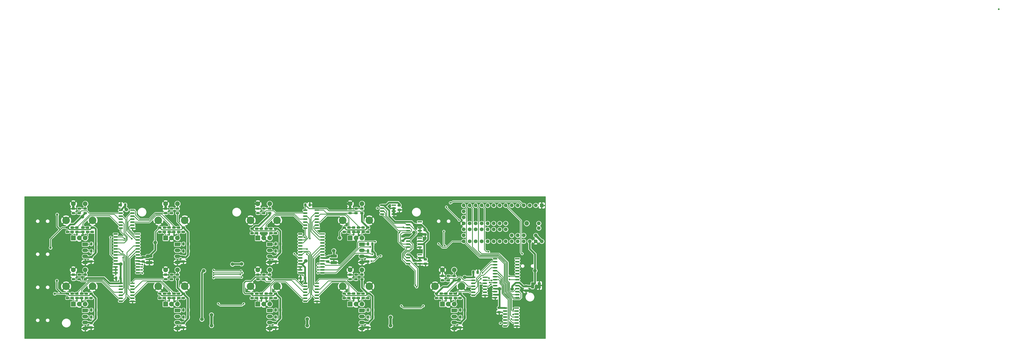
<source format=gbl>
G04 #@! TF.GenerationSoftware,KiCad,Pcbnew,(5.1.2)-1*
G04 #@! TF.CreationDate,2020-06-02T21:17:14+10:00*
G04 #@! TF.ProjectId,EncoderBoard,456e636f-6465-4724-926f-6172642e6b69,A*
G04 #@! TF.SameCoordinates,Original*
G04 #@! TF.FileFunction,Copper,L2,Bot*
G04 #@! TF.FilePolarity,Positive*
%FSLAX46Y46*%
G04 Gerber Fmt 4.6, Leading zero omitted, Abs format (unit mm)*
G04 Created by KiCad (PCBNEW (5.1.2)-1) date 2020-06-02 21:17:14*
%MOMM*%
%LPD*%
G04 APERTURE LIST*
%ADD10C,0.100000*%
%ADD11C,1.250000*%
%ADD12O,2.400000X1.500000*%
%ADD13R,2.400000X1.500000*%
%ADD14C,2.000000*%
%ADD15C,3.200000*%
%ADD16R,2.000000X2.000000*%
%ADD17C,1.600000*%
%ADD18C,1.900000*%
%ADD19R,1.600000X1.600000*%
%ADD20C,0.975000*%
%ADD21R,2.000000X0.600000*%
%ADD22O,2.000000X0.600000*%
%ADD23R,1.950000X0.600000*%
%ADD24O,1.950000X0.600000*%
%ADD25C,0.762000*%
%ADD26C,1.524000*%
%ADD27C,1.016000*%
%ADD28C,1.016000*%
%ADD29C,0.381000*%
%ADD30C,0.508000*%
%ADD31C,0.304800*%
%ADD32C,0.762000*%
%ADD33C,0.254000*%
G04 APERTURE END LIST*
D10*
G36*
X268334504Y-86776204D02*
G01*
X268358773Y-86779804D01*
X268382571Y-86785765D01*
X268405671Y-86794030D01*
X268427849Y-86804520D01*
X268448893Y-86817133D01*
X268468598Y-86831747D01*
X268486777Y-86848223D01*
X268503253Y-86866402D01*
X268517867Y-86886107D01*
X268530480Y-86907151D01*
X268540970Y-86929329D01*
X268549235Y-86952429D01*
X268555196Y-86976227D01*
X268558796Y-87000496D01*
X268560000Y-87025000D01*
X268560000Y-89175000D01*
X268558796Y-89199504D01*
X268555196Y-89223773D01*
X268549235Y-89247571D01*
X268540970Y-89270671D01*
X268530480Y-89292849D01*
X268517867Y-89313893D01*
X268503253Y-89333598D01*
X268486777Y-89351777D01*
X268468598Y-89368253D01*
X268448893Y-89382867D01*
X268427849Y-89395480D01*
X268405671Y-89405970D01*
X268382571Y-89414235D01*
X268358773Y-89420196D01*
X268334504Y-89423796D01*
X268310000Y-89425000D01*
X267560000Y-89425000D01*
X267535496Y-89423796D01*
X267511227Y-89420196D01*
X267487429Y-89414235D01*
X267464329Y-89405970D01*
X267442151Y-89395480D01*
X267421107Y-89382867D01*
X267401402Y-89368253D01*
X267383223Y-89351777D01*
X267366747Y-89333598D01*
X267352133Y-89313893D01*
X267339520Y-89292849D01*
X267329030Y-89270671D01*
X267320765Y-89247571D01*
X267314804Y-89223773D01*
X267311204Y-89199504D01*
X267310000Y-89175000D01*
X267310000Y-87025000D01*
X267311204Y-87000496D01*
X267314804Y-86976227D01*
X267320765Y-86952429D01*
X267329030Y-86929329D01*
X267339520Y-86907151D01*
X267352133Y-86886107D01*
X267366747Y-86866402D01*
X267383223Y-86848223D01*
X267401402Y-86831747D01*
X267421107Y-86817133D01*
X267442151Y-86804520D01*
X267464329Y-86794030D01*
X267487429Y-86785765D01*
X267511227Y-86779804D01*
X267535496Y-86776204D01*
X267560000Y-86775000D01*
X268310000Y-86775000D01*
X268334504Y-86776204D01*
X268334504Y-86776204D01*
G37*
D11*
X267935000Y-88100000D03*
D10*
G36*
X265534504Y-86776204D02*
G01*
X265558773Y-86779804D01*
X265582571Y-86785765D01*
X265605671Y-86794030D01*
X265627849Y-86804520D01*
X265648893Y-86817133D01*
X265668598Y-86831747D01*
X265686777Y-86848223D01*
X265703253Y-86866402D01*
X265717867Y-86886107D01*
X265730480Y-86907151D01*
X265740970Y-86929329D01*
X265749235Y-86952429D01*
X265755196Y-86976227D01*
X265758796Y-87000496D01*
X265760000Y-87025000D01*
X265760000Y-89175000D01*
X265758796Y-89199504D01*
X265755196Y-89223773D01*
X265749235Y-89247571D01*
X265740970Y-89270671D01*
X265730480Y-89292849D01*
X265717867Y-89313893D01*
X265703253Y-89333598D01*
X265686777Y-89351777D01*
X265668598Y-89368253D01*
X265648893Y-89382867D01*
X265627849Y-89395480D01*
X265605671Y-89405970D01*
X265582571Y-89414235D01*
X265558773Y-89420196D01*
X265534504Y-89423796D01*
X265510000Y-89425000D01*
X264760000Y-89425000D01*
X264735496Y-89423796D01*
X264711227Y-89420196D01*
X264687429Y-89414235D01*
X264664329Y-89405970D01*
X264642151Y-89395480D01*
X264621107Y-89382867D01*
X264601402Y-89368253D01*
X264583223Y-89351777D01*
X264566747Y-89333598D01*
X264552133Y-89313893D01*
X264539520Y-89292849D01*
X264529030Y-89270671D01*
X264520765Y-89247571D01*
X264514804Y-89223773D01*
X264511204Y-89199504D01*
X264510000Y-89175000D01*
X264510000Y-87025000D01*
X264511204Y-87000496D01*
X264514804Y-86976227D01*
X264520765Y-86952429D01*
X264529030Y-86929329D01*
X264539520Y-86907151D01*
X264552133Y-86886107D01*
X264566747Y-86866402D01*
X264583223Y-86848223D01*
X264601402Y-86831747D01*
X264621107Y-86817133D01*
X264642151Y-86804520D01*
X264664329Y-86794030D01*
X264687429Y-86785765D01*
X264711227Y-86779804D01*
X264735496Y-86776204D01*
X264760000Y-86775000D01*
X265510000Y-86775000D01*
X265534504Y-86776204D01*
X265534504Y-86776204D01*
G37*
D11*
X265135000Y-88100000D03*
D12*
X115000000Y-106310000D03*
X115000000Y-103770000D03*
X115000000Y-101230000D03*
D13*
X115000000Y-98690000D03*
D14*
X76000000Y-53500000D03*
X71000000Y-53500000D03*
D15*
X79100000Y-60500000D03*
X67900000Y-60500000D03*
D14*
X76000000Y-68000000D03*
X73500000Y-68000000D03*
D16*
X71000000Y-68000000D03*
D14*
X115000000Y-53500000D03*
X110000000Y-53500000D03*
D15*
X118100000Y-60500000D03*
X106900000Y-60500000D03*
D14*
X115000000Y-68000000D03*
X112500000Y-68000000D03*
D16*
X110000000Y-68000000D03*
D14*
X154000000Y-53500000D03*
X149000000Y-53500000D03*
D15*
X157100000Y-60500000D03*
X145900000Y-60500000D03*
D14*
X154000000Y-68000000D03*
X151500000Y-68000000D03*
D16*
X149000000Y-68000000D03*
D14*
X193000000Y-53500000D03*
X188000000Y-53500000D03*
D15*
X196100000Y-60500000D03*
X184900000Y-60500000D03*
D14*
X193000000Y-68000000D03*
X190500000Y-68000000D03*
D16*
X188000000Y-68000000D03*
D14*
X76000000Y-81500000D03*
X71000000Y-81500000D03*
D15*
X79100000Y-88500000D03*
X67900000Y-88500000D03*
D14*
X76000000Y-96000000D03*
X73500000Y-96000000D03*
D16*
X71000000Y-96000000D03*
D14*
X115000000Y-81500000D03*
X110000000Y-81500000D03*
D15*
X118100000Y-88500000D03*
X106900000Y-88500000D03*
D14*
X115000000Y-96000000D03*
X112500000Y-96000000D03*
D16*
X110000000Y-96000000D03*
D14*
X154000000Y-81500000D03*
X149000000Y-81500000D03*
D15*
X157100000Y-88500000D03*
X145900000Y-88500000D03*
D14*
X154000000Y-96000000D03*
X151500000Y-96000000D03*
D16*
X149000000Y-96000000D03*
D14*
X193000000Y-81500000D03*
X188000000Y-81500000D03*
D15*
X196100000Y-88500000D03*
X184900000Y-88500000D03*
D14*
X193000000Y-96000000D03*
X190500000Y-96000000D03*
D16*
X188000000Y-96000000D03*
D14*
X232000000Y-81500000D03*
X227000000Y-81500000D03*
D15*
X235100000Y-88500000D03*
X223900000Y-88500000D03*
D14*
X232000000Y-96000000D03*
X229500000Y-96000000D03*
D16*
X227000000Y-96000000D03*
D17*
X267730000Y-63827000D03*
X267730000Y-61795000D03*
D18*
X262650000Y-61795000D03*
D17*
X253760000Y-64335000D03*
X251220000Y-64335000D03*
X248680000Y-64335000D03*
X246140000Y-64335000D03*
X243600000Y-64335000D03*
X241060000Y-64335000D03*
X238520000Y-64335000D03*
X238520000Y-61795000D03*
X241060000Y-61795000D03*
X243600000Y-61795000D03*
X246140000Y-61795000D03*
X248680000Y-61795000D03*
X251220000Y-61795000D03*
X253760000Y-61795000D03*
D19*
X269000000Y-54175000D03*
D17*
X266460000Y-54175000D03*
X263920000Y-54175000D03*
X261380000Y-54175000D03*
X258840000Y-54175000D03*
X256300000Y-54175000D03*
X253760000Y-54175000D03*
X251220000Y-54175000D03*
X248680000Y-54175000D03*
X246140000Y-54175000D03*
X243600000Y-54175000D03*
X241060000Y-54175000D03*
X238520000Y-54175000D03*
X256300000Y-66875000D03*
X258840000Y-66875000D03*
X261380000Y-66875000D03*
X266460000Y-66875000D03*
X269000000Y-69415000D03*
X266460000Y-69415000D03*
X263920000Y-69415000D03*
X261380000Y-69415000D03*
X258840000Y-69415000D03*
X256300000Y-69415000D03*
X253760000Y-69415000D03*
X251220000Y-69415000D03*
X248680000Y-69415000D03*
X246140000Y-69415000D03*
X243600000Y-69415000D03*
X241060000Y-69415000D03*
X238520000Y-69415000D03*
X235980000Y-54175000D03*
X235980000Y-56715000D03*
X235980000Y-59255000D03*
X235980000Y-69415000D03*
X235980000Y-66875000D03*
X235980000Y-64335000D03*
X235980000Y-61795000D03*
D10*
G36*
X101015142Y-77486174D02*
G01*
X101038803Y-77489684D01*
X101062007Y-77495496D01*
X101084529Y-77503554D01*
X101106153Y-77513782D01*
X101126670Y-77526079D01*
X101145883Y-77540329D01*
X101163607Y-77556393D01*
X101179671Y-77574117D01*
X101193921Y-77593330D01*
X101206218Y-77613847D01*
X101216446Y-77635471D01*
X101224504Y-77657993D01*
X101230316Y-77681197D01*
X101233826Y-77704858D01*
X101235000Y-77728750D01*
X101235000Y-78216250D01*
X101233826Y-78240142D01*
X101230316Y-78263803D01*
X101224504Y-78287007D01*
X101216446Y-78309529D01*
X101206218Y-78331153D01*
X101193921Y-78351670D01*
X101179671Y-78370883D01*
X101163607Y-78388607D01*
X101145883Y-78404671D01*
X101126670Y-78418921D01*
X101106153Y-78431218D01*
X101084529Y-78441446D01*
X101062007Y-78449504D01*
X101038803Y-78455316D01*
X101015142Y-78458826D01*
X100991250Y-78460000D01*
X100078750Y-78460000D01*
X100054858Y-78458826D01*
X100031197Y-78455316D01*
X100007993Y-78449504D01*
X99985471Y-78441446D01*
X99963847Y-78431218D01*
X99943330Y-78418921D01*
X99924117Y-78404671D01*
X99906393Y-78388607D01*
X99890329Y-78370883D01*
X99876079Y-78351670D01*
X99863782Y-78331153D01*
X99853554Y-78309529D01*
X99845496Y-78287007D01*
X99839684Y-78263803D01*
X99836174Y-78240142D01*
X99835000Y-78216250D01*
X99835000Y-77728750D01*
X99836174Y-77704858D01*
X99839684Y-77681197D01*
X99845496Y-77657993D01*
X99853554Y-77635471D01*
X99863782Y-77613847D01*
X99876079Y-77593330D01*
X99890329Y-77574117D01*
X99906393Y-77556393D01*
X99924117Y-77540329D01*
X99943330Y-77526079D01*
X99963847Y-77513782D01*
X99985471Y-77503554D01*
X100007993Y-77495496D01*
X100031197Y-77489684D01*
X100054858Y-77486174D01*
X100078750Y-77485000D01*
X100991250Y-77485000D01*
X101015142Y-77486174D01*
X101015142Y-77486174D01*
G37*
D20*
X100535000Y-77972500D03*
D10*
G36*
X101015142Y-75611174D02*
G01*
X101038803Y-75614684D01*
X101062007Y-75620496D01*
X101084529Y-75628554D01*
X101106153Y-75638782D01*
X101126670Y-75651079D01*
X101145883Y-75665329D01*
X101163607Y-75681393D01*
X101179671Y-75699117D01*
X101193921Y-75718330D01*
X101206218Y-75738847D01*
X101216446Y-75760471D01*
X101224504Y-75782993D01*
X101230316Y-75806197D01*
X101233826Y-75829858D01*
X101235000Y-75853750D01*
X101235000Y-76341250D01*
X101233826Y-76365142D01*
X101230316Y-76388803D01*
X101224504Y-76412007D01*
X101216446Y-76434529D01*
X101206218Y-76456153D01*
X101193921Y-76476670D01*
X101179671Y-76495883D01*
X101163607Y-76513607D01*
X101145883Y-76529671D01*
X101126670Y-76543921D01*
X101106153Y-76556218D01*
X101084529Y-76566446D01*
X101062007Y-76574504D01*
X101038803Y-76580316D01*
X101015142Y-76583826D01*
X100991250Y-76585000D01*
X100078750Y-76585000D01*
X100054858Y-76583826D01*
X100031197Y-76580316D01*
X100007993Y-76574504D01*
X99985471Y-76566446D01*
X99963847Y-76556218D01*
X99943330Y-76543921D01*
X99924117Y-76529671D01*
X99906393Y-76513607D01*
X99890329Y-76495883D01*
X99876079Y-76476670D01*
X99863782Y-76456153D01*
X99853554Y-76434529D01*
X99845496Y-76412007D01*
X99839684Y-76388803D01*
X99836174Y-76365142D01*
X99835000Y-76341250D01*
X99835000Y-75853750D01*
X99836174Y-75829858D01*
X99839684Y-75806197D01*
X99845496Y-75782993D01*
X99853554Y-75760471D01*
X99863782Y-75738847D01*
X99876079Y-75718330D01*
X99890329Y-75699117D01*
X99906393Y-75681393D01*
X99924117Y-75665329D01*
X99943330Y-75651079D01*
X99963847Y-75638782D01*
X99985471Y-75628554D01*
X100007993Y-75620496D01*
X100031197Y-75614684D01*
X100054858Y-75611174D01*
X100078750Y-75610000D01*
X100991250Y-75610000D01*
X101015142Y-75611174D01*
X101015142Y-75611174D01*
G37*
D20*
X100535000Y-76097500D03*
D10*
G36*
X104174504Y-77811204D02*
G01*
X104198773Y-77814804D01*
X104222571Y-77820765D01*
X104245671Y-77829030D01*
X104267849Y-77839520D01*
X104288893Y-77852133D01*
X104308598Y-77866747D01*
X104326777Y-77883223D01*
X104343253Y-77901402D01*
X104357867Y-77921107D01*
X104370480Y-77942151D01*
X104380970Y-77964329D01*
X104389235Y-77987429D01*
X104395196Y-78011227D01*
X104398796Y-78035496D01*
X104400000Y-78060000D01*
X104400000Y-78810000D01*
X104398796Y-78834504D01*
X104395196Y-78858773D01*
X104389235Y-78882571D01*
X104380970Y-78905671D01*
X104370480Y-78927849D01*
X104357867Y-78948893D01*
X104343253Y-78968598D01*
X104326777Y-78986777D01*
X104308598Y-79003253D01*
X104288893Y-79017867D01*
X104267849Y-79030480D01*
X104245671Y-79040970D01*
X104222571Y-79049235D01*
X104198773Y-79055196D01*
X104174504Y-79058796D01*
X104150000Y-79060000D01*
X102000000Y-79060000D01*
X101975496Y-79058796D01*
X101951227Y-79055196D01*
X101927429Y-79049235D01*
X101904329Y-79040970D01*
X101882151Y-79030480D01*
X101861107Y-79017867D01*
X101841402Y-79003253D01*
X101823223Y-78986777D01*
X101806747Y-78968598D01*
X101792133Y-78948893D01*
X101779520Y-78927849D01*
X101769030Y-78905671D01*
X101760765Y-78882571D01*
X101754804Y-78858773D01*
X101751204Y-78834504D01*
X101750000Y-78810000D01*
X101750000Y-78060000D01*
X101751204Y-78035496D01*
X101754804Y-78011227D01*
X101760765Y-77987429D01*
X101769030Y-77964329D01*
X101779520Y-77942151D01*
X101792133Y-77921107D01*
X101806747Y-77901402D01*
X101823223Y-77883223D01*
X101841402Y-77866747D01*
X101861107Y-77852133D01*
X101882151Y-77839520D01*
X101904329Y-77829030D01*
X101927429Y-77820765D01*
X101951227Y-77814804D01*
X101975496Y-77811204D01*
X102000000Y-77810000D01*
X104150000Y-77810000D01*
X104174504Y-77811204D01*
X104174504Y-77811204D01*
G37*
D11*
X103075000Y-78435000D03*
D10*
G36*
X104174504Y-75011204D02*
G01*
X104198773Y-75014804D01*
X104222571Y-75020765D01*
X104245671Y-75029030D01*
X104267849Y-75039520D01*
X104288893Y-75052133D01*
X104308598Y-75066747D01*
X104326777Y-75083223D01*
X104343253Y-75101402D01*
X104357867Y-75121107D01*
X104370480Y-75142151D01*
X104380970Y-75164329D01*
X104389235Y-75187429D01*
X104395196Y-75211227D01*
X104398796Y-75235496D01*
X104400000Y-75260000D01*
X104400000Y-76010000D01*
X104398796Y-76034504D01*
X104395196Y-76058773D01*
X104389235Y-76082571D01*
X104380970Y-76105671D01*
X104370480Y-76127849D01*
X104357867Y-76148893D01*
X104343253Y-76168598D01*
X104326777Y-76186777D01*
X104308598Y-76203253D01*
X104288893Y-76217867D01*
X104267849Y-76230480D01*
X104245671Y-76240970D01*
X104222571Y-76249235D01*
X104198773Y-76255196D01*
X104174504Y-76258796D01*
X104150000Y-76260000D01*
X102000000Y-76260000D01*
X101975496Y-76258796D01*
X101951227Y-76255196D01*
X101927429Y-76249235D01*
X101904329Y-76240970D01*
X101882151Y-76230480D01*
X101861107Y-76217867D01*
X101841402Y-76203253D01*
X101823223Y-76186777D01*
X101806747Y-76168598D01*
X101792133Y-76148893D01*
X101779520Y-76127849D01*
X101769030Y-76105671D01*
X101760765Y-76082571D01*
X101754804Y-76058773D01*
X101751204Y-76034504D01*
X101750000Y-76010000D01*
X101750000Y-75260000D01*
X101751204Y-75235496D01*
X101754804Y-75211227D01*
X101760765Y-75187429D01*
X101769030Y-75164329D01*
X101779520Y-75142151D01*
X101792133Y-75121107D01*
X101806747Y-75101402D01*
X101823223Y-75083223D01*
X101841402Y-75066747D01*
X101861107Y-75052133D01*
X101882151Y-75039520D01*
X101904329Y-75029030D01*
X101927429Y-75020765D01*
X101951227Y-75014804D01*
X101975496Y-75011204D01*
X102000000Y-75010000D01*
X104150000Y-75010000D01*
X104174504Y-75011204D01*
X104174504Y-75011204D01*
G37*
D11*
X103075000Y-75635000D03*
D10*
G36*
X179045142Y-77486174D02*
G01*
X179068803Y-77489684D01*
X179092007Y-77495496D01*
X179114529Y-77503554D01*
X179136153Y-77513782D01*
X179156670Y-77526079D01*
X179175883Y-77540329D01*
X179193607Y-77556393D01*
X179209671Y-77574117D01*
X179223921Y-77593330D01*
X179236218Y-77613847D01*
X179246446Y-77635471D01*
X179254504Y-77657993D01*
X179260316Y-77681197D01*
X179263826Y-77704858D01*
X179265000Y-77728750D01*
X179265000Y-78216250D01*
X179263826Y-78240142D01*
X179260316Y-78263803D01*
X179254504Y-78287007D01*
X179246446Y-78309529D01*
X179236218Y-78331153D01*
X179223921Y-78351670D01*
X179209671Y-78370883D01*
X179193607Y-78388607D01*
X179175883Y-78404671D01*
X179156670Y-78418921D01*
X179136153Y-78431218D01*
X179114529Y-78441446D01*
X179092007Y-78449504D01*
X179068803Y-78455316D01*
X179045142Y-78458826D01*
X179021250Y-78460000D01*
X178108750Y-78460000D01*
X178084858Y-78458826D01*
X178061197Y-78455316D01*
X178037993Y-78449504D01*
X178015471Y-78441446D01*
X177993847Y-78431218D01*
X177973330Y-78418921D01*
X177954117Y-78404671D01*
X177936393Y-78388607D01*
X177920329Y-78370883D01*
X177906079Y-78351670D01*
X177893782Y-78331153D01*
X177883554Y-78309529D01*
X177875496Y-78287007D01*
X177869684Y-78263803D01*
X177866174Y-78240142D01*
X177865000Y-78216250D01*
X177865000Y-77728750D01*
X177866174Y-77704858D01*
X177869684Y-77681197D01*
X177875496Y-77657993D01*
X177883554Y-77635471D01*
X177893782Y-77613847D01*
X177906079Y-77593330D01*
X177920329Y-77574117D01*
X177936393Y-77556393D01*
X177954117Y-77540329D01*
X177973330Y-77526079D01*
X177993847Y-77513782D01*
X178015471Y-77503554D01*
X178037993Y-77495496D01*
X178061197Y-77489684D01*
X178084858Y-77486174D01*
X178108750Y-77485000D01*
X179021250Y-77485000D01*
X179045142Y-77486174D01*
X179045142Y-77486174D01*
G37*
D20*
X178565000Y-77972500D03*
D10*
G36*
X179045142Y-75611174D02*
G01*
X179068803Y-75614684D01*
X179092007Y-75620496D01*
X179114529Y-75628554D01*
X179136153Y-75638782D01*
X179156670Y-75651079D01*
X179175883Y-75665329D01*
X179193607Y-75681393D01*
X179209671Y-75699117D01*
X179223921Y-75718330D01*
X179236218Y-75738847D01*
X179246446Y-75760471D01*
X179254504Y-75782993D01*
X179260316Y-75806197D01*
X179263826Y-75829858D01*
X179265000Y-75853750D01*
X179265000Y-76341250D01*
X179263826Y-76365142D01*
X179260316Y-76388803D01*
X179254504Y-76412007D01*
X179246446Y-76434529D01*
X179236218Y-76456153D01*
X179223921Y-76476670D01*
X179209671Y-76495883D01*
X179193607Y-76513607D01*
X179175883Y-76529671D01*
X179156670Y-76543921D01*
X179136153Y-76556218D01*
X179114529Y-76566446D01*
X179092007Y-76574504D01*
X179068803Y-76580316D01*
X179045142Y-76583826D01*
X179021250Y-76585000D01*
X178108750Y-76585000D01*
X178084858Y-76583826D01*
X178061197Y-76580316D01*
X178037993Y-76574504D01*
X178015471Y-76566446D01*
X177993847Y-76556218D01*
X177973330Y-76543921D01*
X177954117Y-76529671D01*
X177936393Y-76513607D01*
X177920329Y-76495883D01*
X177906079Y-76476670D01*
X177893782Y-76456153D01*
X177883554Y-76434529D01*
X177875496Y-76412007D01*
X177869684Y-76388803D01*
X177866174Y-76365142D01*
X177865000Y-76341250D01*
X177865000Y-75853750D01*
X177866174Y-75829858D01*
X177869684Y-75806197D01*
X177875496Y-75782993D01*
X177883554Y-75760471D01*
X177893782Y-75738847D01*
X177906079Y-75718330D01*
X177920329Y-75699117D01*
X177936393Y-75681393D01*
X177954117Y-75665329D01*
X177973330Y-75651079D01*
X177993847Y-75638782D01*
X178015471Y-75628554D01*
X178037993Y-75620496D01*
X178061197Y-75614684D01*
X178084858Y-75611174D01*
X178108750Y-75610000D01*
X179021250Y-75610000D01*
X179045142Y-75611174D01*
X179045142Y-75611174D01*
G37*
D20*
X178565000Y-76097500D03*
D10*
G36*
X182204504Y-77811204D02*
G01*
X182228773Y-77814804D01*
X182252571Y-77820765D01*
X182275671Y-77829030D01*
X182297849Y-77839520D01*
X182318893Y-77852133D01*
X182338598Y-77866747D01*
X182356777Y-77883223D01*
X182373253Y-77901402D01*
X182387867Y-77921107D01*
X182400480Y-77942151D01*
X182410970Y-77964329D01*
X182419235Y-77987429D01*
X182425196Y-78011227D01*
X182428796Y-78035496D01*
X182430000Y-78060000D01*
X182430000Y-78810000D01*
X182428796Y-78834504D01*
X182425196Y-78858773D01*
X182419235Y-78882571D01*
X182410970Y-78905671D01*
X182400480Y-78927849D01*
X182387867Y-78948893D01*
X182373253Y-78968598D01*
X182356777Y-78986777D01*
X182338598Y-79003253D01*
X182318893Y-79017867D01*
X182297849Y-79030480D01*
X182275671Y-79040970D01*
X182252571Y-79049235D01*
X182228773Y-79055196D01*
X182204504Y-79058796D01*
X182180000Y-79060000D01*
X180030000Y-79060000D01*
X180005496Y-79058796D01*
X179981227Y-79055196D01*
X179957429Y-79049235D01*
X179934329Y-79040970D01*
X179912151Y-79030480D01*
X179891107Y-79017867D01*
X179871402Y-79003253D01*
X179853223Y-78986777D01*
X179836747Y-78968598D01*
X179822133Y-78948893D01*
X179809520Y-78927849D01*
X179799030Y-78905671D01*
X179790765Y-78882571D01*
X179784804Y-78858773D01*
X179781204Y-78834504D01*
X179780000Y-78810000D01*
X179780000Y-78060000D01*
X179781204Y-78035496D01*
X179784804Y-78011227D01*
X179790765Y-77987429D01*
X179799030Y-77964329D01*
X179809520Y-77942151D01*
X179822133Y-77921107D01*
X179836747Y-77901402D01*
X179853223Y-77883223D01*
X179871402Y-77866747D01*
X179891107Y-77852133D01*
X179912151Y-77839520D01*
X179934329Y-77829030D01*
X179957429Y-77820765D01*
X179981227Y-77814804D01*
X180005496Y-77811204D01*
X180030000Y-77810000D01*
X182180000Y-77810000D01*
X182204504Y-77811204D01*
X182204504Y-77811204D01*
G37*
D11*
X181105000Y-78435000D03*
D10*
G36*
X182204504Y-75011204D02*
G01*
X182228773Y-75014804D01*
X182252571Y-75020765D01*
X182275671Y-75029030D01*
X182297849Y-75039520D01*
X182318893Y-75052133D01*
X182338598Y-75066747D01*
X182356777Y-75083223D01*
X182373253Y-75101402D01*
X182387867Y-75121107D01*
X182400480Y-75142151D01*
X182410970Y-75164329D01*
X182419235Y-75187429D01*
X182425196Y-75211227D01*
X182428796Y-75235496D01*
X182430000Y-75260000D01*
X182430000Y-76010000D01*
X182428796Y-76034504D01*
X182425196Y-76058773D01*
X182419235Y-76082571D01*
X182410970Y-76105671D01*
X182400480Y-76127849D01*
X182387867Y-76148893D01*
X182373253Y-76168598D01*
X182356777Y-76186777D01*
X182338598Y-76203253D01*
X182318893Y-76217867D01*
X182297849Y-76230480D01*
X182275671Y-76240970D01*
X182252571Y-76249235D01*
X182228773Y-76255196D01*
X182204504Y-76258796D01*
X182180000Y-76260000D01*
X180030000Y-76260000D01*
X180005496Y-76258796D01*
X179981227Y-76255196D01*
X179957429Y-76249235D01*
X179934329Y-76240970D01*
X179912151Y-76230480D01*
X179891107Y-76217867D01*
X179871402Y-76203253D01*
X179853223Y-76186777D01*
X179836747Y-76168598D01*
X179822133Y-76148893D01*
X179809520Y-76127849D01*
X179799030Y-76105671D01*
X179790765Y-76082571D01*
X179784804Y-76058773D01*
X179781204Y-76034504D01*
X179780000Y-76010000D01*
X179780000Y-75260000D01*
X179781204Y-75235496D01*
X179784804Y-75211227D01*
X179790765Y-75187429D01*
X179799030Y-75164329D01*
X179809520Y-75142151D01*
X179822133Y-75121107D01*
X179836747Y-75101402D01*
X179853223Y-75083223D01*
X179871402Y-75066747D01*
X179891107Y-75052133D01*
X179912151Y-75039520D01*
X179934329Y-75029030D01*
X179957429Y-75020765D01*
X179981227Y-75014804D01*
X180005496Y-75011204D01*
X180030000Y-75010000D01*
X182180000Y-75010000D01*
X182204504Y-75011204D01*
X182204504Y-75011204D01*
G37*
D11*
X181105000Y-75635000D03*
D10*
G36*
X262824142Y-89821174D02*
G01*
X262847803Y-89824684D01*
X262871007Y-89830496D01*
X262893529Y-89838554D01*
X262915153Y-89848782D01*
X262935670Y-89861079D01*
X262954883Y-89875329D01*
X262972607Y-89891393D01*
X262988671Y-89909117D01*
X263002921Y-89928330D01*
X263015218Y-89948847D01*
X263025446Y-89970471D01*
X263033504Y-89992993D01*
X263039316Y-90016197D01*
X263042826Y-90039858D01*
X263044000Y-90063750D01*
X263044000Y-90551250D01*
X263042826Y-90575142D01*
X263039316Y-90598803D01*
X263033504Y-90622007D01*
X263025446Y-90644529D01*
X263015218Y-90666153D01*
X263002921Y-90686670D01*
X262988671Y-90705883D01*
X262972607Y-90723607D01*
X262954883Y-90739671D01*
X262935670Y-90753921D01*
X262915153Y-90766218D01*
X262893529Y-90776446D01*
X262871007Y-90784504D01*
X262847803Y-90790316D01*
X262824142Y-90793826D01*
X262800250Y-90795000D01*
X261887750Y-90795000D01*
X261863858Y-90793826D01*
X261840197Y-90790316D01*
X261816993Y-90784504D01*
X261794471Y-90776446D01*
X261772847Y-90766218D01*
X261752330Y-90753921D01*
X261733117Y-90739671D01*
X261715393Y-90723607D01*
X261699329Y-90705883D01*
X261685079Y-90686670D01*
X261672782Y-90666153D01*
X261662554Y-90644529D01*
X261654496Y-90622007D01*
X261648684Y-90598803D01*
X261645174Y-90575142D01*
X261644000Y-90551250D01*
X261644000Y-90063750D01*
X261645174Y-90039858D01*
X261648684Y-90016197D01*
X261654496Y-89992993D01*
X261662554Y-89970471D01*
X261672782Y-89948847D01*
X261685079Y-89928330D01*
X261699329Y-89909117D01*
X261715393Y-89891393D01*
X261733117Y-89875329D01*
X261752330Y-89861079D01*
X261772847Y-89848782D01*
X261794471Y-89838554D01*
X261816993Y-89830496D01*
X261840197Y-89824684D01*
X261863858Y-89821174D01*
X261887750Y-89820000D01*
X262800250Y-89820000D01*
X262824142Y-89821174D01*
X262824142Y-89821174D01*
G37*
D20*
X262344000Y-90307500D03*
D10*
G36*
X262824142Y-87946174D02*
G01*
X262847803Y-87949684D01*
X262871007Y-87955496D01*
X262893529Y-87963554D01*
X262915153Y-87973782D01*
X262935670Y-87986079D01*
X262954883Y-88000329D01*
X262972607Y-88016393D01*
X262988671Y-88034117D01*
X263002921Y-88053330D01*
X263015218Y-88073847D01*
X263025446Y-88095471D01*
X263033504Y-88117993D01*
X263039316Y-88141197D01*
X263042826Y-88164858D01*
X263044000Y-88188750D01*
X263044000Y-88676250D01*
X263042826Y-88700142D01*
X263039316Y-88723803D01*
X263033504Y-88747007D01*
X263025446Y-88769529D01*
X263015218Y-88791153D01*
X263002921Y-88811670D01*
X262988671Y-88830883D01*
X262972607Y-88848607D01*
X262954883Y-88864671D01*
X262935670Y-88878921D01*
X262915153Y-88891218D01*
X262893529Y-88901446D01*
X262871007Y-88909504D01*
X262847803Y-88915316D01*
X262824142Y-88918826D01*
X262800250Y-88920000D01*
X261887750Y-88920000D01*
X261863858Y-88918826D01*
X261840197Y-88915316D01*
X261816993Y-88909504D01*
X261794471Y-88901446D01*
X261772847Y-88891218D01*
X261752330Y-88878921D01*
X261733117Y-88864671D01*
X261715393Y-88848607D01*
X261699329Y-88830883D01*
X261685079Y-88811670D01*
X261672782Y-88791153D01*
X261662554Y-88769529D01*
X261654496Y-88747007D01*
X261648684Y-88723803D01*
X261645174Y-88700142D01*
X261644000Y-88676250D01*
X261644000Y-88188750D01*
X261645174Y-88164858D01*
X261648684Y-88141197D01*
X261654496Y-88117993D01*
X261662554Y-88095471D01*
X261672782Y-88073847D01*
X261685079Y-88053330D01*
X261699329Y-88034117D01*
X261715393Y-88016393D01*
X261733117Y-88000329D01*
X261752330Y-87986079D01*
X261772847Y-87973782D01*
X261794471Y-87963554D01*
X261816993Y-87955496D01*
X261840197Y-87949684D01*
X261863858Y-87946174D01*
X261887750Y-87945000D01*
X262800250Y-87945000D01*
X262824142Y-87946174D01*
X262824142Y-87946174D01*
G37*
D20*
X262344000Y-88432500D03*
D10*
G36*
X72980142Y-64951174D02*
G01*
X73003803Y-64954684D01*
X73027007Y-64960496D01*
X73049529Y-64968554D01*
X73071153Y-64978782D01*
X73091670Y-64991079D01*
X73110883Y-65005329D01*
X73128607Y-65021393D01*
X73144671Y-65039117D01*
X73158921Y-65058330D01*
X73171218Y-65078847D01*
X73181446Y-65100471D01*
X73189504Y-65122993D01*
X73195316Y-65146197D01*
X73198826Y-65169858D01*
X73200000Y-65193750D01*
X73200000Y-65681250D01*
X73198826Y-65705142D01*
X73195316Y-65728803D01*
X73189504Y-65752007D01*
X73181446Y-65774529D01*
X73171218Y-65796153D01*
X73158921Y-65816670D01*
X73144671Y-65835883D01*
X73128607Y-65853607D01*
X73110883Y-65869671D01*
X73091670Y-65883921D01*
X73071153Y-65896218D01*
X73049529Y-65906446D01*
X73027007Y-65914504D01*
X73003803Y-65920316D01*
X72980142Y-65923826D01*
X72956250Y-65925000D01*
X72043750Y-65925000D01*
X72019858Y-65923826D01*
X71996197Y-65920316D01*
X71972993Y-65914504D01*
X71950471Y-65906446D01*
X71928847Y-65896218D01*
X71908330Y-65883921D01*
X71889117Y-65869671D01*
X71871393Y-65853607D01*
X71855329Y-65835883D01*
X71841079Y-65816670D01*
X71828782Y-65796153D01*
X71818554Y-65774529D01*
X71810496Y-65752007D01*
X71804684Y-65728803D01*
X71801174Y-65705142D01*
X71800000Y-65681250D01*
X71800000Y-65193750D01*
X71801174Y-65169858D01*
X71804684Y-65146197D01*
X71810496Y-65122993D01*
X71818554Y-65100471D01*
X71828782Y-65078847D01*
X71841079Y-65058330D01*
X71855329Y-65039117D01*
X71871393Y-65021393D01*
X71889117Y-65005329D01*
X71908330Y-64991079D01*
X71928847Y-64978782D01*
X71950471Y-64968554D01*
X71972993Y-64960496D01*
X71996197Y-64954684D01*
X72019858Y-64951174D01*
X72043750Y-64950000D01*
X72956250Y-64950000D01*
X72980142Y-64951174D01*
X72980142Y-64951174D01*
G37*
D20*
X72500000Y-65437500D03*
D10*
G36*
X72980142Y-63076174D02*
G01*
X73003803Y-63079684D01*
X73027007Y-63085496D01*
X73049529Y-63093554D01*
X73071153Y-63103782D01*
X73091670Y-63116079D01*
X73110883Y-63130329D01*
X73128607Y-63146393D01*
X73144671Y-63164117D01*
X73158921Y-63183330D01*
X73171218Y-63203847D01*
X73181446Y-63225471D01*
X73189504Y-63247993D01*
X73195316Y-63271197D01*
X73198826Y-63294858D01*
X73200000Y-63318750D01*
X73200000Y-63806250D01*
X73198826Y-63830142D01*
X73195316Y-63853803D01*
X73189504Y-63877007D01*
X73181446Y-63899529D01*
X73171218Y-63921153D01*
X73158921Y-63941670D01*
X73144671Y-63960883D01*
X73128607Y-63978607D01*
X73110883Y-63994671D01*
X73091670Y-64008921D01*
X73071153Y-64021218D01*
X73049529Y-64031446D01*
X73027007Y-64039504D01*
X73003803Y-64045316D01*
X72980142Y-64048826D01*
X72956250Y-64050000D01*
X72043750Y-64050000D01*
X72019858Y-64048826D01*
X71996197Y-64045316D01*
X71972993Y-64039504D01*
X71950471Y-64031446D01*
X71928847Y-64021218D01*
X71908330Y-64008921D01*
X71889117Y-63994671D01*
X71871393Y-63978607D01*
X71855329Y-63960883D01*
X71841079Y-63941670D01*
X71828782Y-63921153D01*
X71818554Y-63899529D01*
X71810496Y-63877007D01*
X71804684Y-63853803D01*
X71801174Y-63830142D01*
X71800000Y-63806250D01*
X71800000Y-63318750D01*
X71801174Y-63294858D01*
X71804684Y-63271197D01*
X71810496Y-63247993D01*
X71818554Y-63225471D01*
X71828782Y-63203847D01*
X71841079Y-63183330D01*
X71855329Y-63164117D01*
X71871393Y-63146393D01*
X71889117Y-63130329D01*
X71908330Y-63116079D01*
X71928847Y-63103782D01*
X71950471Y-63093554D01*
X71972993Y-63085496D01*
X71996197Y-63079684D01*
X72019858Y-63076174D01*
X72043750Y-63075000D01*
X72956250Y-63075000D01*
X72980142Y-63076174D01*
X72980142Y-63076174D01*
G37*
D20*
X72500000Y-63562500D03*
D10*
G36*
X75480142Y-64951174D02*
G01*
X75503803Y-64954684D01*
X75527007Y-64960496D01*
X75549529Y-64968554D01*
X75571153Y-64978782D01*
X75591670Y-64991079D01*
X75610883Y-65005329D01*
X75628607Y-65021393D01*
X75644671Y-65039117D01*
X75658921Y-65058330D01*
X75671218Y-65078847D01*
X75681446Y-65100471D01*
X75689504Y-65122993D01*
X75695316Y-65146197D01*
X75698826Y-65169858D01*
X75700000Y-65193750D01*
X75700000Y-65681250D01*
X75698826Y-65705142D01*
X75695316Y-65728803D01*
X75689504Y-65752007D01*
X75681446Y-65774529D01*
X75671218Y-65796153D01*
X75658921Y-65816670D01*
X75644671Y-65835883D01*
X75628607Y-65853607D01*
X75610883Y-65869671D01*
X75591670Y-65883921D01*
X75571153Y-65896218D01*
X75549529Y-65906446D01*
X75527007Y-65914504D01*
X75503803Y-65920316D01*
X75480142Y-65923826D01*
X75456250Y-65925000D01*
X74543750Y-65925000D01*
X74519858Y-65923826D01*
X74496197Y-65920316D01*
X74472993Y-65914504D01*
X74450471Y-65906446D01*
X74428847Y-65896218D01*
X74408330Y-65883921D01*
X74389117Y-65869671D01*
X74371393Y-65853607D01*
X74355329Y-65835883D01*
X74341079Y-65816670D01*
X74328782Y-65796153D01*
X74318554Y-65774529D01*
X74310496Y-65752007D01*
X74304684Y-65728803D01*
X74301174Y-65705142D01*
X74300000Y-65681250D01*
X74300000Y-65193750D01*
X74301174Y-65169858D01*
X74304684Y-65146197D01*
X74310496Y-65122993D01*
X74318554Y-65100471D01*
X74328782Y-65078847D01*
X74341079Y-65058330D01*
X74355329Y-65039117D01*
X74371393Y-65021393D01*
X74389117Y-65005329D01*
X74408330Y-64991079D01*
X74428847Y-64978782D01*
X74450471Y-64968554D01*
X74472993Y-64960496D01*
X74496197Y-64954684D01*
X74519858Y-64951174D01*
X74543750Y-64950000D01*
X75456250Y-64950000D01*
X75480142Y-64951174D01*
X75480142Y-64951174D01*
G37*
D20*
X75000000Y-65437500D03*
D10*
G36*
X75480142Y-63076174D02*
G01*
X75503803Y-63079684D01*
X75527007Y-63085496D01*
X75549529Y-63093554D01*
X75571153Y-63103782D01*
X75591670Y-63116079D01*
X75610883Y-63130329D01*
X75628607Y-63146393D01*
X75644671Y-63164117D01*
X75658921Y-63183330D01*
X75671218Y-63203847D01*
X75681446Y-63225471D01*
X75689504Y-63247993D01*
X75695316Y-63271197D01*
X75698826Y-63294858D01*
X75700000Y-63318750D01*
X75700000Y-63806250D01*
X75698826Y-63830142D01*
X75695316Y-63853803D01*
X75689504Y-63877007D01*
X75681446Y-63899529D01*
X75671218Y-63921153D01*
X75658921Y-63941670D01*
X75644671Y-63960883D01*
X75628607Y-63978607D01*
X75610883Y-63994671D01*
X75591670Y-64008921D01*
X75571153Y-64021218D01*
X75549529Y-64031446D01*
X75527007Y-64039504D01*
X75503803Y-64045316D01*
X75480142Y-64048826D01*
X75456250Y-64050000D01*
X74543750Y-64050000D01*
X74519858Y-64048826D01*
X74496197Y-64045316D01*
X74472993Y-64039504D01*
X74450471Y-64031446D01*
X74428847Y-64021218D01*
X74408330Y-64008921D01*
X74389117Y-63994671D01*
X74371393Y-63978607D01*
X74355329Y-63960883D01*
X74341079Y-63941670D01*
X74328782Y-63921153D01*
X74318554Y-63899529D01*
X74310496Y-63877007D01*
X74304684Y-63853803D01*
X74301174Y-63830142D01*
X74300000Y-63806250D01*
X74300000Y-63318750D01*
X74301174Y-63294858D01*
X74304684Y-63271197D01*
X74310496Y-63247993D01*
X74318554Y-63225471D01*
X74328782Y-63203847D01*
X74341079Y-63183330D01*
X74355329Y-63164117D01*
X74371393Y-63146393D01*
X74389117Y-63130329D01*
X74408330Y-63116079D01*
X74428847Y-63103782D01*
X74450471Y-63093554D01*
X74472993Y-63085496D01*
X74496197Y-63079684D01*
X74519858Y-63076174D01*
X74543750Y-63075000D01*
X75456250Y-63075000D01*
X75480142Y-63076174D01*
X75480142Y-63076174D01*
G37*
D20*
X75000000Y-63562500D03*
D10*
G36*
X78830142Y-72801174D02*
G01*
X78853803Y-72804684D01*
X78877007Y-72810496D01*
X78899529Y-72818554D01*
X78921153Y-72828782D01*
X78941670Y-72841079D01*
X78960883Y-72855329D01*
X78978607Y-72871393D01*
X78994671Y-72889117D01*
X79008921Y-72908330D01*
X79021218Y-72928847D01*
X79031446Y-72950471D01*
X79039504Y-72972993D01*
X79045316Y-72996197D01*
X79048826Y-73019858D01*
X79050000Y-73043750D01*
X79050000Y-73956250D01*
X79048826Y-73980142D01*
X79045316Y-74003803D01*
X79039504Y-74027007D01*
X79031446Y-74049529D01*
X79021218Y-74071153D01*
X79008921Y-74091670D01*
X78994671Y-74110883D01*
X78978607Y-74128607D01*
X78960883Y-74144671D01*
X78941670Y-74158921D01*
X78921153Y-74171218D01*
X78899529Y-74181446D01*
X78877007Y-74189504D01*
X78853803Y-74195316D01*
X78830142Y-74198826D01*
X78806250Y-74200000D01*
X78318750Y-74200000D01*
X78294858Y-74198826D01*
X78271197Y-74195316D01*
X78247993Y-74189504D01*
X78225471Y-74181446D01*
X78203847Y-74171218D01*
X78183330Y-74158921D01*
X78164117Y-74144671D01*
X78146393Y-74128607D01*
X78130329Y-74110883D01*
X78116079Y-74091670D01*
X78103782Y-74071153D01*
X78093554Y-74049529D01*
X78085496Y-74027007D01*
X78079684Y-74003803D01*
X78076174Y-73980142D01*
X78075000Y-73956250D01*
X78075000Y-73043750D01*
X78076174Y-73019858D01*
X78079684Y-72996197D01*
X78085496Y-72972993D01*
X78093554Y-72950471D01*
X78103782Y-72928847D01*
X78116079Y-72908330D01*
X78130329Y-72889117D01*
X78146393Y-72871393D01*
X78164117Y-72855329D01*
X78183330Y-72841079D01*
X78203847Y-72828782D01*
X78225471Y-72818554D01*
X78247993Y-72810496D01*
X78271197Y-72804684D01*
X78294858Y-72801174D01*
X78318750Y-72800000D01*
X78806250Y-72800000D01*
X78830142Y-72801174D01*
X78830142Y-72801174D01*
G37*
D20*
X78562500Y-73500000D03*
D10*
G36*
X80705142Y-72801174D02*
G01*
X80728803Y-72804684D01*
X80752007Y-72810496D01*
X80774529Y-72818554D01*
X80796153Y-72828782D01*
X80816670Y-72841079D01*
X80835883Y-72855329D01*
X80853607Y-72871393D01*
X80869671Y-72889117D01*
X80883921Y-72908330D01*
X80896218Y-72928847D01*
X80906446Y-72950471D01*
X80914504Y-72972993D01*
X80920316Y-72996197D01*
X80923826Y-73019858D01*
X80925000Y-73043750D01*
X80925000Y-73956250D01*
X80923826Y-73980142D01*
X80920316Y-74003803D01*
X80914504Y-74027007D01*
X80906446Y-74049529D01*
X80896218Y-74071153D01*
X80883921Y-74091670D01*
X80869671Y-74110883D01*
X80853607Y-74128607D01*
X80835883Y-74144671D01*
X80816670Y-74158921D01*
X80796153Y-74171218D01*
X80774529Y-74181446D01*
X80752007Y-74189504D01*
X80728803Y-74195316D01*
X80705142Y-74198826D01*
X80681250Y-74200000D01*
X80193750Y-74200000D01*
X80169858Y-74198826D01*
X80146197Y-74195316D01*
X80122993Y-74189504D01*
X80100471Y-74181446D01*
X80078847Y-74171218D01*
X80058330Y-74158921D01*
X80039117Y-74144671D01*
X80021393Y-74128607D01*
X80005329Y-74110883D01*
X79991079Y-74091670D01*
X79978782Y-74071153D01*
X79968554Y-74049529D01*
X79960496Y-74027007D01*
X79954684Y-74003803D01*
X79951174Y-73980142D01*
X79950000Y-73956250D01*
X79950000Y-73043750D01*
X79951174Y-73019858D01*
X79954684Y-72996197D01*
X79960496Y-72972993D01*
X79968554Y-72950471D01*
X79978782Y-72928847D01*
X79991079Y-72908330D01*
X80005329Y-72889117D01*
X80021393Y-72871393D01*
X80039117Y-72855329D01*
X80058330Y-72841079D01*
X80078847Y-72828782D01*
X80100471Y-72818554D01*
X80122993Y-72810496D01*
X80146197Y-72804684D01*
X80169858Y-72801174D01*
X80193750Y-72800000D01*
X80681250Y-72800000D01*
X80705142Y-72801174D01*
X80705142Y-72801174D01*
G37*
D20*
X80437500Y-73500000D03*
D10*
G36*
X78830142Y-69801174D02*
G01*
X78853803Y-69804684D01*
X78877007Y-69810496D01*
X78899529Y-69818554D01*
X78921153Y-69828782D01*
X78941670Y-69841079D01*
X78960883Y-69855329D01*
X78978607Y-69871393D01*
X78994671Y-69889117D01*
X79008921Y-69908330D01*
X79021218Y-69928847D01*
X79031446Y-69950471D01*
X79039504Y-69972993D01*
X79045316Y-69996197D01*
X79048826Y-70019858D01*
X79050000Y-70043750D01*
X79050000Y-70956250D01*
X79048826Y-70980142D01*
X79045316Y-71003803D01*
X79039504Y-71027007D01*
X79031446Y-71049529D01*
X79021218Y-71071153D01*
X79008921Y-71091670D01*
X78994671Y-71110883D01*
X78978607Y-71128607D01*
X78960883Y-71144671D01*
X78941670Y-71158921D01*
X78921153Y-71171218D01*
X78899529Y-71181446D01*
X78877007Y-71189504D01*
X78853803Y-71195316D01*
X78830142Y-71198826D01*
X78806250Y-71200000D01*
X78318750Y-71200000D01*
X78294858Y-71198826D01*
X78271197Y-71195316D01*
X78247993Y-71189504D01*
X78225471Y-71181446D01*
X78203847Y-71171218D01*
X78183330Y-71158921D01*
X78164117Y-71144671D01*
X78146393Y-71128607D01*
X78130329Y-71110883D01*
X78116079Y-71091670D01*
X78103782Y-71071153D01*
X78093554Y-71049529D01*
X78085496Y-71027007D01*
X78079684Y-71003803D01*
X78076174Y-70980142D01*
X78075000Y-70956250D01*
X78075000Y-70043750D01*
X78076174Y-70019858D01*
X78079684Y-69996197D01*
X78085496Y-69972993D01*
X78093554Y-69950471D01*
X78103782Y-69928847D01*
X78116079Y-69908330D01*
X78130329Y-69889117D01*
X78146393Y-69871393D01*
X78164117Y-69855329D01*
X78183330Y-69841079D01*
X78203847Y-69828782D01*
X78225471Y-69818554D01*
X78247993Y-69810496D01*
X78271197Y-69804684D01*
X78294858Y-69801174D01*
X78318750Y-69800000D01*
X78806250Y-69800000D01*
X78830142Y-69801174D01*
X78830142Y-69801174D01*
G37*
D20*
X78562500Y-70500000D03*
D10*
G36*
X80705142Y-69801174D02*
G01*
X80728803Y-69804684D01*
X80752007Y-69810496D01*
X80774529Y-69818554D01*
X80796153Y-69828782D01*
X80816670Y-69841079D01*
X80835883Y-69855329D01*
X80853607Y-69871393D01*
X80869671Y-69889117D01*
X80883921Y-69908330D01*
X80896218Y-69928847D01*
X80906446Y-69950471D01*
X80914504Y-69972993D01*
X80920316Y-69996197D01*
X80923826Y-70019858D01*
X80925000Y-70043750D01*
X80925000Y-70956250D01*
X80923826Y-70980142D01*
X80920316Y-71003803D01*
X80914504Y-71027007D01*
X80906446Y-71049529D01*
X80896218Y-71071153D01*
X80883921Y-71091670D01*
X80869671Y-71110883D01*
X80853607Y-71128607D01*
X80835883Y-71144671D01*
X80816670Y-71158921D01*
X80796153Y-71171218D01*
X80774529Y-71181446D01*
X80752007Y-71189504D01*
X80728803Y-71195316D01*
X80705142Y-71198826D01*
X80681250Y-71200000D01*
X80193750Y-71200000D01*
X80169858Y-71198826D01*
X80146197Y-71195316D01*
X80122993Y-71189504D01*
X80100471Y-71181446D01*
X80078847Y-71171218D01*
X80058330Y-71158921D01*
X80039117Y-71144671D01*
X80021393Y-71128607D01*
X80005329Y-71110883D01*
X79991079Y-71091670D01*
X79978782Y-71071153D01*
X79968554Y-71049529D01*
X79960496Y-71027007D01*
X79954684Y-71003803D01*
X79951174Y-70980142D01*
X79950000Y-70956250D01*
X79950000Y-70043750D01*
X79951174Y-70019858D01*
X79954684Y-69996197D01*
X79960496Y-69972993D01*
X79968554Y-69950471D01*
X79978782Y-69928847D01*
X79991079Y-69908330D01*
X80005329Y-69889117D01*
X80021393Y-69871393D01*
X80039117Y-69855329D01*
X80058330Y-69841079D01*
X80078847Y-69828782D01*
X80100471Y-69818554D01*
X80122993Y-69810496D01*
X80146197Y-69804684D01*
X80169858Y-69801174D01*
X80193750Y-69800000D01*
X80681250Y-69800000D01*
X80705142Y-69801174D01*
X80705142Y-69801174D01*
G37*
D20*
X80437500Y-70500000D03*
D10*
G36*
X117830142Y-72801174D02*
G01*
X117853803Y-72804684D01*
X117877007Y-72810496D01*
X117899529Y-72818554D01*
X117921153Y-72828782D01*
X117941670Y-72841079D01*
X117960883Y-72855329D01*
X117978607Y-72871393D01*
X117994671Y-72889117D01*
X118008921Y-72908330D01*
X118021218Y-72928847D01*
X118031446Y-72950471D01*
X118039504Y-72972993D01*
X118045316Y-72996197D01*
X118048826Y-73019858D01*
X118050000Y-73043750D01*
X118050000Y-73956250D01*
X118048826Y-73980142D01*
X118045316Y-74003803D01*
X118039504Y-74027007D01*
X118031446Y-74049529D01*
X118021218Y-74071153D01*
X118008921Y-74091670D01*
X117994671Y-74110883D01*
X117978607Y-74128607D01*
X117960883Y-74144671D01*
X117941670Y-74158921D01*
X117921153Y-74171218D01*
X117899529Y-74181446D01*
X117877007Y-74189504D01*
X117853803Y-74195316D01*
X117830142Y-74198826D01*
X117806250Y-74200000D01*
X117318750Y-74200000D01*
X117294858Y-74198826D01*
X117271197Y-74195316D01*
X117247993Y-74189504D01*
X117225471Y-74181446D01*
X117203847Y-74171218D01*
X117183330Y-74158921D01*
X117164117Y-74144671D01*
X117146393Y-74128607D01*
X117130329Y-74110883D01*
X117116079Y-74091670D01*
X117103782Y-74071153D01*
X117093554Y-74049529D01*
X117085496Y-74027007D01*
X117079684Y-74003803D01*
X117076174Y-73980142D01*
X117075000Y-73956250D01*
X117075000Y-73043750D01*
X117076174Y-73019858D01*
X117079684Y-72996197D01*
X117085496Y-72972993D01*
X117093554Y-72950471D01*
X117103782Y-72928847D01*
X117116079Y-72908330D01*
X117130329Y-72889117D01*
X117146393Y-72871393D01*
X117164117Y-72855329D01*
X117183330Y-72841079D01*
X117203847Y-72828782D01*
X117225471Y-72818554D01*
X117247993Y-72810496D01*
X117271197Y-72804684D01*
X117294858Y-72801174D01*
X117318750Y-72800000D01*
X117806250Y-72800000D01*
X117830142Y-72801174D01*
X117830142Y-72801174D01*
G37*
D20*
X117562500Y-73500000D03*
D10*
G36*
X119705142Y-72801174D02*
G01*
X119728803Y-72804684D01*
X119752007Y-72810496D01*
X119774529Y-72818554D01*
X119796153Y-72828782D01*
X119816670Y-72841079D01*
X119835883Y-72855329D01*
X119853607Y-72871393D01*
X119869671Y-72889117D01*
X119883921Y-72908330D01*
X119896218Y-72928847D01*
X119906446Y-72950471D01*
X119914504Y-72972993D01*
X119920316Y-72996197D01*
X119923826Y-73019858D01*
X119925000Y-73043750D01*
X119925000Y-73956250D01*
X119923826Y-73980142D01*
X119920316Y-74003803D01*
X119914504Y-74027007D01*
X119906446Y-74049529D01*
X119896218Y-74071153D01*
X119883921Y-74091670D01*
X119869671Y-74110883D01*
X119853607Y-74128607D01*
X119835883Y-74144671D01*
X119816670Y-74158921D01*
X119796153Y-74171218D01*
X119774529Y-74181446D01*
X119752007Y-74189504D01*
X119728803Y-74195316D01*
X119705142Y-74198826D01*
X119681250Y-74200000D01*
X119193750Y-74200000D01*
X119169858Y-74198826D01*
X119146197Y-74195316D01*
X119122993Y-74189504D01*
X119100471Y-74181446D01*
X119078847Y-74171218D01*
X119058330Y-74158921D01*
X119039117Y-74144671D01*
X119021393Y-74128607D01*
X119005329Y-74110883D01*
X118991079Y-74091670D01*
X118978782Y-74071153D01*
X118968554Y-74049529D01*
X118960496Y-74027007D01*
X118954684Y-74003803D01*
X118951174Y-73980142D01*
X118950000Y-73956250D01*
X118950000Y-73043750D01*
X118951174Y-73019858D01*
X118954684Y-72996197D01*
X118960496Y-72972993D01*
X118968554Y-72950471D01*
X118978782Y-72928847D01*
X118991079Y-72908330D01*
X119005329Y-72889117D01*
X119021393Y-72871393D01*
X119039117Y-72855329D01*
X119058330Y-72841079D01*
X119078847Y-72828782D01*
X119100471Y-72818554D01*
X119122993Y-72810496D01*
X119146197Y-72804684D01*
X119169858Y-72801174D01*
X119193750Y-72800000D01*
X119681250Y-72800000D01*
X119705142Y-72801174D01*
X119705142Y-72801174D01*
G37*
D20*
X119437500Y-73500000D03*
D10*
G36*
X117830142Y-69801174D02*
G01*
X117853803Y-69804684D01*
X117877007Y-69810496D01*
X117899529Y-69818554D01*
X117921153Y-69828782D01*
X117941670Y-69841079D01*
X117960883Y-69855329D01*
X117978607Y-69871393D01*
X117994671Y-69889117D01*
X118008921Y-69908330D01*
X118021218Y-69928847D01*
X118031446Y-69950471D01*
X118039504Y-69972993D01*
X118045316Y-69996197D01*
X118048826Y-70019858D01*
X118050000Y-70043750D01*
X118050000Y-70956250D01*
X118048826Y-70980142D01*
X118045316Y-71003803D01*
X118039504Y-71027007D01*
X118031446Y-71049529D01*
X118021218Y-71071153D01*
X118008921Y-71091670D01*
X117994671Y-71110883D01*
X117978607Y-71128607D01*
X117960883Y-71144671D01*
X117941670Y-71158921D01*
X117921153Y-71171218D01*
X117899529Y-71181446D01*
X117877007Y-71189504D01*
X117853803Y-71195316D01*
X117830142Y-71198826D01*
X117806250Y-71200000D01*
X117318750Y-71200000D01*
X117294858Y-71198826D01*
X117271197Y-71195316D01*
X117247993Y-71189504D01*
X117225471Y-71181446D01*
X117203847Y-71171218D01*
X117183330Y-71158921D01*
X117164117Y-71144671D01*
X117146393Y-71128607D01*
X117130329Y-71110883D01*
X117116079Y-71091670D01*
X117103782Y-71071153D01*
X117093554Y-71049529D01*
X117085496Y-71027007D01*
X117079684Y-71003803D01*
X117076174Y-70980142D01*
X117075000Y-70956250D01*
X117075000Y-70043750D01*
X117076174Y-70019858D01*
X117079684Y-69996197D01*
X117085496Y-69972993D01*
X117093554Y-69950471D01*
X117103782Y-69928847D01*
X117116079Y-69908330D01*
X117130329Y-69889117D01*
X117146393Y-69871393D01*
X117164117Y-69855329D01*
X117183330Y-69841079D01*
X117203847Y-69828782D01*
X117225471Y-69818554D01*
X117247993Y-69810496D01*
X117271197Y-69804684D01*
X117294858Y-69801174D01*
X117318750Y-69800000D01*
X117806250Y-69800000D01*
X117830142Y-69801174D01*
X117830142Y-69801174D01*
G37*
D20*
X117562500Y-70500000D03*
D10*
G36*
X119705142Y-69801174D02*
G01*
X119728803Y-69804684D01*
X119752007Y-69810496D01*
X119774529Y-69818554D01*
X119796153Y-69828782D01*
X119816670Y-69841079D01*
X119835883Y-69855329D01*
X119853607Y-69871393D01*
X119869671Y-69889117D01*
X119883921Y-69908330D01*
X119896218Y-69928847D01*
X119906446Y-69950471D01*
X119914504Y-69972993D01*
X119920316Y-69996197D01*
X119923826Y-70019858D01*
X119925000Y-70043750D01*
X119925000Y-70956250D01*
X119923826Y-70980142D01*
X119920316Y-71003803D01*
X119914504Y-71027007D01*
X119906446Y-71049529D01*
X119896218Y-71071153D01*
X119883921Y-71091670D01*
X119869671Y-71110883D01*
X119853607Y-71128607D01*
X119835883Y-71144671D01*
X119816670Y-71158921D01*
X119796153Y-71171218D01*
X119774529Y-71181446D01*
X119752007Y-71189504D01*
X119728803Y-71195316D01*
X119705142Y-71198826D01*
X119681250Y-71200000D01*
X119193750Y-71200000D01*
X119169858Y-71198826D01*
X119146197Y-71195316D01*
X119122993Y-71189504D01*
X119100471Y-71181446D01*
X119078847Y-71171218D01*
X119058330Y-71158921D01*
X119039117Y-71144671D01*
X119021393Y-71128607D01*
X119005329Y-71110883D01*
X118991079Y-71091670D01*
X118978782Y-71071153D01*
X118968554Y-71049529D01*
X118960496Y-71027007D01*
X118954684Y-71003803D01*
X118951174Y-70980142D01*
X118950000Y-70956250D01*
X118950000Y-70043750D01*
X118951174Y-70019858D01*
X118954684Y-69996197D01*
X118960496Y-69972993D01*
X118968554Y-69950471D01*
X118978782Y-69928847D01*
X118991079Y-69908330D01*
X119005329Y-69889117D01*
X119021393Y-69871393D01*
X119039117Y-69855329D01*
X119058330Y-69841079D01*
X119078847Y-69828782D01*
X119100471Y-69818554D01*
X119122993Y-69810496D01*
X119146197Y-69804684D01*
X119169858Y-69801174D01*
X119193750Y-69800000D01*
X119681250Y-69800000D01*
X119705142Y-69801174D01*
X119705142Y-69801174D01*
G37*
D20*
X119437500Y-70500000D03*
D10*
G36*
X156830142Y-72801174D02*
G01*
X156853803Y-72804684D01*
X156877007Y-72810496D01*
X156899529Y-72818554D01*
X156921153Y-72828782D01*
X156941670Y-72841079D01*
X156960883Y-72855329D01*
X156978607Y-72871393D01*
X156994671Y-72889117D01*
X157008921Y-72908330D01*
X157021218Y-72928847D01*
X157031446Y-72950471D01*
X157039504Y-72972993D01*
X157045316Y-72996197D01*
X157048826Y-73019858D01*
X157050000Y-73043750D01*
X157050000Y-73956250D01*
X157048826Y-73980142D01*
X157045316Y-74003803D01*
X157039504Y-74027007D01*
X157031446Y-74049529D01*
X157021218Y-74071153D01*
X157008921Y-74091670D01*
X156994671Y-74110883D01*
X156978607Y-74128607D01*
X156960883Y-74144671D01*
X156941670Y-74158921D01*
X156921153Y-74171218D01*
X156899529Y-74181446D01*
X156877007Y-74189504D01*
X156853803Y-74195316D01*
X156830142Y-74198826D01*
X156806250Y-74200000D01*
X156318750Y-74200000D01*
X156294858Y-74198826D01*
X156271197Y-74195316D01*
X156247993Y-74189504D01*
X156225471Y-74181446D01*
X156203847Y-74171218D01*
X156183330Y-74158921D01*
X156164117Y-74144671D01*
X156146393Y-74128607D01*
X156130329Y-74110883D01*
X156116079Y-74091670D01*
X156103782Y-74071153D01*
X156093554Y-74049529D01*
X156085496Y-74027007D01*
X156079684Y-74003803D01*
X156076174Y-73980142D01*
X156075000Y-73956250D01*
X156075000Y-73043750D01*
X156076174Y-73019858D01*
X156079684Y-72996197D01*
X156085496Y-72972993D01*
X156093554Y-72950471D01*
X156103782Y-72928847D01*
X156116079Y-72908330D01*
X156130329Y-72889117D01*
X156146393Y-72871393D01*
X156164117Y-72855329D01*
X156183330Y-72841079D01*
X156203847Y-72828782D01*
X156225471Y-72818554D01*
X156247993Y-72810496D01*
X156271197Y-72804684D01*
X156294858Y-72801174D01*
X156318750Y-72800000D01*
X156806250Y-72800000D01*
X156830142Y-72801174D01*
X156830142Y-72801174D01*
G37*
D20*
X156562500Y-73500000D03*
D10*
G36*
X158705142Y-72801174D02*
G01*
X158728803Y-72804684D01*
X158752007Y-72810496D01*
X158774529Y-72818554D01*
X158796153Y-72828782D01*
X158816670Y-72841079D01*
X158835883Y-72855329D01*
X158853607Y-72871393D01*
X158869671Y-72889117D01*
X158883921Y-72908330D01*
X158896218Y-72928847D01*
X158906446Y-72950471D01*
X158914504Y-72972993D01*
X158920316Y-72996197D01*
X158923826Y-73019858D01*
X158925000Y-73043750D01*
X158925000Y-73956250D01*
X158923826Y-73980142D01*
X158920316Y-74003803D01*
X158914504Y-74027007D01*
X158906446Y-74049529D01*
X158896218Y-74071153D01*
X158883921Y-74091670D01*
X158869671Y-74110883D01*
X158853607Y-74128607D01*
X158835883Y-74144671D01*
X158816670Y-74158921D01*
X158796153Y-74171218D01*
X158774529Y-74181446D01*
X158752007Y-74189504D01*
X158728803Y-74195316D01*
X158705142Y-74198826D01*
X158681250Y-74200000D01*
X158193750Y-74200000D01*
X158169858Y-74198826D01*
X158146197Y-74195316D01*
X158122993Y-74189504D01*
X158100471Y-74181446D01*
X158078847Y-74171218D01*
X158058330Y-74158921D01*
X158039117Y-74144671D01*
X158021393Y-74128607D01*
X158005329Y-74110883D01*
X157991079Y-74091670D01*
X157978782Y-74071153D01*
X157968554Y-74049529D01*
X157960496Y-74027007D01*
X157954684Y-74003803D01*
X157951174Y-73980142D01*
X157950000Y-73956250D01*
X157950000Y-73043750D01*
X157951174Y-73019858D01*
X157954684Y-72996197D01*
X157960496Y-72972993D01*
X157968554Y-72950471D01*
X157978782Y-72928847D01*
X157991079Y-72908330D01*
X158005329Y-72889117D01*
X158021393Y-72871393D01*
X158039117Y-72855329D01*
X158058330Y-72841079D01*
X158078847Y-72828782D01*
X158100471Y-72818554D01*
X158122993Y-72810496D01*
X158146197Y-72804684D01*
X158169858Y-72801174D01*
X158193750Y-72800000D01*
X158681250Y-72800000D01*
X158705142Y-72801174D01*
X158705142Y-72801174D01*
G37*
D20*
X158437500Y-73500000D03*
D10*
G36*
X156830142Y-69801174D02*
G01*
X156853803Y-69804684D01*
X156877007Y-69810496D01*
X156899529Y-69818554D01*
X156921153Y-69828782D01*
X156941670Y-69841079D01*
X156960883Y-69855329D01*
X156978607Y-69871393D01*
X156994671Y-69889117D01*
X157008921Y-69908330D01*
X157021218Y-69928847D01*
X157031446Y-69950471D01*
X157039504Y-69972993D01*
X157045316Y-69996197D01*
X157048826Y-70019858D01*
X157050000Y-70043750D01*
X157050000Y-70956250D01*
X157048826Y-70980142D01*
X157045316Y-71003803D01*
X157039504Y-71027007D01*
X157031446Y-71049529D01*
X157021218Y-71071153D01*
X157008921Y-71091670D01*
X156994671Y-71110883D01*
X156978607Y-71128607D01*
X156960883Y-71144671D01*
X156941670Y-71158921D01*
X156921153Y-71171218D01*
X156899529Y-71181446D01*
X156877007Y-71189504D01*
X156853803Y-71195316D01*
X156830142Y-71198826D01*
X156806250Y-71200000D01*
X156318750Y-71200000D01*
X156294858Y-71198826D01*
X156271197Y-71195316D01*
X156247993Y-71189504D01*
X156225471Y-71181446D01*
X156203847Y-71171218D01*
X156183330Y-71158921D01*
X156164117Y-71144671D01*
X156146393Y-71128607D01*
X156130329Y-71110883D01*
X156116079Y-71091670D01*
X156103782Y-71071153D01*
X156093554Y-71049529D01*
X156085496Y-71027007D01*
X156079684Y-71003803D01*
X156076174Y-70980142D01*
X156075000Y-70956250D01*
X156075000Y-70043750D01*
X156076174Y-70019858D01*
X156079684Y-69996197D01*
X156085496Y-69972993D01*
X156093554Y-69950471D01*
X156103782Y-69928847D01*
X156116079Y-69908330D01*
X156130329Y-69889117D01*
X156146393Y-69871393D01*
X156164117Y-69855329D01*
X156183330Y-69841079D01*
X156203847Y-69828782D01*
X156225471Y-69818554D01*
X156247993Y-69810496D01*
X156271197Y-69804684D01*
X156294858Y-69801174D01*
X156318750Y-69800000D01*
X156806250Y-69800000D01*
X156830142Y-69801174D01*
X156830142Y-69801174D01*
G37*
D20*
X156562500Y-70500000D03*
D10*
G36*
X158705142Y-69801174D02*
G01*
X158728803Y-69804684D01*
X158752007Y-69810496D01*
X158774529Y-69818554D01*
X158796153Y-69828782D01*
X158816670Y-69841079D01*
X158835883Y-69855329D01*
X158853607Y-69871393D01*
X158869671Y-69889117D01*
X158883921Y-69908330D01*
X158896218Y-69928847D01*
X158906446Y-69950471D01*
X158914504Y-69972993D01*
X158920316Y-69996197D01*
X158923826Y-70019858D01*
X158925000Y-70043750D01*
X158925000Y-70956250D01*
X158923826Y-70980142D01*
X158920316Y-71003803D01*
X158914504Y-71027007D01*
X158906446Y-71049529D01*
X158896218Y-71071153D01*
X158883921Y-71091670D01*
X158869671Y-71110883D01*
X158853607Y-71128607D01*
X158835883Y-71144671D01*
X158816670Y-71158921D01*
X158796153Y-71171218D01*
X158774529Y-71181446D01*
X158752007Y-71189504D01*
X158728803Y-71195316D01*
X158705142Y-71198826D01*
X158681250Y-71200000D01*
X158193750Y-71200000D01*
X158169858Y-71198826D01*
X158146197Y-71195316D01*
X158122993Y-71189504D01*
X158100471Y-71181446D01*
X158078847Y-71171218D01*
X158058330Y-71158921D01*
X158039117Y-71144671D01*
X158021393Y-71128607D01*
X158005329Y-71110883D01*
X157991079Y-71091670D01*
X157978782Y-71071153D01*
X157968554Y-71049529D01*
X157960496Y-71027007D01*
X157954684Y-71003803D01*
X157951174Y-70980142D01*
X157950000Y-70956250D01*
X157950000Y-70043750D01*
X157951174Y-70019858D01*
X157954684Y-69996197D01*
X157960496Y-69972993D01*
X157968554Y-69950471D01*
X157978782Y-69928847D01*
X157991079Y-69908330D01*
X158005329Y-69889117D01*
X158021393Y-69871393D01*
X158039117Y-69855329D01*
X158058330Y-69841079D01*
X158078847Y-69828782D01*
X158100471Y-69818554D01*
X158122993Y-69810496D01*
X158146197Y-69804684D01*
X158169858Y-69801174D01*
X158193750Y-69800000D01*
X158681250Y-69800000D01*
X158705142Y-69801174D01*
X158705142Y-69801174D01*
G37*
D20*
X158437500Y-70500000D03*
D10*
G36*
X195830142Y-72801174D02*
G01*
X195853803Y-72804684D01*
X195877007Y-72810496D01*
X195899529Y-72818554D01*
X195921153Y-72828782D01*
X195941670Y-72841079D01*
X195960883Y-72855329D01*
X195978607Y-72871393D01*
X195994671Y-72889117D01*
X196008921Y-72908330D01*
X196021218Y-72928847D01*
X196031446Y-72950471D01*
X196039504Y-72972993D01*
X196045316Y-72996197D01*
X196048826Y-73019858D01*
X196050000Y-73043750D01*
X196050000Y-73956250D01*
X196048826Y-73980142D01*
X196045316Y-74003803D01*
X196039504Y-74027007D01*
X196031446Y-74049529D01*
X196021218Y-74071153D01*
X196008921Y-74091670D01*
X195994671Y-74110883D01*
X195978607Y-74128607D01*
X195960883Y-74144671D01*
X195941670Y-74158921D01*
X195921153Y-74171218D01*
X195899529Y-74181446D01*
X195877007Y-74189504D01*
X195853803Y-74195316D01*
X195830142Y-74198826D01*
X195806250Y-74200000D01*
X195318750Y-74200000D01*
X195294858Y-74198826D01*
X195271197Y-74195316D01*
X195247993Y-74189504D01*
X195225471Y-74181446D01*
X195203847Y-74171218D01*
X195183330Y-74158921D01*
X195164117Y-74144671D01*
X195146393Y-74128607D01*
X195130329Y-74110883D01*
X195116079Y-74091670D01*
X195103782Y-74071153D01*
X195093554Y-74049529D01*
X195085496Y-74027007D01*
X195079684Y-74003803D01*
X195076174Y-73980142D01*
X195075000Y-73956250D01*
X195075000Y-73043750D01*
X195076174Y-73019858D01*
X195079684Y-72996197D01*
X195085496Y-72972993D01*
X195093554Y-72950471D01*
X195103782Y-72928847D01*
X195116079Y-72908330D01*
X195130329Y-72889117D01*
X195146393Y-72871393D01*
X195164117Y-72855329D01*
X195183330Y-72841079D01*
X195203847Y-72828782D01*
X195225471Y-72818554D01*
X195247993Y-72810496D01*
X195271197Y-72804684D01*
X195294858Y-72801174D01*
X195318750Y-72800000D01*
X195806250Y-72800000D01*
X195830142Y-72801174D01*
X195830142Y-72801174D01*
G37*
D20*
X195562500Y-73500000D03*
D10*
G36*
X197705142Y-72801174D02*
G01*
X197728803Y-72804684D01*
X197752007Y-72810496D01*
X197774529Y-72818554D01*
X197796153Y-72828782D01*
X197816670Y-72841079D01*
X197835883Y-72855329D01*
X197853607Y-72871393D01*
X197869671Y-72889117D01*
X197883921Y-72908330D01*
X197896218Y-72928847D01*
X197906446Y-72950471D01*
X197914504Y-72972993D01*
X197920316Y-72996197D01*
X197923826Y-73019858D01*
X197925000Y-73043750D01*
X197925000Y-73956250D01*
X197923826Y-73980142D01*
X197920316Y-74003803D01*
X197914504Y-74027007D01*
X197906446Y-74049529D01*
X197896218Y-74071153D01*
X197883921Y-74091670D01*
X197869671Y-74110883D01*
X197853607Y-74128607D01*
X197835883Y-74144671D01*
X197816670Y-74158921D01*
X197796153Y-74171218D01*
X197774529Y-74181446D01*
X197752007Y-74189504D01*
X197728803Y-74195316D01*
X197705142Y-74198826D01*
X197681250Y-74200000D01*
X197193750Y-74200000D01*
X197169858Y-74198826D01*
X197146197Y-74195316D01*
X197122993Y-74189504D01*
X197100471Y-74181446D01*
X197078847Y-74171218D01*
X197058330Y-74158921D01*
X197039117Y-74144671D01*
X197021393Y-74128607D01*
X197005329Y-74110883D01*
X196991079Y-74091670D01*
X196978782Y-74071153D01*
X196968554Y-74049529D01*
X196960496Y-74027007D01*
X196954684Y-74003803D01*
X196951174Y-73980142D01*
X196950000Y-73956250D01*
X196950000Y-73043750D01*
X196951174Y-73019858D01*
X196954684Y-72996197D01*
X196960496Y-72972993D01*
X196968554Y-72950471D01*
X196978782Y-72928847D01*
X196991079Y-72908330D01*
X197005329Y-72889117D01*
X197021393Y-72871393D01*
X197039117Y-72855329D01*
X197058330Y-72841079D01*
X197078847Y-72828782D01*
X197100471Y-72818554D01*
X197122993Y-72810496D01*
X197146197Y-72804684D01*
X197169858Y-72801174D01*
X197193750Y-72800000D01*
X197681250Y-72800000D01*
X197705142Y-72801174D01*
X197705142Y-72801174D01*
G37*
D20*
X197437500Y-73500000D03*
D10*
G36*
X195830142Y-69801174D02*
G01*
X195853803Y-69804684D01*
X195877007Y-69810496D01*
X195899529Y-69818554D01*
X195921153Y-69828782D01*
X195941670Y-69841079D01*
X195960883Y-69855329D01*
X195978607Y-69871393D01*
X195994671Y-69889117D01*
X196008921Y-69908330D01*
X196021218Y-69928847D01*
X196031446Y-69950471D01*
X196039504Y-69972993D01*
X196045316Y-69996197D01*
X196048826Y-70019858D01*
X196050000Y-70043750D01*
X196050000Y-70956250D01*
X196048826Y-70980142D01*
X196045316Y-71003803D01*
X196039504Y-71027007D01*
X196031446Y-71049529D01*
X196021218Y-71071153D01*
X196008921Y-71091670D01*
X195994671Y-71110883D01*
X195978607Y-71128607D01*
X195960883Y-71144671D01*
X195941670Y-71158921D01*
X195921153Y-71171218D01*
X195899529Y-71181446D01*
X195877007Y-71189504D01*
X195853803Y-71195316D01*
X195830142Y-71198826D01*
X195806250Y-71200000D01*
X195318750Y-71200000D01*
X195294858Y-71198826D01*
X195271197Y-71195316D01*
X195247993Y-71189504D01*
X195225471Y-71181446D01*
X195203847Y-71171218D01*
X195183330Y-71158921D01*
X195164117Y-71144671D01*
X195146393Y-71128607D01*
X195130329Y-71110883D01*
X195116079Y-71091670D01*
X195103782Y-71071153D01*
X195093554Y-71049529D01*
X195085496Y-71027007D01*
X195079684Y-71003803D01*
X195076174Y-70980142D01*
X195075000Y-70956250D01*
X195075000Y-70043750D01*
X195076174Y-70019858D01*
X195079684Y-69996197D01*
X195085496Y-69972993D01*
X195093554Y-69950471D01*
X195103782Y-69928847D01*
X195116079Y-69908330D01*
X195130329Y-69889117D01*
X195146393Y-69871393D01*
X195164117Y-69855329D01*
X195183330Y-69841079D01*
X195203847Y-69828782D01*
X195225471Y-69818554D01*
X195247993Y-69810496D01*
X195271197Y-69804684D01*
X195294858Y-69801174D01*
X195318750Y-69800000D01*
X195806250Y-69800000D01*
X195830142Y-69801174D01*
X195830142Y-69801174D01*
G37*
D20*
X195562500Y-70500000D03*
D10*
G36*
X197705142Y-69801174D02*
G01*
X197728803Y-69804684D01*
X197752007Y-69810496D01*
X197774529Y-69818554D01*
X197796153Y-69828782D01*
X197816670Y-69841079D01*
X197835883Y-69855329D01*
X197853607Y-69871393D01*
X197869671Y-69889117D01*
X197883921Y-69908330D01*
X197896218Y-69928847D01*
X197906446Y-69950471D01*
X197914504Y-69972993D01*
X197920316Y-69996197D01*
X197923826Y-70019858D01*
X197925000Y-70043750D01*
X197925000Y-70956250D01*
X197923826Y-70980142D01*
X197920316Y-71003803D01*
X197914504Y-71027007D01*
X197906446Y-71049529D01*
X197896218Y-71071153D01*
X197883921Y-71091670D01*
X197869671Y-71110883D01*
X197853607Y-71128607D01*
X197835883Y-71144671D01*
X197816670Y-71158921D01*
X197796153Y-71171218D01*
X197774529Y-71181446D01*
X197752007Y-71189504D01*
X197728803Y-71195316D01*
X197705142Y-71198826D01*
X197681250Y-71200000D01*
X197193750Y-71200000D01*
X197169858Y-71198826D01*
X197146197Y-71195316D01*
X197122993Y-71189504D01*
X197100471Y-71181446D01*
X197078847Y-71171218D01*
X197058330Y-71158921D01*
X197039117Y-71144671D01*
X197021393Y-71128607D01*
X197005329Y-71110883D01*
X196991079Y-71091670D01*
X196978782Y-71071153D01*
X196968554Y-71049529D01*
X196960496Y-71027007D01*
X196954684Y-71003803D01*
X196951174Y-70980142D01*
X196950000Y-70956250D01*
X196950000Y-70043750D01*
X196951174Y-70019858D01*
X196954684Y-69996197D01*
X196960496Y-69972993D01*
X196968554Y-69950471D01*
X196978782Y-69928847D01*
X196991079Y-69908330D01*
X197005329Y-69889117D01*
X197021393Y-69871393D01*
X197039117Y-69855329D01*
X197058330Y-69841079D01*
X197078847Y-69828782D01*
X197100471Y-69818554D01*
X197122993Y-69810496D01*
X197146197Y-69804684D01*
X197169858Y-69801174D01*
X197193750Y-69800000D01*
X197681250Y-69800000D01*
X197705142Y-69801174D01*
X197705142Y-69801174D01*
G37*
D20*
X197437500Y-70500000D03*
D10*
G36*
X78830142Y-100801174D02*
G01*
X78853803Y-100804684D01*
X78877007Y-100810496D01*
X78899529Y-100818554D01*
X78921153Y-100828782D01*
X78941670Y-100841079D01*
X78960883Y-100855329D01*
X78978607Y-100871393D01*
X78994671Y-100889117D01*
X79008921Y-100908330D01*
X79021218Y-100928847D01*
X79031446Y-100950471D01*
X79039504Y-100972993D01*
X79045316Y-100996197D01*
X79048826Y-101019858D01*
X79050000Y-101043750D01*
X79050000Y-101956250D01*
X79048826Y-101980142D01*
X79045316Y-102003803D01*
X79039504Y-102027007D01*
X79031446Y-102049529D01*
X79021218Y-102071153D01*
X79008921Y-102091670D01*
X78994671Y-102110883D01*
X78978607Y-102128607D01*
X78960883Y-102144671D01*
X78941670Y-102158921D01*
X78921153Y-102171218D01*
X78899529Y-102181446D01*
X78877007Y-102189504D01*
X78853803Y-102195316D01*
X78830142Y-102198826D01*
X78806250Y-102200000D01*
X78318750Y-102200000D01*
X78294858Y-102198826D01*
X78271197Y-102195316D01*
X78247993Y-102189504D01*
X78225471Y-102181446D01*
X78203847Y-102171218D01*
X78183330Y-102158921D01*
X78164117Y-102144671D01*
X78146393Y-102128607D01*
X78130329Y-102110883D01*
X78116079Y-102091670D01*
X78103782Y-102071153D01*
X78093554Y-102049529D01*
X78085496Y-102027007D01*
X78079684Y-102003803D01*
X78076174Y-101980142D01*
X78075000Y-101956250D01*
X78075000Y-101043750D01*
X78076174Y-101019858D01*
X78079684Y-100996197D01*
X78085496Y-100972993D01*
X78093554Y-100950471D01*
X78103782Y-100928847D01*
X78116079Y-100908330D01*
X78130329Y-100889117D01*
X78146393Y-100871393D01*
X78164117Y-100855329D01*
X78183330Y-100841079D01*
X78203847Y-100828782D01*
X78225471Y-100818554D01*
X78247993Y-100810496D01*
X78271197Y-100804684D01*
X78294858Y-100801174D01*
X78318750Y-100800000D01*
X78806250Y-100800000D01*
X78830142Y-100801174D01*
X78830142Y-100801174D01*
G37*
D20*
X78562500Y-101500000D03*
D10*
G36*
X80705142Y-100801174D02*
G01*
X80728803Y-100804684D01*
X80752007Y-100810496D01*
X80774529Y-100818554D01*
X80796153Y-100828782D01*
X80816670Y-100841079D01*
X80835883Y-100855329D01*
X80853607Y-100871393D01*
X80869671Y-100889117D01*
X80883921Y-100908330D01*
X80896218Y-100928847D01*
X80906446Y-100950471D01*
X80914504Y-100972993D01*
X80920316Y-100996197D01*
X80923826Y-101019858D01*
X80925000Y-101043750D01*
X80925000Y-101956250D01*
X80923826Y-101980142D01*
X80920316Y-102003803D01*
X80914504Y-102027007D01*
X80906446Y-102049529D01*
X80896218Y-102071153D01*
X80883921Y-102091670D01*
X80869671Y-102110883D01*
X80853607Y-102128607D01*
X80835883Y-102144671D01*
X80816670Y-102158921D01*
X80796153Y-102171218D01*
X80774529Y-102181446D01*
X80752007Y-102189504D01*
X80728803Y-102195316D01*
X80705142Y-102198826D01*
X80681250Y-102200000D01*
X80193750Y-102200000D01*
X80169858Y-102198826D01*
X80146197Y-102195316D01*
X80122993Y-102189504D01*
X80100471Y-102181446D01*
X80078847Y-102171218D01*
X80058330Y-102158921D01*
X80039117Y-102144671D01*
X80021393Y-102128607D01*
X80005329Y-102110883D01*
X79991079Y-102091670D01*
X79978782Y-102071153D01*
X79968554Y-102049529D01*
X79960496Y-102027007D01*
X79954684Y-102003803D01*
X79951174Y-101980142D01*
X79950000Y-101956250D01*
X79950000Y-101043750D01*
X79951174Y-101019858D01*
X79954684Y-100996197D01*
X79960496Y-100972993D01*
X79968554Y-100950471D01*
X79978782Y-100928847D01*
X79991079Y-100908330D01*
X80005329Y-100889117D01*
X80021393Y-100871393D01*
X80039117Y-100855329D01*
X80058330Y-100841079D01*
X80078847Y-100828782D01*
X80100471Y-100818554D01*
X80122993Y-100810496D01*
X80146197Y-100804684D01*
X80169858Y-100801174D01*
X80193750Y-100800000D01*
X80681250Y-100800000D01*
X80705142Y-100801174D01*
X80705142Y-100801174D01*
G37*
D20*
X80437500Y-101500000D03*
D10*
G36*
X78830142Y-97801174D02*
G01*
X78853803Y-97804684D01*
X78877007Y-97810496D01*
X78899529Y-97818554D01*
X78921153Y-97828782D01*
X78941670Y-97841079D01*
X78960883Y-97855329D01*
X78978607Y-97871393D01*
X78994671Y-97889117D01*
X79008921Y-97908330D01*
X79021218Y-97928847D01*
X79031446Y-97950471D01*
X79039504Y-97972993D01*
X79045316Y-97996197D01*
X79048826Y-98019858D01*
X79050000Y-98043750D01*
X79050000Y-98956250D01*
X79048826Y-98980142D01*
X79045316Y-99003803D01*
X79039504Y-99027007D01*
X79031446Y-99049529D01*
X79021218Y-99071153D01*
X79008921Y-99091670D01*
X78994671Y-99110883D01*
X78978607Y-99128607D01*
X78960883Y-99144671D01*
X78941670Y-99158921D01*
X78921153Y-99171218D01*
X78899529Y-99181446D01*
X78877007Y-99189504D01*
X78853803Y-99195316D01*
X78830142Y-99198826D01*
X78806250Y-99200000D01*
X78318750Y-99200000D01*
X78294858Y-99198826D01*
X78271197Y-99195316D01*
X78247993Y-99189504D01*
X78225471Y-99181446D01*
X78203847Y-99171218D01*
X78183330Y-99158921D01*
X78164117Y-99144671D01*
X78146393Y-99128607D01*
X78130329Y-99110883D01*
X78116079Y-99091670D01*
X78103782Y-99071153D01*
X78093554Y-99049529D01*
X78085496Y-99027007D01*
X78079684Y-99003803D01*
X78076174Y-98980142D01*
X78075000Y-98956250D01*
X78075000Y-98043750D01*
X78076174Y-98019858D01*
X78079684Y-97996197D01*
X78085496Y-97972993D01*
X78093554Y-97950471D01*
X78103782Y-97928847D01*
X78116079Y-97908330D01*
X78130329Y-97889117D01*
X78146393Y-97871393D01*
X78164117Y-97855329D01*
X78183330Y-97841079D01*
X78203847Y-97828782D01*
X78225471Y-97818554D01*
X78247993Y-97810496D01*
X78271197Y-97804684D01*
X78294858Y-97801174D01*
X78318750Y-97800000D01*
X78806250Y-97800000D01*
X78830142Y-97801174D01*
X78830142Y-97801174D01*
G37*
D20*
X78562500Y-98500000D03*
D10*
G36*
X80705142Y-97801174D02*
G01*
X80728803Y-97804684D01*
X80752007Y-97810496D01*
X80774529Y-97818554D01*
X80796153Y-97828782D01*
X80816670Y-97841079D01*
X80835883Y-97855329D01*
X80853607Y-97871393D01*
X80869671Y-97889117D01*
X80883921Y-97908330D01*
X80896218Y-97928847D01*
X80906446Y-97950471D01*
X80914504Y-97972993D01*
X80920316Y-97996197D01*
X80923826Y-98019858D01*
X80925000Y-98043750D01*
X80925000Y-98956250D01*
X80923826Y-98980142D01*
X80920316Y-99003803D01*
X80914504Y-99027007D01*
X80906446Y-99049529D01*
X80896218Y-99071153D01*
X80883921Y-99091670D01*
X80869671Y-99110883D01*
X80853607Y-99128607D01*
X80835883Y-99144671D01*
X80816670Y-99158921D01*
X80796153Y-99171218D01*
X80774529Y-99181446D01*
X80752007Y-99189504D01*
X80728803Y-99195316D01*
X80705142Y-99198826D01*
X80681250Y-99200000D01*
X80193750Y-99200000D01*
X80169858Y-99198826D01*
X80146197Y-99195316D01*
X80122993Y-99189504D01*
X80100471Y-99181446D01*
X80078847Y-99171218D01*
X80058330Y-99158921D01*
X80039117Y-99144671D01*
X80021393Y-99128607D01*
X80005329Y-99110883D01*
X79991079Y-99091670D01*
X79978782Y-99071153D01*
X79968554Y-99049529D01*
X79960496Y-99027007D01*
X79954684Y-99003803D01*
X79951174Y-98980142D01*
X79950000Y-98956250D01*
X79950000Y-98043750D01*
X79951174Y-98019858D01*
X79954684Y-97996197D01*
X79960496Y-97972993D01*
X79968554Y-97950471D01*
X79978782Y-97928847D01*
X79991079Y-97908330D01*
X80005329Y-97889117D01*
X80021393Y-97871393D01*
X80039117Y-97855329D01*
X80058330Y-97841079D01*
X80078847Y-97828782D01*
X80100471Y-97818554D01*
X80122993Y-97810496D01*
X80146197Y-97804684D01*
X80169858Y-97801174D01*
X80193750Y-97800000D01*
X80681250Y-97800000D01*
X80705142Y-97801174D01*
X80705142Y-97801174D01*
G37*
D20*
X80437500Y-98500000D03*
D10*
G36*
X117830142Y-100801174D02*
G01*
X117853803Y-100804684D01*
X117877007Y-100810496D01*
X117899529Y-100818554D01*
X117921153Y-100828782D01*
X117941670Y-100841079D01*
X117960883Y-100855329D01*
X117978607Y-100871393D01*
X117994671Y-100889117D01*
X118008921Y-100908330D01*
X118021218Y-100928847D01*
X118031446Y-100950471D01*
X118039504Y-100972993D01*
X118045316Y-100996197D01*
X118048826Y-101019858D01*
X118050000Y-101043750D01*
X118050000Y-101956250D01*
X118048826Y-101980142D01*
X118045316Y-102003803D01*
X118039504Y-102027007D01*
X118031446Y-102049529D01*
X118021218Y-102071153D01*
X118008921Y-102091670D01*
X117994671Y-102110883D01*
X117978607Y-102128607D01*
X117960883Y-102144671D01*
X117941670Y-102158921D01*
X117921153Y-102171218D01*
X117899529Y-102181446D01*
X117877007Y-102189504D01*
X117853803Y-102195316D01*
X117830142Y-102198826D01*
X117806250Y-102200000D01*
X117318750Y-102200000D01*
X117294858Y-102198826D01*
X117271197Y-102195316D01*
X117247993Y-102189504D01*
X117225471Y-102181446D01*
X117203847Y-102171218D01*
X117183330Y-102158921D01*
X117164117Y-102144671D01*
X117146393Y-102128607D01*
X117130329Y-102110883D01*
X117116079Y-102091670D01*
X117103782Y-102071153D01*
X117093554Y-102049529D01*
X117085496Y-102027007D01*
X117079684Y-102003803D01*
X117076174Y-101980142D01*
X117075000Y-101956250D01*
X117075000Y-101043750D01*
X117076174Y-101019858D01*
X117079684Y-100996197D01*
X117085496Y-100972993D01*
X117093554Y-100950471D01*
X117103782Y-100928847D01*
X117116079Y-100908330D01*
X117130329Y-100889117D01*
X117146393Y-100871393D01*
X117164117Y-100855329D01*
X117183330Y-100841079D01*
X117203847Y-100828782D01*
X117225471Y-100818554D01*
X117247993Y-100810496D01*
X117271197Y-100804684D01*
X117294858Y-100801174D01*
X117318750Y-100800000D01*
X117806250Y-100800000D01*
X117830142Y-100801174D01*
X117830142Y-100801174D01*
G37*
D20*
X117562500Y-101500000D03*
D10*
G36*
X119705142Y-100801174D02*
G01*
X119728803Y-100804684D01*
X119752007Y-100810496D01*
X119774529Y-100818554D01*
X119796153Y-100828782D01*
X119816670Y-100841079D01*
X119835883Y-100855329D01*
X119853607Y-100871393D01*
X119869671Y-100889117D01*
X119883921Y-100908330D01*
X119896218Y-100928847D01*
X119906446Y-100950471D01*
X119914504Y-100972993D01*
X119920316Y-100996197D01*
X119923826Y-101019858D01*
X119925000Y-101043750D01*
X119925000Y-101956250D01*
X119923826Y-101980142D01*
X119920316Y-102003803D01*
X119914504Y-102027007D01*
X119906446Y-102049529D01*
X119896218Y-102071153D01*
X119883921Y-102091670D01*
X119869671Y-102110883D01*
X119853607Y-102128607D01*
X119835883Y-102144671D01*
X119816670Y-102158921D01*
X119796153Y-102171218D01*
X119774529Y-102181446D01*
X119752007Y-102189504D01*
X119728803Y-102195316D01*
X119705142Y-102198826D01*
X119681250Y-102200000D01*
X119193750Y-102200000D01*
X119169858Y-102198826D01*
X119146197Y-102195316D01*
X119122993Y-102189504D01*
X119100471Y-102181446D01*
X119078847Y-102171218D01*
X119058330Y-102158921D01*
X119039117Y-102144671D01*
X119021393Y-102128607D01*
X119005329Y-102110883D01*
X118991079Y-102091670D01*
X118978782Y-102071153D01*
X118968554Y-102049529D01*
X118960496Y-102027007D01*
X118954684Y-102003803D01*
X118951174Y-101980142D01*
X118950000Y-101956250D01*
X118950000Y-101043750D01*
X118951174Y-101019858D01*
X118954684Y-100996197D01*
X118960496Y-100972993D01*
X118968554Y-100950471D01*
X118978782Y-100928847D01*
X118991079Y-100908330D01*
X119005329Y-100889117D01*
X119021393Y-100871393D01*
X119039117Y-100855329D01*
X119058330Y-100841079D01*
X119078847Y-100828782D01*
X119100471Y-100818554D01*
X119122993Y-100810496D01*
X119146197Y-100804684D01*
X119169858Y-100801174D01*
X119193750Y-100800000D01*
X119681250Y-100800000D01*
X119705142Y-100801174D01*
X119705142Y-100801174D01*
G37*
D20*
X119437500Y-101500000D03*
D10*
G36*
X117830142Y-97801174D02*
G01*
X117853803Y-97804684D01*
X117877007Y-97810496D01*
X117899529Y-97818554D01*
X117921153Y-97828782D01*
X117941670Y-97841079D01*
X117960883Y-97855329D01*
X117978607Y-97871393D01*
X117994671Y-97889117D01*
X118008921Y-97908330D01*
X118021218Y-97928847D01*
X118031446Y-97950471D01*
X118039504Y-97972993D01*
X118045316Y-97996197D01*
X118048826Y-98019858D01*
X118050000Y-98043750D01*
X118050000Y-98956250D01*
X118048826Y-98980142D01*
X118045316Y-99003803D01*
X118039504Y-99027007D01*
X118031446Y-99049529D01*
X118021218Y-99071153D01*
X118008921Y-99091670D01*
X117994671Y-99110883D01*
X117978607Y-99128607D01*
X117960883Y-99144671D01*
X117941670Y-99158921D01*
X117921153Y-99171218D01*
X117899529Y-99181446D01*
X117877007Y-99189504D01*
X117853803Y-99195316D01*
X117830142Y-99198826D01*
X117806250Y-99200000D01*
X117318750Y-99200000D01*
X117294858Y-99198826D01*
X117271197Y-99195316D01*
X117247993Y-99189504D01*
X117225471Y-99181446D01*
X117203847Y-99171218D01*
X117183330Y-99158921D01*
X117164117Y-99144671D01*
X117146393Y-99128607D01*
X117130329Y-99110883D01*
X117116079Y-99091670D01*
X117103782Y-99071153D01*
X117093554Y-99049529D01*
X117085496Y-99027007D01*
X117079684Y-99003803D01*
X117076174Y-98980142D01*
X117075000Y-98956250D01*
X117075000Y-98043750D01*
X117076174Y-98019858D01*
X117079684Y-97996197D01*
X117085496Y-97972993D01*
X117093554Y-97950471D01*
X117103782Y-97928847D01*
X117116079Y-97908330D01*
X117130329Y-97889117D01*
X117146393Y-97871393D01*
X117164117Y-97855329D01*
X117183330Y-97841079D01*
X117203847Y-97828782D01*
X117225471Y-97818554D01*
X117247993Y-97810496D01*
X117271197Y-97804684D01*
X117294858Y-97801174D01*
X117318750Y-97800000D01*
X117806250Y-97800000D01*
X117830142Y-97801174D01*
X117830142Y-97801174D01*
G37*
D20*
X117562500Y-98500000D03*
D10*
G36*
X119705142Y-97801174D02*
G01*
X119728803Y-97804684D01*
X119752007Y-97810496D01*
X119774529Y-97818554D01*
X119796153Y-97828782D01*
X119816670Y-97841079D01*
X119835883Y-97855329D01*
X119853607Y-97871393D01*
X119869671Y-97889117D01*
X119883921Y-97908330D01*
X119896218Y-97928847D01*
X119906446Y-97950471D01*
X119914504Y-97972993D01*
X119920316Y-97996197D01*
X119923826Y-98019858D01*
X119925000Y-98043750D01*
X119925000Y-98956250D01*
X119923826Y-98980142D01*
X119920316Y-99003803D01*
X119914504Y-99027007D01*
X119906446Y-99049529D01*
X119896218Y-99071153D01*
X119883921Y-99091670D01*
X119869671Y-99110883D01*
X119853607Y-99128607D01*
X119835883Y-99144671D01*
X119816670Y-99158921D01*
X119796153Y-99171218D01*
X119774529Y-99181446D01*
X119752007Y-99189504D01*
X119728803Y-99195316D01*
X119705142Y-99198826D01*
X119681250Y-99200000D01*
X119193750Y-99200000D01*
X119169858Y-99198826D01*
X119146197Y-99195316D01*
X119122993Y-99189504D01*
X119100471Y-99181446D01*
X119078847Y-99171218D01*
X119058330Y-99158921D01*
X119039117Y-99144671D01*
X119021393Y-99128607D01*
X119005329Y-99110883D01*
X118991079Y-99091670D01*
X118978782Y-99071153D01*
X118968554Y-99049529D01*
X118960496Y-99027007D01*
X118954684Y-99003803D01*
X118951174Y-98980142D01*
X118950000Y-98956250D01*
X118950000Y-98043750D01*
X118951174Y-98019858D01*
X118954684Y-97996197D01*
X118960496Y-97972993D01*
X118968554Y-97950471D01*
X118978782Y-97928847D01*
X118991079Y-97908330D01*
X119005329Y-97889117D01*
X119021393Y-97871393D01*
X119039117Y-97855329D01*
X119058330Y-97841079D01*
X119078847Y-97828782D01*
X119100471Y-97818554D01*
X119122993Y-97810496D01*
X119146197Y-97804684D01*
X119169858Y-97801174D01*
X119193750Y-97800000D01*
X119681250Y-97800000D01*
X119705142Y-97801174D01*
X119705142Y-97801174D01*
G37*
D20*
X119437500Y-98500000D03*
D10*
G36*
X156830142Y-100801174D02*
G01*
X156853803Y-100804684D01*
X156877007Y-100810496D01*
X156899529Y-100818554D01*
X156921153Y-100828782D01*
X156941670Y-100841079D01*
X156960883Y-100855329D01*
X156978607Y-100871393D01*
X156994671Y-100889117D01*
X157008921Y-100908330D01*
X157021218Y-100928847D01*
X157031446Y-100950471D01*
X157039504Y-100972993D01*
X157045316Y-100996197D01*
X157048826Y-101019858D01*
X157050000Y-101043750D01*
X157050000Y-101956250D01*
X157048826Y-101980142D01*
X157045316Y-102003803D01*
X157039504Y-102027007D01*
X157031446Y-102049529D01*
X157021218Y-102071153D01*
X157008921Y-102091670D01*
X156994671Y-102110883D01*
X156978607Y-102128607D01*
X156960883Y-102144671D01*
X156941670Y-102158921D01*
X156921153Y-102171218D01*
X156899529Y-102181446D01*
X156877007Y-102189504D01*
X156853803Y-102195316D01*
X156830142Y-102198826D01*
X156806250Y-102200000D01*
X156318750Y-102200000D01*
X156294858Y-102198826D01*
X156271197Y-102195316D01*
X156247993Y-102189504D01*
X156225471Y-102181446D01*
X156203847Y-102171218D01*
X156183330Y-102158921D01*
X156164117Y-102144671D01*
X156146393Y-102128607D01*
X156130329Y-102110883D01*
X156116079Y-102091670D01*
X156103782Y-102071153D01*
X156093554Y-102049529D01*
X156085496Y-102027007D01*
X156079684Y-102003803D01*
X156076174Y-101980142D01*
X156075000Y-101956250D01*
X156075000Y-101043750D01*
X156076174Y-101019858D01*
X156079684Y-100996197D01*
X156085496Y-100972993D01*
X156093554Y-100950471D01*
X156103782Y-100928847D01*
X156116079Y-100908330D01*
X156130329Y-100889117D01*
X156146393Y-100871393D01*
X156164117Y-100855329D01*
X156183330Y-100841079D01*
X156203847Y-100828782D01*
X156225471Y-100818554D01*
X156247993Y-100810496D01*
X156271197Y-100804684D01*
X156294858Y-100801174D01*
X156318750Y-100800000D01*
X156806250Y-100800000D01*
X156830142Y-100801174D01*
X156830142Y-100801174D01*
G37*
D20*
X156562500Y-101500000D03*
D10*
G36*
X158705142Y-100801174D02*
G01*
X158728803Y-100804684D01*
X158752007Y-100810496D01*
X158774529Y-100818554D01*
X158796153Y-100828782D01*
X158816670Y-100841079D01*
X158835883Y-100855329D01*
X158853607Y-100871393D01*
X158869671Y-100889117D01*
X158883921Y-100908330D01*
X158896218Y-100928847D01*
X158906446Y-100950471D01*
X158914504Y-100972993D01*
X158920316Y-100996197D01*
X158923826Y-101019858D01*
X158925000Y-101043750D01*
X158925000Y-101956250D01*
X158923826Y-101980142D01*
X158920316Y-102003803D01*
X158914504Y-102027007D01*
X158906446Y-102049529D01*
X158896218Y-102071153D01*
X158883921Y-102091670D01*
X158869671Y-102110883D01*
X158853607Y-102128607D01*
X158835883Y-102144671D01*
X158816670Y-102158921D01*
X158796153Y-102171218D01*
X158774529Y-102181446D01*
X158752007Y-102189504D01*
X158728803Y-102195316D01*
X158705142Y-102198826D01*
X158681250Y-102200000D01*
X158193750Y-102200000D01*
X158169858Y-102198826D01*
X158146197Y-102195316D01*
X158122993Y-102189504D01*
X158100471Y-102181446D01*
X158078847Y-102171218D01*
X158058330Y-102158921D01*
X158039117Y-102144671D01*
X158021393Y-102128607D01*
X158005329Y-102110883D01*
X157991079Y-102091670D01*
X157978782Y-102071153D01*
X157968554Y-102049529D01*
X157960496Y-102027007D01*
X157954684Y-102003803D01*
X157951174Y-101980142D01*
X157950000Y-101956250D01*
X157950000Y-101043750D01*
X157951174Y-101019858D01*
X157954684Y-100996197D01*
X157960496Y-100972993D01*
X157968554Y-100950471D01*
X157978782Y-100928847D01*
X157991079Y-100908330D01*
X158005329Y-100889117D01*
X158021393Y-100871393D01*
X158039117Y-100855329D01*
X158058330Y-100841079D01*
X158078847Y-100828782D01*
X158100471Y-100818554D01*
X158122993Y-100810496D01*
X158146197Y-100804684D01*
X158169858Y-100801174D01*
X158193750Y-100800000D01*
X158681250Y-100800000D01*
X158705142Y-100801174D01*
X158705142Y-100801174D01*
G37*
D20*
X158437500Y-101500000D03*
D10*
G36*
X156830142Y-97801174D02*
G01*
X156853803Y-97804684D01*
X156877007Y-97810496D01*
X156899529Y-97818554D01*
X156921153Y-97828782D01*
X156941670Y-97841079D01*
X156960883Y-97855329D01*
X156978607Y-97871393D01*
X156994671Y-97889117D01*
X157008921Y-97908330D01*
X157021218Y-97928847D01*
X157031446Y-97950471D01*
X157039504Y-97972993D01*
X157045316Y-97996197D01*
X157048826Y-98019858D01*
X157050000Y-98043750D01*
X157050000Y-98956250D01*
X157048826Y-98980142D01*
X157045316Y-99003803D01*
X157039504Y-99027007D01*
X157031446Y-99049529D01*
X157021218Y-99071153D01*
X157008921Y-99091670D01*
X156994671Y-99110883D01*
X156978607Y-99128607D01*
X156960883Y-99144671D01*
X156941670Y-99158921D01*
X156921153Y-99171218D01*
X156899529Y-99181446D01*
X156877007Y-99189504D01*
X156853803Y-99195316D01*
X156830142Y-99198826D01*
X156806250Y-99200000D01*
X156318750Y-99200000D01*
X156294858Y-99198826D01*
X156271197Y-99195316D01*
X156247993Y-99189504D01*
X156225471Y-99181446D01*
X156203847Y-99171218D01*
X156183330Y-99158921D01*
X156164117Y-99144671D01*
X156146393Y-99128607D01*
X156130329Y-99110883D01*
X156116079Y-99091670D01*
X156103782Y-99071153D01*
X156093554Y-99049529D01*
X156085496Y-99027007D01*
X156079684Y-99003803D01*
X156076174Y-98980142D01*
X156075000Y-98956250D01*
X156075000Y-98043750D01*
X156076174Y-98019858D01*
X156079684Y-97996197D01*
X156085496Y-97972993D01*
X156093554Y-97950471D01*
X156103782Y-97928847D01*
X156116079Y-97908330D01*
X156130329Y-97889117D01*
X156146393Y-97871393D01*
X156164117Y-97855329D01*
X156183330Y-97841079D01*
X156203847Y-97828782D01*
X156225471Y-97818554D01*
X156247993Y-97810496D01*
X156271197Y-97804684D01*
X156294858Y-97801174D01*
X156318750Y-97800000D01*
X156806250Y-97800000D01*
X156830142Y-97801174D01*
X156830142Y-97801174D01*
G37*
D20*
X156562500Y-98500000D03*
D10*
G36*
X158705142Y-97801174D02*
G01*
X158728803Y-97804684D01*
X158752007Y-97810496D01*
X158774529Y-97818554D01*
X158796153Y-97828782D01*
X158816670Y-97841079D01*
X158835883Y-97855329D01*
X158853607Y-97871393D01*
X158869671Y-97889117D01*
X158883921Y-97908330D01*
X158896218Y-97928847D01*
X158906446Y-97950471D01*
X158914504Y-97972993D01*
X158920316Y-97996197D01*
X158923826Y-98019858D01*
X158925000Y-98043750D01*
X158925000Y-98956250D01*
X158923826Y-98980142D01*
X158920316Y-99003803D01*
X158914504Y-99027007D01*
X158906446Y-99049529D01*
X158896218Y-99071153D01*
X158883921Y-99091670D01*
X158869671Y-99110883D01*
X158853607Y-99128607D01*
X158835883Y-99144671D01*
X158816670Y-99158921D01*
X158796153Y-99171218D01*
X158774529Y-99181446D01*
X158752007Y-99189504D01*
X158728803Y-99195316D01*
X158705142Y-99198826D01*
X158681250Y-99200000D01*
X158193750Y-99200000D01*
X158169858Y-99198826D01*
X158146197Y-99195316D01*
X158122993Y-99189504D01*
X158100471Y-99181446D01*
X158078847Y-99171218D01*
X158058330Y-99158921D01*
X158039117Y-99144671D01*
X158021393Y-99128607D01*
X158005329Y-99110883D01*
X157991079Y-99091670D01*
X157978782Y-99071153D01*
X157968554Y-99049529D01*
X157960496Y-99027007D01*
X157954684Y-99003803D01*
X157951174Y-98980142D01*
X157950000Y-98956250D01*
X157950000Y-98043750D01*
X157951174Y-98019858D01*
X157954684Y-97996197D01*
X157960496Y-97972993D01*
X157968554Y-97950471D01*
X157978782Y-97928847D01*
X157991079Y-97908330D01*
X158005329Y-97889117D01*
X158021393Y-97871393D01*
X158039117Y-97855329D01*
X158058330Y-97841079D01*
X158078847Y-97828782D01*
X158100471Y-97818554D01*
X158122993Y-97810496D01*
X158146197Y-97804684D01*
X158169858Y-97801174D01*
X158193750Y-97800000D01*
X158681250Y-97800000D01*
X158705142Y-97801174D01*
X158705142Y-97801174D01*
G37*
D20*
X158437500Y-98500000D03*
D10*
G36*
X195830142Y-100801174D02*
G01*
X195853803Y-100804684D01*
X195877007Y-100810496D01*
X195899529Y-100818554D01*
X195921153Y-100828782D01*
X195941670Y-100841079D01*
X195960883Y-100855329D01*
X195978607Y-100871393D01*
X195994671Y-100889117D01*
X196008921Y-100908330D01*
X196021218Y-100928847D01*
X196031446Y-100950471D01*
X196039504Y-100972993D01*
X196045316Y-100996197D01*
X196048826Y-101019858D01*
X196050000Y-101043750D01*
X196050000Y-101956250D01*
X196048826Y-101980142D01*
X196045316Y-102003803D01*
X196039504Y-102027007D01*
X196031446Y-102049529D01*
X196021218Y-102071153D01*
X196008921Y-102091670D01*
X195994671Y-102110883D01*
X195978607Y-102128607D01*
X195960883Y-102144671D01*
X195941670Y-102158921D01*
X195921153Y-102171218D01*
X195899529Y-102181446D01*
X195877007Y-102189504D01*
X195853803Y-102195316D01*
X195830142Y-102198826D01*
X195806250Y-102200000D01*
X195318750Y-102200000D01*
X195294858Y-102198826D01*
X195271197Y-102195316D01*
X195247993Y-102189504D01*
X195225471Y-102181446D01*
X195203847Y-102171218D01*
X195183330Y-102158921D01*
X195164117Y-102144671D01*
X195146393Y-102128607D01*
X195130329Y-102110883D01*
X195116079Y-102091670D01*
X195103782Y-102071153D01*
X195093554Y-102049529D01*
X195085496Y-102027007D01*
X195079684Y-102003803D01*
X195076174Y-101980142D01*
X195075000Y-101956250D01*
X195075000Y-101043750D01*
X195076174Y-101019858D01*
X195079684Y-100996197D01*
X195085496Y-100972993D01*
X195093554Y-100950471D01*
X195103782Y-100928847D01*
X195116079Y-100908330D01*
X195130329Y-100889117D01*
X195146393Y-100871393D01*
X195164117Y-100855329D01*
X195183330Y-100841079D01*
X195203847Y-100828782D01*
X195225471Y-100818554D01*
X195247993Y-100810496D01*
X195271197Y-100804684D01*
X195294858Y-100801174D01*
X195318750Y-100800000D01*
X195806250Y-100800000D01*
X195830142Y-100801174D01*
X195830142Y-100801174D01*
G37*
D20*
X195562500Y-101500000D03*
D10*
G36*
X197705142Y-100801174D02*
G01*
X197728803Y-100804684D01*
X197752007Y-100810496D01*
X197774529Y-100818554D01*
X197796153Y-100828782D01*
X197816670Y-100841079D01*
X197835883Y-100855329D01*
X197853607Y-100871393D01*
X197869671Y-100889117D01*
X197883921Y-100908330D01*
X197896218Y-100928847D01*
X197906446Y-100950471D01*
X197914504Y-100972993D01*
X197920316Y-100996197D01*
X197923826Y-101019858D01*
X197925000Y-101043750D01*
X197925000Y-101956250D01*
X197923826Y-101980142D01*
X197920316Y-102003803D01*
X197914504Y-102027007D01*
X197906446Y-102049529D01*
X197896218Y-102071153D01*
X197883921Y-102091670D01*
X197869671Y-102110883D01*
X197853607Y-102128607D01*
X197835883Y-102144671D01*
X197816670Y-102158921D01*
X197796153Y-102171218D01*
X197774529Y-102181446D01*
X197752007Y-102189504D01*
X197728803Y-102195316D01*
X197705142Y-102198826D01*
X197681250Y-102200000D01*
X197193750Y-102200000D01*
X197169858Y-102198826D01*
X197146197Y-102195316D01*
X197122993Y-102189504D01*
X197100471Y-102181446D01*
X197078847Y-102171218D01*
X197058330Y-102158921D01*
X197039117Y-102144671D01*
X197021393Y-102128607D01*
X197005329Y-102110883D01*
X196991079Y-102091670D01*
X196978782Y-102071153D01*
X196968554Y-102049529D01*
X196960496Y-102027007D01*
X196954684Y-102003803D01*
X196951174Y-101980142D01*
X196950000Y-101956250D01*
X196950000Y-101043750D01*
X196951174Y-101019858D01*
X196954684Y-100996197D01*
X196960496Y-100972993D01*
X196968554Y-100950471D01*
X196978782Y-100928847D01*
X196991079Y-100908330D01*
X197005329Y-100889117D01*
X197021393Y-100871393D01*
X197039117Y-100855329D01*
X197058330Y-100841079D01*
X197078847Y-100828782D01*
X197100471Y-100818554D01*
X197122993Y-100810496D01*
X197146197Y-100804684D01*
X197169858Y-100801174D01*
X197193750Y-100800000D01*
X197681250Y-100800000D01*
X197705142Y-100801174D01*
X197705142Y-100801174D01*
G37*
D20*
X197437500Y-101500000D03*
D10*
G36*
X195830142Y-97801174D02*
G01*
X195853803Y-97804684D01*
X195877007Y-97810496D01*
X195899529Y-97818554D01*
X195921153Y-97828782D01*
X195941670Y-97841079D01*
X195960883Y-97855329D01*
X195978607Y-97871393D01*
X195994671Y-97889117D01*
X196008921Y-97908330D01*
X196021218Y-97928847D01*
X196031446Y-97950471D01*
X196039504Y-97972993D01*
X196045316Y-97996197D01*
X196048826Y-98019858D01*
X196050000Y-98043750D01*
X196050000Y-98956250D01*
X196048826Y-98980142D01*
X196045316Y-99003803D01*
X196039504Y-99027007D01*
X196031446Y-99049529D01*
X196021218Y-99071153D01*
X196008921Y-99091670D01*
X195994671Y-99110883D01*
X195978607Y-99128607D01*
X195960883Y-99144671D01*
X195941670Y-99158921D01*
X195921153Y-99171218D01*
X195899529Y-99181446D01*
X195877007Y-99189504D01*
X195853803Y-99195316D01*
X195830142Y-99198826D01*
X195806250Y-99200000D01*
X195318750Y-99200000D01*
X195294858Y-99198826D01*
X195271197Y-99195316D01*
X195247993Y-99189504D01*
X195225471Y-99181446D01*
X195203847Y-99171218D01*
X195183330Y-99158921D01*
X195164117Y-99144671D01*
X195146393Y-99128607D01*
X195130329Y-99110883D01*
X195116079Y-99091670D01*
X195103782Y-99071153D01*
X195093554Y-99049529D01*
X195085496Y-99027007D01*
X195079684Y-99003803D01*
X195076174Y-98980142D01*
X195075000Y-98956250D01*
X195075000Y-98043750D01*
X195076174Y-98019858D01*
X195079684Y-97996197D01*
X195085496Y-97972993D01*
X195093554Y-97950471D01*
X195103782Y-97928847D01*
X195116079Y-97908330D01*
X195130329Y-97889117D01*
X195146393Y-97871393D01*
X195164117Y-97855329D01*
X195183330Y-97841079D01*
X195203847Y-97828782D01*
X195225471Y-97818554D01*
X195247993Y-97810496D01*
X195271197Y-97804684D01*
X195294858Y-97801174D01*
X195318750Y-97800000D01*
X195806250Y-97800000D01*
X195830142Y-97801174D01*
X195830142Y-97801174D01*
G37*
D20*
X195562500Y-98500000D03*
D10*
G36*
X197705142Y-97801174D02*
G01*
X197728803Y-97804684D01*
X197752007Y-97810496D01*
X197774529Y-97818554D01*
X197796153Y-97828782D01*
X197816670Y-97841079D01*
X197835883Y-97855329D01*
X197853607Y-97871393D01*
X197869671Y-97889117D01*
X197883921Y-97908330D01*
X197896218Y-97928847D01*
X197906446Y-97950471D01*
X197914504Y-97972993D01*
X197920316Y-97996197D01*
X197923826Y-98019858D01*
X197925000Y-98043750D01*
X197925000Y-98956250D01*
X197923826Y-98980142D01*
X197920316Y-99003803D01*
X197914504Y-99027007D01*
X197906446Y-99049529D01*
X197896218Y-99071153D01*
X197883921Y-99091670D01*
X197869671Y-99110883D01*
X197853607Y-99128607D01*
X197835883Y-99144671D01*
X197816670Y-99158921D01*
X197796153Y-99171218D01*
X197774529Y-99181446D01*
X197752007Y-99189504D01*
X197728803Y-99195316D01*
X197705142Y-99198826D01*
X197681250Y-99200000D01*
X197193750Y-99200000D01*
X197169858Y-99198826D01*
X197146197Y-99195316D01*
X197122993Y-99189504D01*
X197100471Y-99181446D01*
X197078847Y-99171218D01*
X197058330Y-99158921D01*
X197039117Y-99144671D01*
X197021393Y-99128607D01*
X197005329Y-99110883D01*
X196991079Y-99091670D01*
X196978782Y-99071153D01*
X196968554Y-99049529D01*
X196960496Y-99027007D01*
X196954684Y-99003803D01*
X196951174Y-98980142D01*
X196950000Y-98956250D01*
X196950000Y-98043750D01*
X196951174Y-98019858D01*
X196954684Y-97996197D01*
X196960496Y-97972993D01*
X196968554Y-97950471D01*
X196978782Y-97928847D01*
X196991079Y-97908330D01*
X197005329Y-97889117D01*
X197021393Y-97871393D01*
X197039117Y-97855329D01*
X197058330Y-97841079D01*
X197078847Y-97828782D01*
X197100471Y-97818554D01*
X197122993Y-97810496D01*
X197146197Y-97804684D01*
X197169858Y-97801174D01*
X197193750Y-97800000D01*
X197681250Y-97800000D01*
X197705142Y-97801174D01*
X197705142Y-97801174D01*
G37*
D20*
X197437500Y-98500000D03*
D10*
G36*
X234830142Y-100801174D02*
G01*
X234853803Y-100804684D01*
X234877007Y-100810496D01*
X234899529Y-100818554D01*
X234921153Y-100828782D01*
X234941670Y-100841079D01*
X234960883Y-100855329D01*
X234978607Y-100871393D01*
X234994671Y-100889117D01*
X235008921Y-100908330D01*
X235021218Y-100928847D01*
X235031446Y-100950471D01*
X235039504Y-100972993D01*
X235045316Y-100996197D01*
X235048826Y-101019858D01*
X235050000Y-101043750D01*
X235050000Y-101956250D01*
X235048826Y-101980142D01*
X235045316Y-102003803D01*
X235039504Y-102027007D01*
X235031446Y-102049529D01*
X235021218Y-102071153D01*
X235008921Y-102091670D01*
X234994671Y-102110883D01*
X234978607Y-102128607D01*
X234960883Y-102144671D01*
X234941670Y-102158921D01*
X234921153Y-102171218D01*
X234899529Y-102181446D01*
X234877007Y-102189504D01*
X234853803Y-102195316D01*
X234830142Y-102198826D01*
X234806250Y-102200000D01*
X234318750Y-102200000D01*
X234294858Y-102198826D01*
X234271197Y-102195316D01*
X234247993Y-102189504D01*
X234225471Y-102181446D01*
X234203847Y-102171218D01*
X234183330Y-102158921D01*
X234164117Y-102144671D01*
X234146393Y-102128607D01*
X234130329Y-102110883D01*
X234116079Y-102091670D01*
X234103782Y-102071153D01*
X234093554Y-102049529D01*
X234085496Y-102027007D01*
X234079684Y-102003803D01*
X234076174Y-101980142D01*
X234075000Y-101956250D01*
X234075000Y-101043750D01*
X234076174Y-101019858D01*
X234079684Y-100996197D01*
X234085496Y-100972993D01*
X234093554Y-100950471D01*
X234103782Y-100928847D01*
X234116079Y-100908330D01*
X234130329Y-100889117D01*
X234146393Y-100871393D01*
X234164117Y-100855329D01*
X234183330Y-100841079D01*
X234203847Y-100828782D01*
X234225471Y-100818554D01*
X234247993Y-100810496D01*
X234271197Y-100804684D01*
X234294858Y-100801174D01*
X234318750Y-100800000D01*
X234806250Y-100800000D01*
X234830142Y-100801174D01*
X234830142Y-100801174D01*
G37*
D20*
X234562500Y-101500000D03*
D10*
G36*
X236705142Y-100801174D02*
G01*
X236728803Y-100804684D01*
X236752007Y-100810496D01*
X236774529Y-100818554D01*
X236796153Y-100828782D01*
X236816670Y-100841079D01*
X236835883Y-100855329D01*
X236853607Y-100871393D01*
X236869671Y-100889117D01*
X236883921Y-100908330D01*
X236896218Y-100928847D01*
X236906446Y-100950471D01*
X236914504Y-100972993D01*
X236920316Y-100996197D01*
X236923826Y-101019858D01*
X236925000Y-101043750D01*
X236925000Y-101956250D01*
X236923826Y-101980142D01*
X236920316Y-102003803D01*
X236914504Y-102027007D01*
X236906446Y-102049529D01*
X236896218Y-102071153D01*
X236883921Y-102091670D01*
X236869671Y-102110883D01*
X236853607Y-102128607D01*
X236835883Y-102144671D01*
X236816670Y-102158921D01*
X236796153Y-102171218D01*
X236774529Y-102181446D01*
X236752007Y-102189504D01*
X236728803Y-102195316D01*
X236705142Y-102198826D01*
X236681250Y-102200000D01*
X236193750Y-102200000D01*
X236169858Y-102198826D01*
X236146197Y-102195316D01*
X236122993Y-102189504D01*
X236100471Y-102181446D01*
X236078847Y-102171218D01*
X236058330Y-102158921D01*
X236039117Y-102144671D01*
X236021393Y-102128607D01*
X236005329Y-102110883D01*
X235991079Y-102091670D01*
X235978782Y-102071153D01*
X235968554Y-102049529D01*
X235960496Y-102027007D01*
X235954684Y-102003803D01*
X235951174Y-101980142D01*
X235950000Y-101956250D01*
X235950000Y-101043750D01*
X235951174Y-101019858D01*
X235954684Y-100996197D01*
X235960496Y-100972993D01*
X235968554Y-100950471D01*
X235978782Y-100928847D01*
X235991079Y-100908330D01*
X236005329Y-100889117D01*
X236021393Y-100871393D01*
X236039117Y-100855329D01*
X236058330Y-100841079D01*
X236078847Y-100828782D01*
X236100471Y-100818554D01*
X236122993Y-100810496D01*
X236146197Y-100804684D01*
X236169858Y-100801174D01*
X236193750Y-100800000D01*
X236681250Y-100800000D01*
X236705142Y-100801174D01*
X236705142Y-100801174D01*
G37*
D20*
X236437500Y-101500000D03*
D10*
G36*
X234830142Y-97801174D02*
G01*
X234853803Y-97804684D01*
X234877007Y-97810496D01*
X234899529Y-97818554D01*
X234921153Y-97828782D01*
X234941670Y-97841079D01*
X234960883Y-97855329D01*
X234978607Y-97871393D01*
X234994671Y-97889117D01*
X235008921Y-97908330D01*
X235021218Y-97928847D01*
X235031446Y-97950471D01*
X235039504Y-97972993D01*
X235045316Y-97996197D01*
X235048826Y-98019858D01*
X235050000Y-98043750D01*
X235050000Y-98956250D01*
X235048826Y-98980142D01*
X235045316Y-99003803D01*
X235039504Y-99027007D01*
X235031446Y-99049529D01*
X235021218Y-99071153D01*
X235008921Y-99091670D01*
X234994671Y-99110883D01*
X234978607Y-99128607D01*
X234960883Y-99144671D01*
X234941670Y-99158921D01*
X234921153Y-99171218D01*
X234899529Y-99181446D01*
X234877007Y-99189504D01*
X234853803Y-99195316D01*
X234830142Y-99198826D01*
X234806250Y-99200000D01*
X234318750Y-99200000D01*
X234294858Y-99198826D01*
X234271197Y-99195316D01*
X234247993Y-99189504D01*
X234225471Y-99181446D01*
X234203847Y-99171218D01*
X234183330Y-99158921D01*
X234164117Y-99144671D01*
X234146393Y-99128607D01*
X234130329Y-99110883D01*
X234116079Y-99091670D01*
X234103782Y-99071153D01*
X234093554Y-99049529D01*
X234085496Y-99027007D01*
X234079684Y-99003803D01*
X234076174Y-98980142D01*
X234075000Y-98956250D01*
X234075000Y-98043750D01*
X234076174Y-98019858D01*
X234079684Y-97996197D01*
X234085496Y-97972993D01*
X234093554Y-97950471D01*
X234103782Y-97928847D01*
X234116079Y-97908330D01*
X234130329Y-97889117D01*
X234146393Y-97871393D01*
X234164117Y-97855329D01*
X234183330Y-97841079D01*
X234203847Y-97828782D01*
X234225471Y-97818554D01*
X234247993Y-97810496D01*
X234271197Y-97804684D01*
X234294858Y-97801174D01*
X234318750Y-97800000D01*
X234806250Y-97800000D01*
X234830142Y-97801174D01*
X234830142Y-97801174D01*
G37*
D20*
X234562500Y-98500000D03*
D10*
G36*
X236705142Y-97801174D02*
G01*
X236728803Y-97804684D01*
X236752007Y-97810496D01*
X236774529Y-97818554D01*
X236796153Y-97828782D01*
X236816670Y-97841079D01*
X236835883Y-97855329D01*
X236853607Y-97871393D01*
X236869671Y-97889117D01*
X236883921Y-97908330D01*
X236896218Y-97928847D01*
X236906446Y-97950471D01*
X236914504Y-97972993D01*
X236920316Y-97996197D01*
X236923826Y-98019858D01*
X236925000Y-98043750D01*
X236925000Y-98956250D01*
X236923826Y-98980142D01*
X236920316Y-99003803D01*
X236914504Y-99027007D01*
X236906446Y-99049529D01*
X236896218Y-99071153D01*
X236883921Y-99091670D01*
X236869671Y-99110883D01*
X236853607Y-99128607D01*
X236835883Y-99144671D01*
X236816670Y-99158921D01*
X236796153Y-99171218D01*
X236774529Y-99181446D01*
X236752007Y-99189504D01*
X236728803Y-99195316D01*
X236705142Y-99198826D01*
X236681250Y-99200000D01*
X236193750Y-99200000D01*
X236169858Y-99198826D01*
X236146197Y-99195316D01*
X236122993Y-99189504D01*
X236100471Y-99181446D01*
X236078847Y-99171218D01*
X236058330Y-99158921D01*
X236039117Y-99144671D01*
X236021393Y-99128607D01*
X236005329Y-99110883D01*
X235991079Y-99091670D01*
X235978782Y-99071153D01*
X235968554Y-99049529D01*
X235960496Y-99027007D01*
X235954684Y-99003803D01*
X235951174Y-98980142D01*
X235950000Y-98956250D01*
X235950000Y-98043750D01*
X235951174Y-98019858D01*
X235954684Y-97996197D01*
X235960496Y-97972993D01*
X235968554Y-97950471D01*
X235978782Y-97928847D01*
X235991079Y-97908330D01*
X236005329Y-97889117D01*
X236021393Y-97871393D01*
X236039117Y-97855329D01*
X236058330Y-97841079D01*
X236078847Y-97828782D01*
X236100471Y-97818554D01*
X236122993Y-97810496D01*
X236146197Y-97804684D01*
X236169858Y-97801174D01*
X236193750Y-97800000D01*
X236681250Y-97800000D01*
X236705142Y-97801174D01*
X236705142Y-97801174D01*
G37*
D20*
X236437500Y-98500000D03*
D10*
G36*
X68980142Y-64951174D02*
G01*
X69003803Y-64954684D01*
X69027007Y-64960496D01*
X69049529Y-64968554D01*
X69071153Y-64978782D01*
X69091670Y-64991079D01*
X69110883Y-65005329D01*
X69128607Y-65021393D01*
X69144671Y-65039117D01*
X69158921Y-65058330D01*
X69171218Y-65078847D01*
X69181446Y-65100471D01*
X69189504Y-65122993D01*
X69195316Y-65146197D01*
X69198826Y-65169858D01*
X69200000Y-65193750D01*
X69200000Y-65681250D01*
X69198826Y-65705142D01*
X69195316Y-65728803D01*
X69189504Y-65752007D01*
X69181446Y-65774529D01*
X69171218Y-65796153D01*
X69158921Y-65816670D01*
X69144671Y-65835883D01*
X69128607Y-65853607D01*
X69110883Y-65869671D01*
X69091670Y-65883921D01*
X69071153Y-65896218D01*
X69049529Y-65906446D01*
X69027007Y-65914504D01*
X69003803Y-65920316D01*
X68980142Y-65923826D01*
X68956250Y-65925000D01*
X68043750Y-65925000D01*
X68019858Y-65923826D01*
X67996197Y-65920316D01*
X67972993Y-65914504D01*
X67950471Y-65906446D01*
X67928847Y-65896218D01*
X67908330Y-65883921D01*
X67889117Y-65869671D01*
X67871393Y-65853607D01*
X67855329Y-65835883D01*
X67841079Y-65816670D01*
X67828782Y-65796153D01*
X67818554Y-65774529D01*
X67810496Y-65752007D01*
X67804684Y-65728803D01*
X67801174Y-65705142D01*
X67800000Y-65681250D01*
X67800000Y-65193750D01*
X67801174Y-65169858D01*
X67804684Y-65146197D01*
X67810496Y-65122993D01*
X67818554Y-65100471D01*
X67828782Y-65078847D01*
X67841079Y-65058330D01*
X67855329Y-65039117D01*
X67871393Y-65021393D01*
X67889117Y-65005329D01*
X67908330Y-64991079D01*
X67928847Y-64978782D01*
X67950471Y-64968554D01*
X67972993Y-64960496D01*
X67996197Y-64954684D01*
X68019858Y-64951174D01*
X68043750Y-64950000D01*
X68956250Y-64950000D01*
X68980142Y-64951174D01*
X68980142Y-64951174D01*
G37*
D20*
X68500000Y-65437500D03*
D10*
G36*
X68980142Y-63076174D02*
G01*
X69003803Y-63079684D01*
X69027007Y-63085496D01*
X69049529Y-63093554D01*
X69071153Y-63103782D01*
X69091670Y-63116079D01*
X69110883Y-63130329D01*
X69128607Y-63146393D01*
X69144671Y-63164117D01*
X69158921Y-63183330D01*
X69171218Y-63203847D01*
X69181446Y-63225471D01*
X69189504Y-63247993D01*
X69195316Y-63271197D01*
X69198826Y-63294858D01*
X69200000Y-63318750D01*
X69200000Y-63806250D01*
X69198826Y-63830142D01*
X69195316Y-63853803D01*
X69189504Y-63877007D01*
X69181446Y-63899529D01*
X69171218Y-63921153D01*
X69158921Y-63941670D01*
X69144671Y-63960883D01*
X69128607Y-63978607D01*
X69110883Y-63994671D01*
X69091670Y-64008921D01*
X69071153Y-64021218D01*
X69049529Y-64031446D01*
X69027007Y-64039504D01*
X69003803Y-64045316D01*
X68980142Y-64048826D01*
X68956250Y-64050000D01*
X68043750Y-64050000D01*
X68019858Y-64048826D01*
X67996197Y-64045316D01*
X67972993Y-64039504D01*
X67950471Y-64031446D01*
X67928847Y-64021218D01*
X67908330Y-64008921D01*
X67889117Y-63994671D01*
X67871393Y-63978607D01*
X67855329Y-63960883D01*
X67841079Y-63941670D01*
X67828782Y-63921153D01*
X67818554Y-63899529D01*
X67810496Y-63877007D01*
X67804684Y-63853803D01*
X67801174Y-63830142D01*
X67800000Y-63806250D01*
X67800000Y-63318750D01*
X67801174Y-63294858D01*
X67804684Y-63271197D01*
X67810496Y-63247993D01*
X67818554Y-63225471D01*
X67828782Y-63203847D01*
X67841079Y-63183330D01*
X67855329Y-63164117D01*
X67871393Y-63146393D01*
X67889117Y-63130329D01*
X67908330Y-63116079D01*
X67928847Y-63103782D01*
X67950471Y-63093554D01*
X67972993Y-63085496D01*
X67996197Y-63079684D01*
X68019858Y-63076174D01*
X68043750Y-63075000D01*
X68956250Y-63075000D01*
X68980142Y-63076174D01*
X68980142Y-63076174D01*
G37*
D20*
X68500000Y-63562500D03*
D10*
G36*
X79480142Y-64951174D02*
G01*
X79503803Y-64954684D01*
X79527007Y-64960496D01*
X79549529Y-64968554D01*
X79571153Y-64978782D01*
X79591670Y-64991079D01*
X79610883Y-65005329D01*
X79628607Y-65021393D01*
X79644671Y-65039117D01*
X79658921Y-65058330D01*
X79671218Y-65078847D01*
X79681446Y-65100471D01*
X79689504Y-65122993D01*
X79695316Y-65146197D01*
X79698826Y-65169858D01*
X79700000Y-65193750D01*
X79700000Y-65681250D01*
X79698826Y-65705142D01*
X79695316Y-65728803D01*
X79689504Y-65752007D01*
X79681446Y-65774529D01*
X79671218Y-65796153D01*
X79658921Y-65816670D01*
X79644671Y-65835883D01*
X79628607Y-65853607D01*
X79610883Y-65869671D01*
X79591670Y-65883921D01*
X79571153Y-65896218D01*
X79549529Y-65906446D01*
X79527007Y-65914504D01*
X79503803Y-65920316D01*
X79480142Y-65923826D01*
X79456250Y-65925000D01*
X78543750Y-65925000D01*
X78519858Y-65923826D01*
X78496197Y-65920316D01*
X78472993Y-65914504D01*
X78450471Y-65906446D01*
X78428847Y-65896218D01*
X78408330Y-65883921D01*
X78389117Y-65869671D01*
X78371393Y-65853607D01*
X78355329Y-65835883D01*
X78341079Y-65816670D01*
X78328782Y-65796153D01*
X78318554Y-65774529D01*
X78310496Y-65752007D01*
X78304684Y-65728803D01*
X78301174Y-65705142D01*
X78300000Y-65681250D01*
X78300000Y-65193750D01*
X78301174Y-65169858D01*
X78304684Y-65146197D01*
X78310496Y-65122993D01*
X78318554Y-65100471D01*
X78328782Y-65078847D01*
X78341079Y-65058330D01*
X78355329Y-65039117D01*
X78371393Y-65021393D01*
X78389117Y-65005329D01*
X78408330Y-64991079D01*
X78428847Y-64978782D01*
X78450471Y-64968554D01*
X78472993Y-64960496D01*
X78496197Y-64954684D01*
X78519858Y-64951174D01*
X78543750Y-64950000D01*
X79456250Y-64950000D01*
X79480142Y-64951174D01*
X79480142Y-64951174D01*
G37*
D20*
X79000000Y-65437500D03*
D10*
G36*
X79480142Y-63076174D02*
G01*
X79503803Y-63079684D01*
X79527007Y-63085496D01*
X79549529Y-63093554D01*
X79571153Y-63103782D01*
X79591670Y-63116079D01*
X79610883Y-63130329D01*
X79628607Y-63146393D01*
X79644671Y-63164117D01*
X79658921Y-63183330D01*
X79671218Y-63203847D01*
X79681446Y-63225471D01*
X79689504Y-63247993D01*
X79695316Y-63271197D01*
X79698826Y-63294858D01*
X79700000Y-63318750D01*
X79700000Y-63806250D01*
X79698826Y-63830142D01*
X79695316Y-63853803D01*
X79689504Y-63877007D01*
X79681446Y-63899529D01*
X79671218Y-63921153D01*
X79658921Y-63941670D01*
X79644671Y-63960883D01*
X79628607Y-63978607D01*
X79610883Y-63994671D01*
X79591670Y-64008921D01*
X79571153Y-64021218D01*
X79549529Y-64031446D01*
X79527007Y-64039504D01*
X79503803Y-64045316D01*
X79480142Y-64048826D01*
X79456250Y-64050000D01*
X78543750Y-64050000D01*
X78519858Y-64048826D01*
X78496197Y-64045316D01*
X78472993Y-64039504D01*
X78450471Y-64031446D01*
X78428847Y-64021218D01*
X78408330Y-64008921D01*
X78389117Y-63994671D01*
X78371393Y-63978607D01*
X78355329Y-63960883D01*
X78341079Y-63941670D01*
X78328782Y-63921153D01*
X78318554Y-63899529D01*
X78310496Y-63877007D01*
X78304684Y-63853803D01*
X78301174Y-63830142D01*
X78300000Y-63806250D01*
X78300000Y-63318750D01*
X78301174Y-63294858D01*
X78304684Y-63271197D01*
X78310496Y-63247993D01*
X78318554Y-63225471D01*
X78328782Y-63203847D01*
X78341079Y-63183330D01*
X78355329Y-63164117D01*
X78371393Y-63146393D01*
X78389117Y-63130329D01*
X78408330Y-63116079D01*
X78428847Y-63103782D01*
X78450471Y-63093554D01*
X78472993Y-63085496D01*
X78496197Y-63079684D01*
X78519858Y-63076174D01*
X78543750Y-63075000D01*
X79456250Y-63075000D01*
X79480142Y-63076174D01*
X79480142Y-63076174D01*
G37*
D20*
X79000000Y-63562500D03*
D10*
G36*
X70980142Y-63076174D02*
G01*
X71003803Y-63079684D01*
X71027007Y-63085496D01*
X71049529Y-63093554D01*
X71071153Y-63103782D01*
X71091670Y-63116079D01*
X71110883Y-63130329D01*
X71128607Y-63146393D01*
X71144671Y-63164117D01*
X71158921Y-63183330D01*
X71171218Y-63203847D01*
X71181446Y-63225471D01*
X71189504Y-63247993D01*
X71195316Y-63271197D01*
X71198826Y-63294858D01*
X71200000Y-63318750D01*
X71200000Y-63806250D01*
X71198826Y-63830142D01*
X71195316Y-63853803D01*
X71189504Y-63877007D01*
X71181446Y-63899529D01*
X71171218Y-63921153D01*
X71158921Y-63941670D01*
X71144671Y-63960883D01*
X71128607Y-63978607D01*
X71110883Y-63994671D01*
X71091670Y-64008921D01*
X71071153Y-64021218D01*
X71049529Y-64031446D01*
X71027007Y-64039504D01*
X71003803Y-64045316D01*
X70980142Y-64048826D01*
X70956250Y-64050000D01*
X70043750Y-64050000D01*
X70019858Y-64048826D01*
X69996197Y-64045316D01*
X69972993Y-64039504D01*
X69950471Y-64031446D01*
X69928847Y-64021218D01*
X69908330Y-64008921D01*
X69889117Y-63994671D01*
X69871393Y-63978607D01*
X69855329Y-63960883D01*
X69841079Y-63941670D01*
X69828782Y-63921153D01*
X69818554Y-63899529D01*
X69810496Y-63877007D01*
X69804684Y-63853803D01*
X69801174Y-63830142D01*
X69800000Y-63806250D01*
X69800000Y-63318750D01*
X69801174Y-63294858D01*
X69804684Y-63271197D01*
X69810496Y-63247993D01*
X69818554Y-63225471D01*
X69828782Y-63203847D01*
X69841079Y-63183330D01*
X69855329Y-63164117D01*
X69871393Y-63146393D01*
X69889117Y-63130329D01*
X69908330Y-63116079D01*
X69928847Y-63103782D01*
X69950471Y-63093554D01*
X69972993Y-63085496D01*
X69996197Y-63079684D01*
X70019858Y-63076174D01*
X70043750Y-63075000D01*
X70956250Y-63075000D01*
X70980142Y-63076174D01*
X70980142Y-63076174D01*
G37*
D20*
X70500000Y-63562500D03*
D10*
G36*
X70980142Y-64951174D02*
G01*
X71003803Y-64954684D01*
X71027007Y-64960496D01*
X71049529Y-64968554D01*
X71071153Y-64978782D01*
X71091670Y-64991079D01*
X71110883Y-65005329D01*
X71128607Y-65021393D01*
X71144671Y-65039117D01*
X71158921Y-65058330D01*
X71171218Y-65078847D01*
X71181446Y-65100471D01*
X71189504Y-65122993D01*
X71195316Y-65146197D01*
X71198826Y-65169858D01*
X71200000Y-65193750D01*
X71200000Y-65681250D01*
X71198826Y-65705142D01*
X71195316Y-65728803D01*
X71189504Y-65752007D01*
X71181446Y-65774529D01*
X71171218Y-65796153D01*
X71158921Y-65816670D01*
X71144671Y-65835883D01*
X71128607Y-65853607D01*
X71110883Y-65869671D01*
X71091670Y-65883921D01*
X71071153Y-65896218D01*
X71049529Y-65906446D01*
X71027007Y-65914504D01*
X71003803Y-65920316D01*
X70980142Y-65923826D01*
X70956250Y-65925000D01*
X70043750Y-65925000D01*
X70019858Y-65923826D01*
X69996197Y-65920316D01*
X69972993Y-65914504D01*
X69950471Y-65906446D01*
X69928847Y-65896218D01*
X69908330Y-65883921D01*
X69889117Y-65869671D01*
X69871393Y-65853607D01*
X69855329Y-65835883D01*
X69841079Y-65816670D01*
X69828782Y-65796153D01*
X69818554Y-65774529D01*
X69810496Y-65752007D01*
X69804684Y-65728803D01*
X69801174Y-65705142D01*
X69800000Y-65681250D01*
X69800000Y-65193750D01*
X69801174Y-65169858D01*
X69804684Y-65146197D01*
X69810496Y-65122993D01*
X69818554Y-65100471D01*
X69828782Y-65078847D01*
X69841079Y-65058330D01*
X69855329Y-65039117D01*
X69871393Y-65021393D01*
X69889117Y-65005329D01*
X69908330Y-64991079D01*
X69928847Y-64978782D01*
X69950471Y-64968554D01*
X69972993Y-64960496D01*
X69996197Y-64954684D01*
X70019858Y-64951174D01*
X70043750Y-64950000D01*
X70956250Y-64950000D01*
X70980142Y-64951174D01*
X70980142Y-64951174D01*
G37*
D20*
X70500000Y-65437500D03*
D10*
G36*
X77480142Y-63076174D02*
G01*
X77503803Y-63079684D01*
X77527007Y-63085496D01*
X77549529Y-63093554D01*
X77571153Y-63103782D01*
X77591670Y-63116079D01*
X77610883Y-63130329D01*
X77628607Y-63146393D01*
X77644671Y-63164117D01*
X77658921Y-63183330D01*
X77671218Y-63203847D01*
X77681446Y-63225471D01*
X77689504Y-63247993D01*
X77695316Y-63271197D01*
X77698826Y-63294858D01*
X77700000Y-63318750D01*
X77700000Y-63806250D01*
X77698826Y-63830142D01*
X77695316Y-63853803D01*
X77689504Y-63877007D01*
X77681446Y-63899529D01*
X77671218Y-63921153D01*
X77658921Y-63941670D01*
X77644671Y-63960883D01*
X77628607Y-63978607D01*
X77610883Y-63994671D01*
X77591670Y-64008921D01*
X77571153Y-64021218D01*
X77549529Y-64031446D01*
X77527007Y-64039504D01*
X77503803Y-64045316D01*
X77480142Y-64048826D01*
X77456250Y-64050000D01*
X76543750Y-64050000D01*
X76519858Y-64048826D01*
X76496197Y-64045316D01*
X76472993Y-64039504D01*
X76450471Y-64031446D01*
X76428847Y-64021218D01*
X76408330Y-64008921D01*
X76389117Y-63994671D01*
X76371393Y-63978607D01*
X76355329Y-63960883D01*
X76341079Y-63941670D01*
X76328782Y-63921153D01*
X76318554Y-63899529D01*
X76310496Y-63877007D01*
X76304684Y-63853803D01*
X76301174Y-63830142D01*
X76300000Y-63806250D01*
X76300000Y-63318750D01*
X76301174Y-63294858D01*
X76304684Y-63271197D01*
X76310496Y-63247993D01*
X76318554Y-63225471D01*
X76328782Y-63203847D01*
X76341079Y-63183330D01*
X76355329Y-63164117D01*
X76371393Y-63146393D01*
X76389117Y-63130329D01*
X76408330Y-63116079D01*
X76428847Y-63103782D01*
X76450471Y-63093554D01*
X76472993Y-63085496D01*
X76496197Y-63079684D01*
X76519858Y-63076174D01*
X76543750Y-63075000D01*
X77456250Y-63075000D01*
X77480142Y-63076174D01*
X77480142Y-63076174D01*
G37*
D20*
X77000000Y-63562500D03*
D10*
G36*
X77480142Y-64951174D02*
G01*
X77503803Y-64954684D01*
X77527007Y-64960496D01*
X77549529Y-64968554D01*
X77571153Y-64978782D01*
X77591670Y-64991079D01*
X77610883Y-65005329D01*
X77628607Y-65021393D01*
X77644671Y-65039117D01*
X77658921Y-65058330D01*
X77671218Y-65078847D01*
X77681446Y-65100471D01*
X77689504Y-65122993D01*
X77695316Y-65146197D01*
X77698826Y-65169858D01*
X77700000Y-65193750D01*
X77700000Y-65681250D01*
X77698826Y-65705142D01*
X77695316Y-65728803D01*
X77689504Y-65752007D01*
X77681446Y-65774529D01*
X77671218Y-65796153D01*
X77658921Y-65816670D01*
X77644671Y-65835883D01*
X77628607Y-65853607D01*
X77610883Y-65869671D01*
X77591670Y-65883921D01*
X77571153Y-65896218D01*
X77549529Y-65906446D01*
X77527007Y-65914504D01*
X77503803Y-65920316D01*
X77480142Y-65923826D01*
X77456250Y-65925000D01*
X76543750Y-65925000D01*
X76519858Y-65923826D01*
X76496197Y-65920316D01*
X76472993Y-65914504D01*
X76450471Y-65906446D01*
X76428847Y-65896218D01*
X76408330Y-65883921D01*
X76389117Y-65869671D01*
X76371393Y-65853607D01*
X76355329Y-65835883D01*
X76341079Y-65816670D01*
X76328782Y-65796153D01*
X76318554Y-65774529D01*
X76310496Y-65752007D01*
X76304684Y-65728803D01*
X76301174Y-65705142D01*
X76300000Y-65681250D01*
X76300000Y-65193750D01*
X76301174Y-65169858D01*
X76304684Y-65146197D01*
X76310496Y-65122993D01*
X76318554Y-65100471D01*
X76328782Y-65078847D01*
X76341079Y-65058330D01*
X76355329Y-65039117D01*
X76371393Y-65021393D01*
X76389117Y-65005329D01*
X76408330Y-64991079D01*
X76428847Y-64978782D01*
X76450471Y-64968554D01*
X76472993Y-64960496D01*
X76496197Y-64954684D01*
X76519858Y-64951174D01*
X76543750Y-64950000D01*
X77456250Y-64950000D01*
X77480142Y-64951174D01*
X77480142Y-64951174D01*
G37*
D20*
X77000000Y-65437500D03*
D21*
X98250000Y-66240000D03*
D22*
X98250000Y-67510000D03*
X98250000Y-68780000D03*
X98250000Y-70050000D03*
X98250000Y-71320000D03*
X98250000Y-72590000D03*
X98250000Y-73860000D03*
X98250000Y-75130000D03*
X98250000Y-76400000D03*
X98250000Y-77670000D03*
X98250000Y-78940000D03*
X98250000Y-80210000D03*
X98250000Y-81480000D03*
X98250000Y-82750000D03*
X88850000Y-82750000D03*
X88850000Y-81480000D03*
X88850000Y-80210000D03*
X88850000Y-78940000D03*
X88850000Y-77670000D03*
X88850000Y-76400000D03*
X88850000Y-75130000D03*
X88850000Y-73860000D03*
X88850000Y-72590000D03*
X88850000Y-71320000D03*
X88850000Y-70050000D03*
X88850000Y-68780000D03*
X88850000Y-67510000D03*
X88850000Y-66240000D03*
D21*
X176280000Y-66240000D03*
D22*
X176280000Y-67510000D03*
X176280000Y-68780000D03*
X176280000Y-70050000D03*
X176280000Y-71320000D03*
X176280000Y-72590000D03*
X176280000Y-73860000D03*
X176280000Y-75130000D03*
X176280000Y-76400000D03*
X176280000Y-77670000D03*
X176280000Y-78940000D03*
X176280000Y-80210000D03*
X176280000Y-81480000D03*
X176280000Y-82750000D03*
X166880000Y-82750000D03*
X166880000Y-81480000D03*
X166880000Y-80210000D03*
X166880000Y-78940000D03*
X166880000Y-77670000D03*
X166880000Y-76400000D03*
X166880000Y-75130000D03*
X166880000Y-73860000D03*
X166880000Y-72590000D03*
X166880000Y-71320000D03*
X166880000Y-70050000D03*
X166880000Y-68780000D03*
X166880000Y-67510000D03*
X166880000Y-66240000D03*
D21*
X258700000Y-76745000D03*
D22*
X258700000Y-78015000D03*
X258700000Y-79285000D03*
X258700000Y-80555000D03*
X258700000Y-81825000D03*
X258700000Y-83095000D03*
X258700000Y-84365000D03*
X258700000Y-85635000D03*
X258700000Y-86905000D03*
X258700000Y-88175000D03*
X258700000Y-89445000D03*
X258700000Y-90715000D03*
X258700000Y-91985000D03*
X258700000Y-93255000D03*
X249300000Y-93255000D03*
X249300000Y-91985000D03*
X249300000Y-90715000D03*
X249300000Y-89445000D03*
X249300000Y-88175000D03*
X249300000Y-86905000D03*
X249300000Y-85635000D03*
X249300000Y-84365000D03*
X249300000Y-83095000D03*
X249300000Y-81825000D03*
X249300000Y-80555000D03*
X249300000Y-79285000D03*
X249300000Y-78015000D03*
X249300000Y-76745000D03*
D23*
X206475000Y-54095000D03*
D24*
X206475000Y-55365000D03*
X206475000Y-56635000D03*
X206475000Y-57905000D03*
X201525000Y-57905000D03*
X201525000Y-56635000D03*
X201525000Y-55365000D03*
X201525000Y-54095000D03*
D12*
X76000000Y-78310000D03*
X76000000Y-75770000D03*
X76000000Y-73230000D03*
D13*
X76000000Y-70690000D03*
D12*
X115000000Y-78310000D03*
X115000000Y-75770000D03*
X115000000Y-73230000D03*
D13*
X115000000Y-70690000D03*
D12*
X154000000Y-78310000D03*
X154000000Y-75770000D03*
X154000000Y-73230000D03*
D13*
X154000000Y-70690000D03*
D12*
X193000000Y-78310000D03*
X193000000Y-75770000D03*
X193000000Y-73230000D03*
D13*
X193000000Y-70690000D03*
D12*
X76000000Y-106310000D03*
X76000000Y-103770000D03*
X76000000Y-101230000D03*
D13*
X76000000Y-98690000D03*
D12*
X154000000Y-106310000D03*
X154000000Y-103770000D03*
X154000000Y-101230000D03*
D13*
X154000000Y-98690000D03*
D12*
X193000000Y-106310000D03*
X193000000Y-103770000D03*
X193000000Y-101230000D03*
D13*
X193000000Y-98690000D03*
D12*
X232000000Y-106310000D03*
X232000000Y-103770000D03*
X232000000Y-101230000D03*
D13*
X232000000Y-98690000D03*
D10*
G36*
X71480142Y-55076174D02*
G01*
X71503803Y-55079684D01*
X71527007Y-55085496D01*
X71549529Y-55093554D01*
X71571153Y-55103782D01*
X71591670Y-55116079D01*
X71610883Y-55130329D01*
X71628607Y-55146393D01*
X71644671Y-55164117D01*
X71658921Y-55183330D01*
X71671218Y-55203847D01*
X71681446Y-55225471D01*
X71689504Y-55247993D01*
X71695316Y-55271197D01*
X71698826Y-55294858D01*
X71700000Y-55318750D01*
X71700000Y-55806250D01*
X71698826Y-55830142D01*
X71695316Y-55853803D01*
X71689504Y-55877007D01*
X71681446Y-55899529D01*
X71671218Y-55921153D01*
X71658921Y-55941670D01*
X71644671Y-55960883D01*
X71628607Y-55978607D01*
X71610883Y-55994671D01*
X71591670Y-56008921D01*
X71571153Y-56021218D01*
X71549529Y-56031446D01*
X71527007Y-56039504D01*
X71503803Y-56045316D01*
X71480142Y-56048826D01*
X71456250Y-56050000D01*
X70543750Y-56050000D01*
X70519858Y-56048826D01*
X70496197Y-56045316D01*
X70472993Y-56039504D01*
X70450471Y-56031446D01*
X70428847Y-56021218D01*
X70408330Y-56008921D01*
X70389117Y-55994671D01*
X70371393Y-55978607D01*
X70355329Y-55960883D01*
X70341079Y-55941670D01*
X70328782Y-55921153D01*
X70318554Y-55899529D01*
X70310496Y-55877007D01*
X70304684Y-55853803D01*
X70301174Y-55830142D01*
X70300000Y-55806250D01*
X70300000Y-55318750D01*
X70301174Y-55294858D01*
X70304684Y-55271197D01*
X70310496Y-55247993D01*
X70318554Y-55225471D01*
X70328782Y-55203847D01*
X70341079Y-55183330D01*
X70355329Y-55164117D01*
X70371393Y-55146393D01*
X70389117Y-55130329D01*
X70408330Y-55116079D01*
X70428847Y-55103782D01*
X70450471Y-55093554D01*
X70472993Y-55085496D01*
X70496197Y-55079684D01*
X70519858Y-55076174D01*
X70543750Y-55075000D01*
X71456250Y-55075000D01*
X71480142Y-55076174D01*
X71480142Y-55076174D01*
G37*
D20*
X71000000Y-55562500D03*
D10*
G36*
X71480142Y-56951174D02*
G01*
X71503803Y-56954684D01*
X71527007Y-56960496D01*
X71549529Y-56968554D01*
X71571153Y-56978782D01*
X71591670Y-56991079D01*
X71610883Y-57005329D01*
X71628607Y-57021393D01*
X71644671Y-57039117D01*
X71658921Y-57058330D01*
X71671218Y-57078847D01*
X71681446Y-57100471D01*
X71689504Y-57122993D01*
X71695316Y-57146197D01*
X71698826Y-57169858D01*
X71700000Y-57193750D01*
X71700000Y-57681250D01*
X71698826Y-57705142D01*
X71695316Y-57728803D01*
X71689504Y-57752007D01*
X71681446Y-57774529D01*
X71671218Y-57796153D01*
X71658921Y-57816670D01*
X71644671Y-57835883D01*
X71628607Y-57853607D01*
X71610883Y-57869671D01*
X71591670Y-57883921D01*
X71571153Y-57896218D01*
X71549529Y-57906446D01*
X71527007Y-57914504D01*
X71503803Y-57920316D01*
X71480142Y-57923826D01*
X71456250Y-57925000D01*
X70543750Y-57925000D01*
X70519858Y-57923826D01*
X70496197Y-57920316D01*
X70472993Y-57914504D01*
X70450471Y-57906446D01*
X70428847Y-57896218D01*
X70408330Y-57883921D01*
X70389117Y-57869671D01*
X70371393Y-57853607D01*
X70355329Y-57835883D01*
X70341079Y-57816670D01*
X70328782Y-57796153D01*
X70318554Y-57774529D01*
X70310496Y-57752007D01*
X70304684Y-57728803D01*
X70301174Y-57705142D01*
X70300000Y-57681250D01*
X70300000Y-57193750D01*
X70301174Y-57169858D01*
X70304684Y-57146197D01*
X70310496Y-57122993D01*
X70318554Y-57100471D01*
X70328782Y-57078847D01*
X70341079Y-57058330D01*
X70355329Y-57039117D01*
X70371393Y-57021393D01*
X70389117Y-57005329D01*
X70408330Y-56991079D01*
X70428847Y-56978782D01*
X70450471Y-56968554D01*
X70472993Y-56960496D01*
X70496197Y-56954684D01*
X70519858Y-56951174D01*
X70543750Y-56950000D01*
X71456250Y-56950000D01*
X71480142Y-56951174D01*
X71480142Y-56951174D01*
G37*
D20*
X71000000Y-57437500D03*
D10*
G36*
X110480142Y-83076174D02*
G01*
X110503803Y-83079684D01*
X110527007Y-83085496D01*
X110549529Y-83093554D01*
X110571153Y-83103782D01*
X110591670Y-83116079D01*
X110610883Y-83130329D01*
X110628607Y-83146393D01*
X110644671Y-83164117D01*
X110658921Y-83183330D01*
X110671218Y-83203847D01*
X110681446Y-83225471D01*
X110689504Y-83247993D01*
X110695316Y-83271197D01*
X110698826Y-83294858D01*
X110700000Y-83318750D01*
X110700000Y-83806250D01*
X110698826Y-83830142D01*
X110695316Y-83853803D01*
X110689504Y-83877007D01*
X110681446Y-83899529D01*
X110671218Y-83921153D01*
X110658921Y-83941670D01*
X110644671Y-83960883D01*
X110628607Y-83978607D01*
X110610883Y-83994671D01*
X110591670Y-84008921D01*
X110571153Y-84021218D01*
X110549529Y-84031446D01*
X110527007Y-84039504D01*
X110503803Y-84045316D01*
X110480142Y-84048826D01*
X110456250Y-84050000D01*
X109543750Y-84050000D01*
X109519858Y-84048826D01*
X109496197Y-84045316D01*
X109472993Y-84039504D01*
X109450471Y-84031446D01*
X109428847Y-84021218D01*
X109408330Y-84008921D01*
X109389117Y-83994671D01*
X109371393Y-83978607D01*
X109355329Y-83960883D01*
X109341079Y-83941670D01*
X109328782Y-83921153D01*
X109318554Y-83899529D01*
X109310496Y-83877007D01*
X109304684Y-83853803D01*
X109301174Y-83830142D01*
X109300000Y-83806250D01*
X109300000Y-83318750D01*
X109301174Y-83294858D01*
X109304684Y-83271197D01*
X109310496Y-83247993D01*
X109318554Y-83225471D01*
X109328782Y-83203847D01*
X109341079Y-83183330D01*
X109355329Y-83164117D01*
X109371393Y-83146393D01*
X109389117Y-83130329D01*
X109408330Y-83116079D01*
X109428847Y-83103782D01*
X109450471Y-83093554D01*
X109472993Y-83085496D01*
X109496197Y-83079684D01*
X109519858Y-83076174D01*
X109543750Y-83075000D01*
X110456250Y-83075000D01*
X110480142Y-83076174D01*
X110480142Y-83076174D01*
G37*
D20*
X110000000Y-83562500D03*
D10*
G36*
X110480142Y-84951174D02*
G01*
X110503803Y-84954684D01*
X110527007Y-84960496D01*
X110549529Y-84968554D01*
X110571153Y-84978782D01*
X110591670Y-84991079D01*
X110610883Y-85005329D01*
X110628607Y-85021393D01*
X110644671Y-85039117D01*
X110658921Y-85058330D01*
X110671218Y-85078847D01*
X110681446Y-85100471D01*
X110689504Y-85122993D01*
X110695316Y-85146197D01*
X110698826Y-85169858D01*
X110700000Y-85193750D01*
X110700000Y-85681250D01*
X110698826Y-85705142D01*
X110695316Y-85728803D01*
X110689504Y-85752007D01*
X110681446Y-85774529D01*
X110671218Y-85796153D01*
X110658921Y-85816670D01*
X110644671Y-85835883D01*
X110628607Y-85853607D01*
X110610883Y-85869671D01*
X110591670Y-85883921D01*
X110571153Y-85896218D01*
X110549529Y-85906446D01*
X110527007Y-85914504D01*
X110503803Y-85920316D01*
X110480142Y-85923826D01*
X110456250Y-85925000D01*
X109543750Y-85925000D01*
X109519858Y-85923826D01*
X109496197Y-85920316D01*
X109472993Y-85914504D01*
X109450471Y-85906446D01*
X109428847Y-85896218D01*
X109408330Y-85883921D01*
X109389117Y-85869671D01*
X109371393Y-85853607D01*
X109355329Y-85835883D01*
X109341079Y-85816670D01*
X109328782Y-85796153D01*
X109318554Y-85774529D01*
X109310496Y-85752007D01*
X109304684Y-85728803D01*
X109301174Y-85705142D01*
X109300000Y-85681250D01*
X109300000Y-85193750D01*
X109301174Y-85169858D01*
X109304684Y-85146197D01*
X109310496Y-85122993D01*
X109318554Y-85100471D01*
X109328782Y-85078847D01*
X109341079Y-85058330D01*
X109355329Y-85039117D01*
X109371393Y-85021393D01*
X109389117Y-85005329D01*
X109408330Y-84991079D01*
X109428847Y-84978782D01*
X109450471Y-84968554D01*
X109472993Y-84960496D01*
X109496197Y-84954684D01*
X109519858Y-84951174D01*
X109543750Y-84950000D01*
X110456250Y-84950000D01*
X110480142Y-84951174D01*
X110480142Y-84951174D01*
G37*
D20*
X110000000Y-85437500D03*
D10*
G36*
X111980142Y-92951174D02*
G01*
X112003803Y-92954684D01*
X112027007Y-92960496D01*
X112049529Y-92968554D01*
X112071153Y-92978782D01*
X112091670Y-92991079D01*
X112110883Y-93005329D01*
X112128607Y-93021393D01*
X112144671Y-93039117D01*
X112158921Y-93058330D01*
X112171218Y-93078847D01*
X112181446Y-93100471D01*
X112189504Y-93122993D01*
X112195316Y-93146197D01*
X112198826Y-93169858D01*
X112200000Y-93193750D01*
X112200000Y-93681250D01*
X112198826Y-93705142D01*
X112195316Y-93728803D01*
X112189504Y-93752007D01*
X112181446Y-93774529D01*
X112171218Y-93796153D01*
X112158921Y-93816670D01*
X112144671Y-93835883D01*
X112128607Y-93853607D01*
X112110883Y-93869671D01*
X112091670Y-93883921D01*
X112071153Y-93896218D01*
X112049529Y-93906446D01*
X112027007Y-93914504D01*
X112003803Y-93920316D01*
X111980142Y-93923826D01*
X111956250Y-93925000D01*
X111043750Y-93925000D01*
X111019858Y-93923826D01*
X110996197Y-93920316D01*
X110972993Y-93914504D01*
X110950471Y-93906446D01*
X110928847Y-93896218D01*
X110908330Y-93883921D01*
X110889117Y-93869671D01*
X110871393Y-93853607D01*
X110855329Y-93835883D01*
X110841079Y-93816670D01*
X110828782Y-93796153D01*
X110818554Y-93774529D01*
X110810496Y-93752007D01*
X110804684Y-93728803D01*
X110801174Y-93705142D01*
X110800000Y-93681250D01*
X110800000Y-93193750D01*
X110801174Y-93169858D01*
X110804684Y-93146197D01*
X110810496Y-93122993D01*
X110818554Y-93100471D01*
X110828782Y-93078847D01*
X110841079Y-93058330D01*
X110855329Y-93039117D01*
X110871393Y-93021393D01*
X110889117Y-93005329D01*
X110908330Y-92991079D01*
X110928847Y-92978782D01*
X110950471Y-92968554D01*
X110972993Y-92960496D01*
X110996197Y-92954684D01*
X111019858Y-92951174D01*
X111043750Y-92950000D01*
X111956250Y-92950000D01*
X111980142Y-92951174D01*
X111980142Y-92951174D01*
G37*
D20*
X111500000Y-93437500D03*
D10*
G36*
X111980142Y-91076174D02*
G01*
X112003803Y-91079684D01*
X112027007Y-91085496D01*
X112049529Y-91093554D01*
X112071153Y-91103782D01*
X112091670Y-91116079D01*
X112110883Y-91130329D01*
X112128607Y-91146393D01*
X112144671Y-91164117D01*
X112158921Y-91183330D01*
X112171218Y-91203847D01*
X112181446Y-91225471D01*
X112189504Y-91247993D01*
X112195316Y-91271197D01*
X112198826Y-91294858D01*
X112200000Y-91318750D01*
X112200000Y-91806250D01*
X112198826Y-91830142D01*
X112195316Y-91853803D01*
X112189504Y-91877007D01*
X112181446Y-91899529D01*
X112171218Y-91921153D01*
X112158921Y-91941670D01*
X112144671Y-91960883D01*
X112128607Y-91978607D01*
X112110883Y-91994671D01*
X112091670Y-92008921D01*
X112071153Y-92021218D01*
X112049529Y-92031446D01*
X112027007Y-92039504D01*
X112003803Y-92045316D01*
X111980142Y-92048826D01*
X111956250Y-92050000D01*
X111043750Y-92050000D01*
X111019858Y-92048826D01*
X110996197Y-92045316D01*
X110972993Y-92039504D01*
X110950471Y-92031446D01*
X110928847Y-92021218D01*
X110908330Y-92008921D01*
X110889117Y-91994671D01*
X110871393Y-91978607D01*
X110855329Y-91960883D01*
X110841079Y-91941670D01*
X110828782Y-91921153D01*
X110818554Y-91899529D01*
X110810496Y-91877007D01*
X110804684Y-91853803D01*
X110801174Y-91830142D01*
X110800000Y-91806250D01*
X110800000Y-91318750D01*
X110801174Y-91294858D01*
X110804684Y-91271197D01*
X110810496Y-91247993D01*
X110818554Y-91225471D01*
X110828782Y-91203847D01*
X110841079Y-91183330D01*
X110855329Y-91164117D01*
X110871393Y-91146393D01*
X110889117Y-91130329D01*
X110908330Y-91116079D01*
X110928847Y-91103782D01*
X110950471Y-91093554D01*
X110972993Y-91085496D01*
X110996197Y-91079684D01*
X111019858Y-91076174D01*
X111043750Y-91075000D01*
X111956250Y-91075000D01*
X111980142Y-91076174D01*
X111980142Y-91076174D01*
G37*
D20*
X111500000Y-91562500D03*
D10*
G36*
X113980142Y-92951174D02*
G01*
X114003803Y-92954684D01*
X114027007Y-92960496D01*
X114049529Y-92968554D01*
X114071153Y-92978782D01*
X114091670Y-92991079D01*
X114110883Y-93005329D01*
X114128607Y-93021393D01*
X114144671Y-93039117D01*
X114158921Y-93058330D01*
X114171218Y-93078847D01*
X114181446Y-93100471D01*
X114189504Y-93122993D01*
X114195316Y-93146197D01*
X114198826Y-93169858D01*
X114200000Y-93193750D01*
X114200000Y-93681250D01*
X114198826Y-93705142D01*
X114195316Y-93728803D01*
X114189504Y-93752007D01*
X114181446Y-93774529D01*
X114171218Y-93796153D01*
X114158921Y-93816670D01*
X114144671Y-93835883D01*
X114128607Y-93853607D01*
X114110883Y-93869671D01*
X114091670Y-93883921D01*
X114071153Y-93896218D01*
X114049529Y-93906446D01*
X114027007Y-93914504D01*
X114003803Y-93920316D01*
X113980142Y-93923826D01*
X113956250Y-93925000D01*
X113043750Y-93925000D01*
X113019858Y-93923826D01*
X112996197Y-93920316D01*
X112972993Y-93914504D01*
X112950471Y-93906446D01*
X112928847Y-93896218D01*
X112908330Y-93883921D01*
X112889117Y-93869671D01*
X112871393Y-93853607D01*
X112855329Y-93835883D01*
X112841079Y-93816670D01*
X112828782Y-93796153D01*
X112818554Y-93774529D01*
X112810496Y-93752007D01*
X112804684Y-93728803D01*
X112801174Y-93705142D01*
X112800000Y-93681250D01*
X112800000Y-93193750D01*
X112801174Y-93169858D01*
X112804684Y-93146197D01*
X112810496Y-93122993D01*
X112818554Y-93100471D01*
X112828782Y-93078847D01*
X112841079Y-93058330D01*
X112855329Y-93039117D01*
X112871393Y-93021393D01*
X112889117Y-93005329D01*
X112908330Y-92991079D01*
X112928847Y-92978782D01*
X112950471Y-92968554D01*
X112972993Y-92960496D01*
X112996197Y-92954684D01*
X113019858Y-92951174D01*
X113043750Y-92950000D01*
X113956250Y-92950000D01*
X113980142Y-92951174D01*
X113980142Y-92951174D01*
G37*
D20*
X113500000Y-93437500D03*
D10*
G36*
X113980142Y-91076174D02*
G01*
X114003803Y-91079684D01*
X114027007Y-91085496D01*
X114049529Y-91093554D01*
X114071153Y-91103782D01*
X114091670Y-91116079D01*
X114110883Y-91130329D01*
X114128607Y-91146393D01*
X114144671Y-91164117D01*
X114158921Y-91183330D01*
X114171218Y-91203847D01*
X114181446Y-91225471D01*
X114189504Y-91247993D01*
X114195316Y-91271197D01*
X114198826Y-91294858D01*
X114200000Y-91318750D01*
X114200000Y-91806250D01*
X114198826Y-91830142D01*
X114195316Y-91853803D01*
X114189504Y-91877007D01*
X114181446Y-91899529D01*
X114171218Y-91921153D01*
X114158921Y-91941670D01*
X114144671Y-91960883D01*
X114128607Y-91978607D01*
X114110883Y-91994671D01*
X114091670Y-92008921D01*
X114071153Y-92021218D01*
X114049529Y-92031446D01*
X114027007Y-92039504D01*
X114003803Y-92045316D01*
X113980142Y-92048826D01*
X113956250Y-92050000D01*
X113043750Y-92050000D01*
X113019858Y-92048826D01*
X112996197Y-92045316D01*
X112972993Y-92039504D01*
X112950471Y-92031446D01*
X112928847Y-92021218D01*
X112908330Y-92008921D01*
X112889117Y-91994671D01*
X112871393Y-91978607D01*
X112855329Y-91960883D01*
X112841079Y-91941670D01*
X112828782Y-91921153D01*
X112818554Y-91899529D01*
X112810496Y-91877007D01*
X112804684Y-91853803D01*
X112801174Y-91830142D01*
X112800000Y-91806250D01*
X112800000Y-91318750D01*
X112801174Y-91294858D01*
X112804684Y-91271197D01*
X112810496Y-91247993D01*
X112818554Y-91225471D01*
X112828782Y-91203847D01*
X112841079Y-91183330D01*
X112855329Y-91164117D01*
X112871393Y-91146393D01*
X112889117Y-91130329D01*
X112908330Y-91116079D01*
X112928847Y-91103782D01*
X112950471Y-91093554D01*
X112972993Y-91085496D01*
X112996197Y-91079684D01*
X113019858Y-91076174D01*
X113043750Y-91075000D01*
X113956250Y-91075000D01*
X113980142Y-91076174D01*
X113980142Y-91076174D01*
G37*
D20*
X113500000Y-91562500D03*
D10*
G36*
X110480142Y-55076174D02*
G01*
X110503803Y-55079684D01*
X110527007Y-55085496D01*
X110549529Y-55093554D01*
X110571153Y-55103782D01*
X110591670Y-55116079D01*
X110610883Y-55130329D01*
X110628607Y-55146393D01*
X110644671Y-55164117D01*
X110658921Y-55183330D01*
X110671218Y-55203847D01*
X110681446Y-55225471D01*
X110689504Y-55247993D01*
X110695316Y-55271197D01*
X110698826Y-55294858D01*
X110700000Y-55318750D01*
X110700000Y-55806250D01*
X110698826Y-55830142D01*
X110695316Y-55853803D01*
X110689504Y-55877007D01*
X110681446Y-55899529D01*
X110671218Y-55921153D01*
X110658921Y-55941670D01*
X110644671Y-55960883D01*
X110628607Y-55978607D01*
X110610883Y-55994671D01*
X110591670Y-56008921D01*
X110571153Y-56021218D01*
X110549529Y-56031446D01*
X110527007Y-56039504D01*
X110503803Y-56045316D01*
X110480142Y-56048826D01*
X110456250Y-56050000D01*
X109543750Y-56050000D01*
X109519858Y-56048826D01*
X109496197Y-56045316D01*
X109472993Y-56039504D01*
X109450471Y-56031446D01*
X109428847Y-56021218D01*
X109408330Y-56008921D01*
X109389117Y-55994671D01*
X109371393Y-55978607D01*
X109355329Y-55960883D01*
X109341079Y-55941670D01*
X109328782Y-55921153D01*
X109318554Y-55899529D01*
X109310496Y-55877007D01*
X109304684Y-55853803D01*
X109301174Y-55830142D01*
X109300000Y-55806250D01*
X109300000Y-55318750D01*
X109301174Y-55294858D01*
X109304684Y-55271197D01*
X109310496Y-55247993D01*
X109318554Y-55225471D01*
X109328782Y-55203847D01*
X109341079Y-55183330D01*
X109355329Y-55164117D01*
X109371393Y-55146393D01*
X109389117Y-55130329D01*
X109408330Y-55116079D01*
X109428847Y-55103782D01*
X109450471Y-55093554D01*
X109472993Y-55085496D01*
X109496197Y-55079684D01*
X109519858Y-55076174D01*
X109543750Y-55075000D01*
X110456250Y-55075000D01*
X110480142Y-55076174D01*
X110480142Y-55076174D01*
G37*
D20*
X110000000Y-55562500D03*
D10*
G36*
X110480142Y-56951174D02*
G01*
X110503803Y-56954684D01*
X110527007Y-56960496D01*
X110549529Y-56968554D01*
X110571153Y-56978782D01*
X110591670Y-56991079D01*
X110610883Y-57005329D01*
X110628607Y-57021393D01*
X110644671Y-57039117D01*
X110658921Y-57058330D01*
X110671218Y-57078847D01*
X110681446Y-57100471D01*
X110689504Y-57122993D01*
X110695316Y-57146197D01*
X110698826Y-57169858D01*
X110700000Y-57193750D01*
X110700000Y-57681250D01*
X110698826Y-57705142D01*
X110695316Y-57728803D01*
X110689504Y-57752007D01*
X110681446Y-57774529D01*
X110671218Y-57796153D01*
X110658921Y-57816670D01*
X110644671Y-57835883D01*
X110628607Y-57853607D01*
X110610883Y-57869671D01*
X110591670Y-57883921D01*
X110571153Y-57896218D01*
X110549529Y-57906446D01*
X110527007Y-57914504D01*
X110503803Y-57920316D01*
X110480142Y-57923826D01*
X110456250Y-57925000D01*
X109543750Y-57925000D01*
X109519858Y-57923826D01*
X109496197Y-57920316D01*
X109472993Y-57914504D01*
X109450471Y-57906446D01*
X109428847Y-57896218D01*
X109408330Y-57883921D01*
X109389117Y-57869671D01*
X109371393Y-57853607D01*
X109355329Y-57835883D01*
X109341079Y-57816670D01*
X109328782Y-57796153D01*
X109318554Y-57774529D01*
X109310496Y-57752007D01*
X109304684Y-57728803D01*
X109301174Y-57705142D01*
X109300000Y-57681250D01*
X109300000Y-57193750D01*
X109301174Y-57169858D01*
X109304684Y-57146197D01*
X109310496Y-57122993D01*
X109318554Y-57100471D01*
X109328782Y-57078847D01*
X109341079Y-57058330D01*
X109355329Y-57039117D01*
X109371393Y-57021393D01*
X109389117Y-57005329D01*
X109408330Y-56991079D01*
X109428847Y-56978782D01*
X109450471Y-56968554D01*
X109472993Y-56960496D01*
X109496197Y-56954684D01*
X109519858Y-56951174D01*
X109543750Y-56950000D01*
X110456250Y-56950000D01*
X110480142Y-56951174D01*
X110480142Y-56951174D01*
G37*
D20*
X110000000Y-57437500D03*
D10*
G36*
X149480142Y-83076174D02*
G01*
X149503803Y-83079684D01*
X149527007Y-83085496D01*
X149549529Y-83093554D01*
X149571153Y-83103782D01*
X149591670Y-83116079D01*
X149610883Y-83130329D01*
X149628607Y-83146393D01*
X149644671Y-83164117D01*
X149658921Y-83183330D01*
X149671218Y-83203847D01*
X149681446Y-83225471D01*
X149689504Y-83247993D01*
X149695316Y-83271197D01*
X149698826Y-83294858D01*
X149700000Y-83318750D01*
X149700000Y-83806250D01*
X149698826Y-83830142D01*
X149695316Y-83853803D01*
X149689504Y-83877007D01*
X149681446Y-83899529D01*
X149671218Y-83921153D01*
X149658921Y-83941670D01*
X149644671Y-83960883D01*
X149628607Y-83978607D01*
X149610883Y-83994671D01*
X149591670Y-84008921D01*
X149571153Y-84021218D01*
X149549529Y-84031446D01*
X149527007Y-84039504D01*
X149503803Y-84045316D01*
X149480142Y-84048826D01*
X149456250Y-84050000D01*
X148543750Y-84050000D01*
X148519858Y-84048826D01*
X148496197Y-84045316D01*
X148472993Y-84039504D01*
X148450471Y-84031446D01*
X148428847Y-84021218D01*
X148408330Y-84008921D01*
X148389117Y-83994671D01*
X148371393Y-83978607D01*
X148355329Y-83960883D01*
X148341079Y-83941670D01*
X148328782Y-83921153D01*
X148318554Y-83899529D01*
X148310496Y-83877007D01*
X148304684Y-83853803D01*
X148301174Y-83830142D01*
X148300000Y-83806250D01*
X148300000Y-83318750D01*
X148301174Y-83294858D01*
X148304684Y-83271197D01*
X148310496Y-83247993D01*
X148318554Y-83225471D01*
X148328782Y-83203847D01*
X148341079Y-83183330D01*
X148355329Y-83164117D01*
X148371393Y-83146393D01*
X148389117Y-83130329D01*
X148408330Y-83116079D01*
X148428847Y-83103782D01*
X148450471Y-83093554D01*
X148472993Y-83085496D01*
X148496197Y-83079684D01*
X148519858Y-83076174D01*
X148543750Y-83075000D01*
X149456250Y-83075000D01*
X149480142Y-83076174D01*
X149480142Y-83076174D01*
G37*
D20*
X149000000Y-83562500D03*
D10*
G36*
X149480142Y-84951174D02*
G01*
X149503803Y-84954684D01*
X149527007Y-84960496D01*
X149549529Y-84968554D01*
X149571153Y-84978782D01*
X149591670Y-84991079D01*
X149610883Y-85005329D01*
X149628607Y-85021393D01*
X149644671Y-85039117D01*
X149658921Y-85058330D01*
X149671218Y-85078847D01*
X149681446Y-85100471D01*
X149689504Y-85122993D01*
X149695316Y-85146197D01*
X149698826Y-85169858D01*
X149700000Y-85193750D01*
X149700000Y-85681250D01*
X149698826Y-85705142D01*
X149695316Y-85728803D01*
X149689504Y-85752007D01*
X149681446Y-85774529D01*
X149671218Y-85796153D01*
X149658921Y-85816670D01*
X149644671Y-85835883D01*
X149628607Y-85853607D01*
X149610883Y-85869671D01*
X149591670Y-85883921D01*
X149571153Y-85896218D01*
X149549529Y-85906446D01*
X149527007Y-85914504D01*
X149503803Y-85920316D01*
X149480142Y-85923826D01*
X149456250Y-85925000D01*
X148543750Y-85925000D01*
X148519858Y-85923826D01*
X148496197Y-85920316D01*
X148472993Y-85914504D01*
X148450471Y-85906446D01*
X148428847Y-85896218D01*
X148408330Y-85883921D01*
X148389117Y-85869671D01*
X148371393Y-85853607D01*
X148355329Y-85835883D01*
X148341079Y-85816670D01*
X148328782Y-85796153D01*
X148318554Y-85774529D01*
X148310496Y-85752007D01*
X148304684Y-85728803D01*
X148301174Y-85705142D01*
X148300000Y-85681250D01*
X148300000Y-85193750D01*
X148301174Y-85169858D01*
X148304684Y-85146197D01*
X148310496Y-85122993D01*
X148318554Y-85100471D01*
X148328782Y-85078847D01*
X148341079Y-85058330D01*
X148355329Y-85039117D01*
X148371393Y-85021393D01*
X148389117Y-85005329D01*
X148408330Y-84991079D01*
X148428847Y-84978782D01*
X148450471Y-84968554D01*
X148472993Y-84960496D01*
X148496197Y-84954684D01*
X148519858Y-84951174D01*
X148543750Y-84950000D01*
X149456250Y-84950000D01*
X149480142Y-84951174D01*
X149480142Y-84951174D01*
G37*
D20*
X149000000Y-85437500D03*
D10*
G36*
X111980142Y-64951174D02*
G01*
X112003803Y-64954684D01*
X112027007Y-64960496D01*
X112049529Y-64968554D01*
X112071153Y-64978782D01*
X112091670Y-64991079D01*
X112110883Y-65005329D01*
X112128607Y-65021393D01*
X112144671Y-65039117D01*
X112158921Y-65058330D01*
X112171218Y-65078847D01*
X112181446Y-65100471D01*
X112189504Y-65122993D01*
X112195316Y-65146197D01*
X112198826Y-65169858D01*
X112200000Y-65193750D01*
X112200000Y-65681250D01*
X112198826Y-65705142D01*
X112195316Y-65728803D01*
X112189504Y-65752007D01*
X112181446Y-65774529D01*
X112171218Y-65796153D01*
X112158921Y-65816670D01*
X112144671Y-65835883D01*
X112128607Y-65853607D01*
X112110883Y-65869671D01*
X112091670Y-65883921D01*
X112071153Y-65896218D01*
X112049529Y-65906446D01*
X112027007Y-65914504D01*
X112003803Y-65920316D01*
X111980142Y-65923826D01*
X111956250Y-65925000D01*
X111043750Y-65925000D01*
X111019858Y-65923826D01*
X110996197Y-65920316D01*
X110972993Y-65914504D01*
X110950471Y-65906446D01*
X110928847Y-65896218D01*
X110908330Y-65883921D01*
X110889117Y-65869671D01*
X110871393Y-65853607D01*
X110855329Y-65835883D01*
X110841079Y-65816670D01*
X110828782Y-65796153D01*
X110818554Y-65774529D01*
X110810496Y-65752007D01*
X110804684Y-65728803D01*
X110801174Y-65705142D01*
X110800000Y-65681250D01*
X110800000Y-65193750D01*
X110801174Y-65169858D01*
X110804684Y-65146197D01*
X110810496Y-65122993D01*
X110818554Y-65100471D01*
X110828782Y-65078847D01*
X110841079Y-65058330D01*
X110855329Y-65039117D01*
X110871393Y-65021393D01*
X110889117Y-65005329D01*
X110908330Y-64991079D01*
X110928847Y-64978782D01*
X110950471Y-64968554D01*
X110972993Y-64960496D01*
X110996197Y-64954684D01*
X111019858Y-64951174D01*
X111043750Y-64950000D01*
X111956250Y-64950000D01*
X111980142Y-64951174D01*
X111980142Y-64951174D01*
G37*
D20*
X111500000Y-65437500D03*
D10*
G36*
X111980142Y-63076174D02*
G01*
X112003803Y-63079684D01*
X112027007Y-63085496D01*
X112049529Y-63093554D01*
X112071153Y-63103782D01*
X112091670Y-63116079D01*
X112110883Y-63130329D01*
X112128607Y-63146393D01*
X112144671Y-63164117D01*
X112158921Y-63183330D01*
X112171218Y-63203847D01*
X112181446Y-63225471D01*
X112189504Y-63247993D01*
X112195316Y-63271197D01*
X112198826Y-63294858D01*
X112200000Y-63318750D01*
X112200000Y-63806250D01*
X112198826Y-63830142D01*
X112195316Y-63853803D01*
X112189504Y-63877007D01*
X112181446Y-63899529D01*
X112171218Y-63921153D01*
X112158921Y-63941670D01*
X112144671Y-63960883D01*
X112128607Y-63978607D01*
X112110883Y-63994671D01*
X112091670Y-64008921D01*
X112071153Y-64021218D01*
X112049529Y-64031446D01*
X112027007Y-64039504D01*
X112003803Y-64045316D01*
X111980142Y-64048826D01*
X111956250Y-64050000D01*
X111043750Y-64050000D01*
X111019858Y-64048826D01*
X110996197Y-64045316D01*
X110972993Y-64039504D01*
X110950471Y-64031446D01*
X110928847Y-64021218D01*
X110908330Y-64008921D01*
X110889117Y-63994671D01*
X110871393Y-63978607D01*
X110855329Y-63960883D01*
X110841079Y-63941670D01*
X110828782Y-63921153D01*
X110818554Y-63899529D01*
X110810496Y-63877007D01*
X110804684Y-63853803D01*
X110801174Y-63830142D01*
X110800000Y-63806250D01*
X110800000Y-63318750D01*
X110801174Y-63294858D01*
X110804684Y-63271197D01*
X110810496Y-63247993D01*
X110818554Y-63225471D01*
X110828782Y-63203847D01*
X110841079Y-63183330D01*
X110855329Y-63164117D01*
X110871393Y-63146393D01*
X110889117Y-63130329D01*
X110908330Y-63116079D01*
X110928847Y-63103782D01*
X110950471Y-63093554D01*
X110972993Y-63085496D01*
X110996197Y-63079684D01*
X111019858Y-63076174D01*
X111043750Y-63075000D01*
X111956250Y-63075000D01*
X111980142Y-63076174D01*
X111980142Y-63076174D01*
G37*
D20*
X111500000Y-63562500D03*
D10*
G36*
X113980142Y-64951174D02*
G01*
X114003803Y-64954684D01*
X114027007Y-64960496D01*
X114049529Y-64968554D01*
X114071153Y-64978782D01*
X114091670Y-64991079D01*
X114110883Y-65005329D01*
X114128607Y-65021393D01*
X114144671Y-65039117D01*
X114158921Y-65058330D01*
X114171218Y-65078847D01*
X114181446Y-65100471D01*
X114189504Y-65122993D01*
X114195316Y-65146197D01*
X114198826Y-65169858D01*
X114200000Y-65193750D01*
X114200000Y-65681250D01*
X114198826Y-65705142D01*
X114195316Y-65728803D01*
X114189504Y-65752007D01*
X114181446Y-65774529D01*
X114171218Y-65796153D01*
X114158921Y-65816670D01*
X114144671Y-65835883D01*
X114128607Y-65853607D01*
X114110883Y-65869671D01*
X114091670Y-65883921D01*
X114071153Y-65896218D01*
X114049529Y-65906446D01*
X114027007Y-65914504D01*
X114003803Y-65920316D01*
X113980142Y-65923826D01*
X113956250Y-65925000D01*
X113043750Y-65925000D01*
X113019858Y-65923826D01*
X112996197Y-65920316D01*
X112972993Y-65914504D01*
X112950471Y-65906446D01*
X112928847Y-65896218D01*
X112908330Y-65883921D01*
X112889117Y-65869671D01*
X112871393Y-65853607D01*
X112855329Y-65835883D01*
X112841079Y-65816670D01*
X112828782Y-65796153D01*
X112818554Y-65774529D01*
X112810496Y-65752007D01*
X112804684Y-65728803D01*
X112801174Y-65705142D01*
X112800000Y-65681250D01*
X112800000Y-65193750D01*
X112801174Y-65169858D01*
X112804684Y-65146197D01*
X112810496Y-65122993D01*
X112818554Y-65100471D01*
X112828782Y-65078847D01*
X112841079Y-65058330D01*
X112855329Y-65039117D01*
X112871393Y-65021393D01*
X112889117Y-65005329D01*
X112908330Y-64991079D01*
X112928847Y-64978782D01*
X112950471Y-64968554D01*
X112972993Y-64960496D01*
X112996197Y-64954684D01*
X113019858Y-64951174D01*
X113043750Y-64950000D01*
X113956250Y-64950000D01*
X113980142Y-64951174D01*
X113980142Y-64951174D01*
G37*
D20*
X113500000Y-65437500D03*
D10*
G36*
X113980142Y-63076174D02*
G01*
X114003803Y-63079684D01*
X114027007Y-63085496D01*
X114049529Y-63093554D01*
X114071153Y-63103782D01*
X114091670Y-63116079D01*
X114110883Y-63130329D01*
X114128607Y-63146393D01*
X114144671Y-63164117D01*
X114158921Y-63183330D01*
X114171218Y-63203847D01*
X114181446Y-63225471D01*
X114189504Y-63247993D01*
X114195316Y-63271197D01*
X114198826Y-63294858D01*
X114200000Y-63318750D01*
X114200000Y-63806250D01*
X114198826Y-63830142D01*
X114195316Y-63853803D01*
X114189504Y-63877007D01*
X114181446Y-63899529D01*
X114171218Y-63921153D01*
X114158921Y-63941670D01*
X114144671Y-63960883D01*
X114128607Y-63978607D01*
X114110883Y-63994671D01*
X114091670Y-64008921D01*
X114071153Y-64021218D01*
X114049529Y-64031446D01*
X114027007Y-64039504D01*
X114003803Y-64045316D01*
X113980142Y-64048826D01*
X113956250Y-64050000D01*
X113043750Y-64050000D01*
X113019858Y-64048826D01*
X112996197Y-64045316D01*
X112972993Y-64039504D01*
X112950471Y-64031446D01*
X112928847Y-64021218D01*
X112908330Y-64008921D01*
X112889117Y-63994671D01*
X112871393Y-63978607D01*
X112855329Y-63960883D01*
X112841079Y-63941670D01*
X112828782Y-63921153D01*
X112818554Y-63899529D01*
X112810496Y-63877007D01*
X112804684Y-63853803D01*
X112801174Y-63830142D01*
X112800000Y-63806250D01*
X112800000Y-63318750D01*
X112801174Y-63294858D01*
X112804684Y-63271197D01*
X112810496Y-63247993D01*
X112818554Y-63225471D01*
X112828782Y-63203847D01*
X112841079Y-63183330D01*
X112855329Y-63164117D01*
X112871393Y-63146393D01*
X112889117Y-63130329D01*
X112908330Y-63116079D01*
X112928847Y-63103782D01*
X112950471Y-63093554D01*
X112972993Y-63085496D01*
X112996197Y-63079684D01*
X113019858Y-63076174D01*
X113043750Y-63075000D01*
X113956250Y-63075000D01*
X113980142Y-63076174D01*
X113980142Y-63076174D01*
G37*
D20*
X113500000Y-63562500D03*
D10*
G36*
X150980142Y-92951174D02*
G01*
X151003803Y-92954684D01*
X151027007Y-92960496D01*
X151049529Y-92968554D01*
X151071153Y-92978782D01*
X151091670Y-92991079D01*
X151110883Y-93005329D01*
X151128607Y-93021393D01*
X151144671Y-93039117D01*
X151158921Y-93058330D01*
X151171218Y-93078847D01*
X151181446Y-93100471D01*
X151189504Y-93122993D01*
X151195316Y-93146197D01*
X151198826Y-93169858D01*
X151200000Y-93193750D01*
X151200000Y-93681250D01*
X151198826Y-93705142D01*
X151195316Y-93728803D01*
X151189504Y-93752007D01*
X151181446Y-93774529D01*
X151171218Y-93796153D01*
X151158921Y-93816670D01*
X151144671Y-93835883D01*
X151128607Y-93853607D01*
X151110883Y-93869671D01*
X151091670Y-93883921D01*
X151071153Y-93896218D01*
X151049529Y-93906446D01*
X151027007Y-93914504D01*
X151003803Y-93920316D01*
X150980142Y-93923826D01*
X150956250Y-93925000D01*
X150043750Y-93925000D01*
X150019858Y-93923826D01*
X149996197Y-93920316D01*
X149972993Y-93914504D01*
X149950471Y-93906446D01*
X149928847Y-93896218D01*
X149908330Y-93883921D01*
X149889117Y-93869671D01*
X149871393Y-93853607D01*
X149855329Y-93835883D01*
X149841079Y-93816670D01*
X149828782Y-93796153D01*
X149818554Y-93774529D01*
X149810496Y-93752007D01*
X149804684Y-93728803D01*
X149801174Y-93705142D01*
X149800000Y-93681250D01*
X149800000Y-93193750D01*
X149801174Y-93169858D01*
X149804684Y-93146197D01*
X149810496Y-93122993D01*
X149818554Y-93100471D01*
X149828782Y-93078847D01*
X149841079Y-93058330D01*
X149855329Y-93039117D01*
X149871393Y-93021393D01*
X149889117Y-93005329D01*
X149908330Y-92991079D01*
X149928847Y-92978782D01*
X149950471Y-92968554D01*
X149972993Y-92960496D01*
X149996197Y-92954684D01*
X150019858Y-92951174D01*
X150043750Y-92950000D01*
X150956250Y-92950000D01*
X150980142Y-92951174D01*
X150980142Y-92951174D01*
G37*
D20*
X150500000Y-93437500D03*
D10*
G36*
X150980142Y-91076174D02*
G01*
X151003803Y-91079684D01*
X151027007Y-91085496D01*
X151049529Y-91093554D01*
X151071153Y-91103782D01*
X151091670Y-91116079D01*
X151110883Y-91130329D01*
X151128607Y-91146393D01*
X151144671Y-91164117D01*
X151158921Y-91183330D01*
X151171218Y-91203847D01*
X151181446Y-91225471D01*
X151189504Y-91247993D01*
X151195316Y-91271197D01*
X151198826Y-91294858D01*
X151200000Y-91318750D01*
X151200000Y-91806250D01*
X151198826Y-91830142D01*
X151195316Y-91853803D01*
X151189504Y-91877007D01*
X151181446Y-91899529D01*
X151171218Y-91921153D01*
X151158921Y-91941670D01*
X151144671Y-91960883D01*
X151128607Y-91978607D01*
X151110883Y-91994671D01*
X151091670Y-92008921D01*
X151071153Y-92021218D01*
X151049529Y-92031446D01*
X151027007Y-92039504D01*
X151003803Y-92045316D01*
X150980142Y-92048826D01*
X150956250Y-92050000D01*
X150043750Y-92050000D01*
X150019858Y-92048826D01*
X149996197Y-92045316D01*
X149972993Y-92039504D01*
X149950471Y-92031446D01*
X149928847Y-92021218D01*
X149908330Y-92008921D01*
X149889117Y-91994671D01*
X149871393Y-91978607D01*
X149855329Y-91960883D01*
X149841079Y-91941670D01*
X149828782Y-91921153D01*
X149818554Y-91899529D01*
X149810496Y-91877007D01*
X149804684Y-91853803D01*
X149801174Y-91830142D01*
X149800000Y-91806250D01*
X149800000Y-91318750D01*
X149801174Y-91294858D01*
X149804684Y-91271197D01*
X149810496Y-91247993D01*
X149818554Y-91225471D01*
X149828782Y-91203847D01*
X149841079Y-91183330D01*
X149855329Y-91164117D01*
X149871393Y-91146393D01*
X149889117Y-91130329D01*
X149908330Y-91116079D01*
X149928847Y-91103782D01*
X149950471Y-91093554D01*
X149972993Y-91085496D01*
X149996197Y-91079684D01*
X150019858Y-91076174D01*
X150043750Y-91075000D01*
X150956250Y-91075000D01*
X150980142Y-91076174D01*
X150980142Y-91076174D01*
G37*
D20*
X150500000Y-91562500D03*
D10*
G36*
X152980142Y-92951174D02*
G01*
X153003803Y-92954684D01*
X153027007Y-92960496D01*
X153049529Y-92968554D01*
X153071153Y-92978782D01*
X153091670Y-92991079D01*
X153110883Y-93005329D01*
X153128607Y-93021393D01*
X153144671Y-93039117D01*
X153158921Y-93058330D01*
X153171218Y-93078847D01*
X153181446Y-93100471D01*
X153189504Y-93122993D01*
X153195316Y-93146197D01*
X153198826Y-93169858D01*
X153200000Y-93193750D01*
X153200000Y-93681250D01*
X153198826Y-93705142D01*
X153195316Y-93728803D01*
X153189504Y-93752007D01*
X153181446Y-93774529D01*
X153171218Y-93796153D01*
X153158921Y-93816670D01*
X153144671Y-93835883D01*
X153128607Y-93853607D01*
X153110883Y-93869671D01*
X153091670Y-93883921D01*
X153071153Y-93896218D01*
X153049529Y-93906446D01*
X153027007Y-93914504D01*
X153003803Y-93920316D01*
X152980142Y-93923826D01*
X152956250Y-93925000D01*
X152043750Y-93925000D01*
X152019858Y-93923826D01*
X151996197Y-93920316D01*
X151972993Y-93914504D01*
X151950471Y-93906446D01*
X151928847Y-93896218D01*
X151908330Y-93883921D01*
X151889117Y-93869671D01*
X151871393Y-93853607D01*
X151855329Y-93835883D01*
X151841079Y-93816670D01*
X151828782Y-93796153D01*
X151818554Y-93774529D01*
X151810496Y-93752007D01*
X151804684Y-93728803D01*
X151801174Y-93705142D01*
X151800000Y-93681250D01*
X151800000Y-93193750D01*
X151801174Y-93169858D01*
X151804684Y-93146197D01*
X151810496Y-93122993D01*
X151818554Y-93100471D01*
X151828782Y-93078847D01*
X151841079Y-93058330D01*
X151855329Y-93039117D01*
X151871393Y-93021393D01*
X151889117Y-93005329D01*
X151908330Y-92991079D01*
X151928847Y-92978782D01*
X151950471Y-92968554D01*
X151972993Y-92960496D01*
X151996197Y-92954684D01*
X152019858Y-92951174D01*
X152043750Y-92950000D01*
X152956250Y-92950000D01*
X152980142Y-92951174D01*
X152980142Y-92951174D01*
G37*
D20*
X152500000Y-93437500D03*
D10*
G36*
X152980142Y-91076174D02*
G01*
X153003803Y-91079684D01*
X153027007Y-91085496D01*
X153049529Y-91093554D01*
X153071153Y-91103782D01*
X153091670Y-91116079D01*
X153110883Y-91130329D01*
X153128607Y-91146393D01*
X153144671Y-91164117D01*
X153158921Y-91183330D01*
X153171218Y-91203847D01*
X153181446Y-91225471D01*
X153189504Y-91247993D01*
X153195316Y-91271197D01*
X153198826Y-91294858D01*
X153200000Y-91318750D01*
X153200000Y-91806250D01*
X153198826Y-91830142D01*
X153195316Y-91853803D01*
X153189504Y-91877007D01*
X153181446Y-91899529D01*
X153171218Y-91921153D01*
X153158921Y-91941670D01*
X153144671Y-91960883D01*
X153128607Y-91978607D01*
X153110883Y-91994671D01*
X153091670Y-92008921D01*
X153071153Y-92021218D01*
X153049529Y-92031446D01*
X153027007Y-92039504D01*
X153003803Y-92045316D01*
X152980142Y-92048826D01*
X152956250Y-92050000D01*
X152043750Y-92050000D01*
X152019858Y-92048826D01*
X151996197Y-92045316D01*
X151972993Y-92039504D01*
X151950471Y-92031446D01*
X151928847Y-92021218D01*
X151908330Y-92008921D01*
X151889117Y-91994671D01*
X151871393Y-91978607D01*
X151855329Y-91960883D01*
X151841079Y-91941670D01*
X151828782Y-91921153D01*
X151818554Y-91899529D01*
X151810496Y-91877007D01*
X151804684Y-91853803D01*
X151801174Y-91830142D01*
X151800000Y-91806250D01*
X151800000Y-91318750D01*
X151801174Y-91294858D01*
X151804684Y-91271197D01*
X151810496Y-91247993D01*
X151818554Y-91225471D01*
X151828782Y-91203847D01*
X151841079Y-91183330D01*
X151855329Y-91164117D01*
X151871393Y-91146393D01*
X151889117Y-91130329D01*
X151908330Y-91116079D01*
X151928847Y-91103782D01*
X151950471Y-91093554D01*
X151972993Y-91085496D01*
X151996197Y-91079684D01*
X152019858Y-91076174D01*
X152043750Y-91075000D01*
X152956250Y-91075000D01*
X152980142Y-91076174D01*
X152980142Y-91076174D01*
G37*
D20*
X152500000Y-91562500D03*
D10*
G36*
X149480142Y-55076174D02*
G01*
X149503803Y-55079684D01*
X149527007Y-55085496D01*
X149549529Y-55093554D01*
X149571153Y-55103782D01*
X149591670Y-55116079D01*
X149610883Y-55130329D01*
X149628607Y-55146393D01*
X149644671Y-55164117D01*
X149658921Y-55183330D01*
X149671218Y-55203847D01*
X149681446Y-55225471D01*
X149689504Y-55247993D01*
X149695316Y-55271197D01*
X149698826Y-55294858D01*
X149700000Y-55318750D01*
X149700000Y-55806250D01*
X149698826Y-55830142D01*
X149695316Y-55853803D01*
X149689504Y-55877007D01*
X149681446Y-55899529D01*
X149671218Y-55921153D01*
X149658921Y-55941670D01*
X149644671Y-55960883D01*
X149628607Y-55978607D01*
X149610883Y-55994671D01*
X149591670Y-56008921D01*
X149571153Y-56021218D01*
X149549529Y-56031446D01*
X149527007Y-56039504D01*
X149503803Y-56045316D01*
X149480142Y-56048826D01*
X149456250Y-56050000D01*
X148543750Y-56050000D01*
X148519858Y-56048826D01*
X148496197Y-56045316D01*
X148472993Y-56039504D01*
X148450471Y-56031446D01*
X148428847Y-56021218D01*
X148408330Y-56008921D01*
X148389117Y-55994671D01*
X148371393Y-55978607D01*
X148355329Y-55960883D01*
X148341079Y-55941670D01*
X148328782Y-55921153D01*
X148318554Y-55899529D01*
X148310496Y-55877007D01*
X148304684Y-55853803D01*
X148301174Y-55830142D01*
X148300000Y-55806250D01*
X148300000Y-55318750D01*
X148301174Y-55294858D01*
X148304684Y-55271197D01*
X148310496Y-55247993D01*
X148318554Y-55225471D01*
X148328782Y-55203847D01*
X148341079Y-55183330D01*
X148355329Y-55164117D01*
X148371393Y-55146393D01*
X148389117Y-55130329D01*
X148408330Y-55116079D01*
X148428847Y-55103782D01*
X148450471Y-55093554D01*
X148472993Y-55085496D01*
X148496197Y-55079684D01*
X148519858Y-55076174D01*
X148543750Y-55075000D01*
X149456250Y-55075000D01*
X149480142Y-55076174D01*
X149480142Y-55076174D01*
G37*
D20*
X149000000Y-55562500D03*
D10*
G36*
X149480142Y-56951174D02*
G01*
X149503803Y-56954684D01*
X149527007Y-56960496D01*
X149549529Y-56968554D01*
X149571153Y-56978782D01*
X149591670Y-56991079D01*
X149610883Y-57005329D01*
X149628607Y-57021393D01*
X149644671Y-57039117D01*
X149658921Y-57058330D01*
X149671218Y-57078847D01*
X149681446Y-57100471D01*
X149689504Y-57122993D01*
X149695316Y-57146197D01*
X149698826Y-57169858D01*
X149700000Y-57193750D01*
X149700000Y-57681250D01*
X149698826Y-57705142D01*
X149695316Y-57728803D01*
X149689504Y-57752007D01*
X149681446Y-57774529D01*
X149671218Y-57796153D01*
X149658921Y-57816670D01*
X149644671Y-57835883D01*
X149628607Y-57853607D01*
X149610883Y-57869671D01*
X149591670Y-57883921D01*
X149571153Y-57896218D01*
X149549529Y-57906446D01*
X149527007Y-57914504D01*
X149503803Y-57920316D01*
X149480142Y-57923826D01*
X149456250Y-57925000D01*
X148543750Y-57925000D01*
X148519858Y-57923826D01*
X148496197Y-57920316D01*
X148472993Y-57914504D01*
X148450471Y-57906446D01*
X148428847Y-57896218D01*
X148408330Y-57883921D01*
X148389117Y-57869671D01*
X148371393Y-57853607D01*
X148355329Y-57835883D01*
X148341079Y-57816670D01*
X148328782Y-57796153D01*
X148318554Y-57774529D01*
X148310496Y-57752007D01*
X148304684Y-57728803D01*
X148301174Y-57705142D01*
X148300000Y-57681250D01*
X148300000Y-57193750D01*
X148301174Y-57169858D01*
X148304684Y-57146197D01*
X148310496Y-57122993D01*
X148318554Y-57100471D01*
X148328782Y-57078847D01*
X148341079Y-57058330D01*
X148355329Y-57039117D01*
X148371393Y-57021393D01*
X148389117Y-57005329D01*
X148408330Y-56991079D01*
X148428847Y-56978782D01*
X148450471Y-56968554D01*
X148472993Y-56960496D01*
X148496197Y-56954684D01*
X148519858Y-56951174D01*
X148543750Y-56950000D01*
X149456250Y-56950000D01*
X149480142Y-56951174D01*
X149480142Y-56951174D01*
G37*
D20*
X149000000Y-57437500D03*
D10*
G36*
X188480142Y-83076174D02*
G01*
X188503803Y-83079684D01*
X188527007Y-83085496D01*
X188549529Y-83093554D01*
X188571153Y-83103782D01*
X188591670Y-83116079D01*
X188610883Y-83130329D01*
X188628607Y-83146393D01*
X188644671Y-83164117D01*
X188658921Y-83183330D01*
X188671218Y-83203847D01*
X188681446Y-83225471D01*
X188689504Y-83247993D01*
X188695316Y-83271197D01*
X188698826Y-83294858D01*
X188700000Y-83318750D01*
X188700000Y-83806250D01*
X188698826Y-83830142D01*
X188695316Y-83853803D01*
X188689504Y-83877007D01*
X188681446Y-83899529D01*
X188671218Y-83921153D01*
X188658921Y-83941670D01*
X188644671Y-83960883D01*
X188628607Y-83978607D01*
X188610883Y-83994671D01*
X188591670Y-84008921D01*
X188571153Y-84021218D01*
X188549529Y-84031446D01*
X188527007Y-84039504D01*
X188503803Y-84045316D01*
X188480142Y-84048826D01*
X188456250Y-84050000D01*
X187543750Y-84050000D01*
X187519858Y-84048826D01*
X187496197Y-84045316D01*
X187472993Y-84039504D01*
X187450471Y-84031446D01*
X187428847Y-84021218D01*
X187408330Y-84008921D01*
X187389117Y-83994671D01*
X187371393Y-83978607D01*
X187355329Y-83960883D01*
X187341079Y-83941670D01*
X187328782Y-83921153D01*
X187318554Y-83899529D01*
X187310496Y-83877007D01*
X187304684Y-83853803D01*
X187301174Y-83830142D01*
X187300000Y-83806250D01*
X187300000Y-83318750D01*
X187301174Y-83294858D01*
X187304684Y-83271197D01*
X187310496Y-83247993D01*
X187318554Y-83225471D01*
X187328782Y-83203847D01*
X187341079Y-83183330D01*
X187355329Y-83164117D01*
X187371393Y-83146393D01*
X187389117Y-83130329D01*
X187408330Y-83116079D01*
X187428847Y-83103782D01*
X187450471Y-83093554D01*
X187472993Y-83085496D01*
X187496197Y-83079684D01*
X187519858Y-83076174D01*
X187543750Y-83075000D01*
X188456250Y-83075000D01*
X188480142Y-83076174D01*
X188480142Y-83076174D01*
G37*
D20*
X188000000Y-83562500D03*
D10*
G36*
X188480142Y-84951174D02*
G01*
X188503803Y-84954684D01*
X188527007Y-84960496D01*
X188549529Y-84968554D01*
X188571153Y-84978782D01*
X188591670Y-84991079D01*
X188610883Y-85005329D01*
X188628607Y-85021393D01*
X188644671Y-85039117D01*
X188658921Y-85058330D01*
X188671218Y-85078847D01*
X188681446Y-85100471D01*
X188689504Y-85122993D01*
X188695316Y-85146197D01*
X188698826Y-85169858D01*
X188700000Y-85193750D01*
X188700000Y-85681250D01*
X188698826Y-85705142D01*
X188695316Y-85728803D01*
X188689504Y-85752007D01*
X188681446Y-85774529D01*
X188671218Y-85796153D01*
X188658921Y-85816670D01*
X188644671Y-85835883D01*
X188628607Y-85853607D01*
X188610883Y-85869671D01*
X188591670Y-85883921D01*
X188571153Y-85896218D01*
X188549529Y-85906446D01*
X188527007Y-85914504D01*
X188503803Y-85920316D01*
X188480142Y-85923826D01*
X188456250Y-85925000D01*
X187543750Y-85925000D01*
X187519858Y-85923826D01*
X187496197Y-85920316D01*
X187472993Y-85914504D01*
X187450471Y-85906446D01*
X187428847Y-85896218D01*
X187408330Y-85883921D01*
X187389117Y-85869671D01*
X187371393Y-85853607D01*
X187355329Y-85835883D01*
X187341079Y-85816670D01*
X187328782Y-85796153D01*
X187318554Y-85774529D01*
X187310496Y-85752007D01*
X187304684Y-85728803D01*
X187301174Y-85705142D01*
X187300000Y-85681250D01*
X187300000Y-85193750D01*
X187301174Y-85169858D01*
X187304684Y-85146197D01*
X187310496Y-85122993D01*
X187318554Y-85100471D01*
X187328782Y-85078847D01*
X187341079Y-85058330D01*
X187355329Y-85039117D01*
X187371393Y-85021393D01*
X187389117Y-85005329D01*
X187408330Y-84991079D01*
X187428847Y-84978782D01*
X187450471Y-84968554D01*
X187472993Y-84960496D01*
X187496197Y-84954684D01*
X187519858Y-84951174D01*
X187543750Y-84950000D01*
X188456250Y-84950000D01*
X188480142Y-84951174D01*
X188480142Y-84951174D01*
G37*
D20*
X188000000Y-85437500D03*
D10*
G36*
X150980142Y-65451174D02*
G01*
X151003803Y-65454684D01*
X151027007Y-65460496D01*
X151049529Y-65468554D01*
X151071153Y-65478782D01*
X151091670Y-65491079D01*
X151110883Y-65505329D01*
X151128607Y-65521393D01*
X151144671Y-65539117D01*
X151158921Y-65558330D01*
X151171218Y-65578847D01*
X151181446Y-65600471D01*
X151189504Y-65622993D01*
X151195316Y-65646197D01*
X151198826Y-65669858D01*
X151200000Y-65693750D01*
X151200000Y-66181250D01*
X151198826Y-66205142D01*
X151195316Y-66228803D01*
X151189504Y-66252007D01*
X151181446Y-66274529D01*
X151171218Y-66296153D01*
X151158921Y-66316670D01*
X151144671Y-66335883D01*
X151128607Y-66353607D01*
X151110883Y-66369671D01*
X151091670Y-66383921D01*
X151071153Y-66396218D01*
X151049529Y-66406446D01*
X151027007Y-66414504D01*
X151003803Y-66420316D01*
X150980142Y-66423826D01*
X150956250Y-66425000D01*
X150043750Y-66425000D01*
X150019858Y-66423826D01*
X149996197Y-66420316D01*
X149972993Y-66414504D01*
X149950471Y-66406446D01*
X149928847Y-66396218D01*
X149908330Y-66383921D01*
X149889117Y-66369671D01*
X149871393Y-66353607D01*
X149855329Y-66335883D01*
X149841079Y-66316670D01*
X149828782Y-66296153D01*
X149818554Y-66274529D01*
X149810496Y-66252007D01*
X149804684Y-66228803D01*
X149801174Y-66205142D01*
X149800000Y-66181250D01*
X149800000Y-65693750D01*
X149801174Y-65669858D01*
X149804684Y-65646197D01*
X149810496Y-65622993D01*
X149818554Y-65600471D01*
X149828782Y-65578847D01*
X149841079Y-65558330D01*
X149855329Y-65539117D01*
X149871393Y-65521393D01*
X149889117Y-65505329D01*
X149908330Y-65491079D01*
X149928847Y-65478782D01*
X149950471Y-65468554D01*
X149972993Y-65460496D01*
X149996197Y-65454684D01*
X150019858Y-65451174D01*
X150043750Y-65450000D01*
X150956250Y-65450000D01*
X150980142Y-65451174D01*
X150980142Y-65451174D01*
G37*
D20*
X150500000Y-65937500D03*
D10*
G36*
X150980142Y-63576174D02*
G01*
X151003803Y-63579684D01*
X151027007Y-63585496D01*
X151049529Y-63593554D01*
X151071153Y-63603782D01*
X151091670Y-63616079D01*
X151110883Y-63630329D01*
X151128607Y-63646393D01*
X151144671Y-63664117D01*
X151158921Y-63683330D01*
X151171218Y-63703847D01*
X151181446Y-63725471D01*
X151189504Y-63747993D01*
X151195316Y-63771197D01*
X151198826Y-63794858D01*
X151200000Y-63818750D01*
X151200000Y-64306250D01*
X151198826Y-64330142D01*
X151195316Y-64353803D01*
X151189504Y-64377007D01*
X151181446Y-64399529D01*
X151171218Y-64421153D01*
X151158921Y-64441670D01*
X151144671Y-64460883D01*
X151128607Y-64478607D01*
X151110883Y-64494671D01*
X151091670Y-64508921D01*
X151071153Y-64521218D01*
X151049529Y-64531446D01*
X151027007Y-64539504D01*
X151003803Y-64545316D01*
X150980142Y-64548826D01*
X150956250Y-64550000D01*
X150043750Y-64550000D01*
X150019858Y-64548826D01*
X149996197Y-64545316D01*
X149972993Y-64539504D01*
X149950471Y-64531446D01*
X149928847Y-64521218D01*
X149908330Y-64508921D01*
X149889117Y-64494671D01*
X149871393Y-64478607D01*
X149855329Y-64460883D01*
X149841079Y-64441670D01*
X149828782Y-64421153D01*
X149818554Y-64399529D01*
X149810496Y-64377007D01*
X149804684Y-64353803D01*
X149801174Y-64330142D01*
X149800000Y-64306250D01*
X149800000Y-63818750D01*
X149801174Y-63794858D01*
X149804684Y-63771197D01*
X149810496Y-63747993D01*
X149818554Y-63725471D01*
X149828782Y-63703847D01*
X149841079Y-63683330D01*
X149855329Y-63664117D01*
X149871393Y-63646393D01*
X149889117Y-63630329D01*
X149908330Y-63616079D01*
X149928847Y-63603782D01*
X149950471Y-63593554D01*
X149972993Y-63585496D01*
X149996197Y-63579684D01*
X150019858Y-63576174D01*
X150043750Y-63575000D01*
X150956250Y-63575000D01*
X150980142Y-63576174D01*
X150980142Y-63576174D01*
G37*
D20*
X150500000Y-64062500D03*
D10*
G36*
X152980142Y-65451174D02*
G01*
X153003803Y-65454684D01*
X153027007Y-65460496D01*
X153049529Y-65468554D01*
X153071153Y-65478782D01*
X153091670Y-65491079D01*
X153110883Y-65505329D01*
X153128607Y-65521393D01*
X153144671Y-65539117D01*
X153158921Y-65558330D01*
X153171218Y-65578847D01*
X153181446Y-65600471D01*
X153189504Y-65622993D01*
X153195316Y-65646197D01*
X153198826Y-65669858D01*
X153200000Y-65693750D01*
X153200000Y-66181250D01*
X153198826Y-66205142D01*
X153195316Y-66228803D01*
X153189504Y-66252007D01*
X153181446Y-66274529D01*
X153171218Y-66296153D01*
X153158921Y-66316670D01*
X153144671Y-66335883D01*
X153128607Y-66353607D01*
X153110883Y-66369671D01*
X153091670Y-66383921D01*
X153071153Y-66396218D01*
X153049529Y-66406446D01*
X153027007Y-66414504D01*
X153003803Y-66420316D01*
X152980142Y-66423826D01*
X152956250Y-66425000D01*
X152043750Y-66425000D01*
X152019858Y-66423826D01*
X151996197Y-66420316D01*
X151972993Y-66414504D01*
X151950471Y-66406446D01*
X151928847Y-66396218D01*
X151908330Y-66383921D01*
X151889117Y-66369671D01*
X151871393Y-66353607D01*
X151855329Y-66335883D01*
X151841079Y-66316670D01*
X151828782Y-66296153D01*
X151818554Y-66274529D01*
X151810496Y-66252007D01*
X151804684Y-66228803D01*
X151801174Y-66205142D01*
X151800000Y-66181250D01*
X151800000Y-65693750D01*
X151801174Y-65669858D01*
X151804684Y-65646197D01*
X151810496Y-65622993D01*
X151818554Y-65600471D01*
X151828782Y-65578847D01*
X151841079Y-65558330D01*
X151855329Y-65539117D01*
X151871393Y-65521393D01*
X151889117Y-65505329D01*
X151908330Y-65491079D01*
X151928847Y-65478782D01*
X151950471Y-65468554D01*
X151972993Y-65460496D01*
X151996197Y-65454684D01*
X152019858Y-65451174D01*
X152043750Y-65450000D01*
X152956250Y-65450000D01*
X152980142Y-65451174D01*
X152980142Y-65451174D01*
G37*
D20*
X152500000Y-65937500D03*
D10*
G36*
X152980142Y-63576174D02*
G01*
X153003803Y-63579684D01*
X153027007Y-63585496D01*
X153049529Y-63593554D01*
X153071153Y-63603782D01*
X153091670Y-63616079D01*
X153110883Y-63630329D01*
X153128607Y-63646393D01*
X153144671Y-63664117D01*
X153158921Y-63683330D01*
X153171218Y-63703847D01*
X153181446Y-63725471D01*
X153189504Y-63747993D01*
X153195316Y-63771197D01*
X153198826Y-63794858D01*
X153200000Y-63818750D01*
X153200000Y-64306250D01*
X153198826Y-64330142D01*
X153195316Y-64353803D01*
X153189504Y-64377007D01*
X153181446Y-64399529D01*
X153171218Y-64421153D01*
X153158921Y-64441670D01*
X153144671Y-64460883D01*
X153128607Y-64478607D01*
X153110883Y-64494671D01*
X153091670Y-64508921D01*
X153071153Y-64521218D01*
X153049529Y-64531446D01*
X153027007Y-64539504D01*
X153003803Y-64545316D01*
X152980142Y-64548826D01*
X152956250Y-64550000D01*
X152043750Y-64550000D01*
X152019858Y-64548826D01*
X151996197Y-64545316D01*
X151972993Y-64539504D01*
X151950471Y-64531446D01*
X151928847Y-64521218D01*
X151908330Y-64508921D01*
X151889117Y-64494671D01*
X151871393Y-64478607D01*
X151855329Y-64460883D01*
X151841079Y-64441670D01*
X151828782Y-64421153D01*
X151818554Y-64399529D01*
X151810496Y-64377007D01*
X151804684Y-64353803D01*
X151801174Y-64330142D01*
X151800000Y-64306250D01*
X151800000Y-63818750D01*
X151801174Y-63794858D01*
X151804684Y-63771197D01*
X151810496Y-63747993D01*
X151818554Y-63725471D01*
X151828782Y-63703847D01*
X151841079Y-63683330D01*
X151855329Y-63664117D01*
X151871393Y-63646393D01*
X151889117Y-63630329D01*
X151908330Y-63616079D01*
X151928847Y-63603782D01*
X151950471Y-63593554D01*
X151972993Y-63585496D01*
X151996197Y-63579684D01*
X152019858Y-63576174D01*
X152043750Y-63575000D01*
X152956250Y-63575000D01*
X152980142Y-63576174D01*
X152980142Y-63576174D01*
G37*
D20*
X152500000Y-64062500D03*
D10*
G36*
X189980142Y-92951174D02*
G01*
X190003803Y-92954684D01*
X190027007Y-92960496D01*
X190049529Y-92968554D01*
X190071153Y-92978782D01*
X190091670Y-92991079D01*
X190110883Y-93005329D01*
X190128607Y-93021393D01*
X190144671Y-93039117D01*
X190158921Y-93058330D01*
X190171218Y-93078847D01*
X190181446Y-93100471D01*
X190189504Y-93122993D01*
X190195316Y-93146197D01*
X190198826Y-93169858D01*
X190200000Y-93193750D01*
X190200000Y-93681250D01*
X190198826Y-93705142D01*
X190195316Y-93728803D01*
X190189504Y-93752007D01*
X190181446Y-93774529D01*
X190171218Y-93796153D01*
X190158921Y-93816670D01*
X190144671Y-93835883D01*
X190128607Y-93853607D01*
X190110883Y-93869671D01*
X190091670Y-93883921D01*
X190071153Y-93896218D01*
X190049529Y-93906446D01*
X190027007Y-93914504D01*
X190003803Y-93920316D01*
X189980142Y-93923826D01*
X189956250Y-93925000D01*
X189043750Y-93925000D01*
X189019858Y-93923826D01*
X188996197Y-93920316D01*
X188972993Y-93914504D01*
X188950471Y-93906446D01*
X188928847Y-93896218D01*
X188908330Y-93883921D01*
X188889117Y-93869671D01*
X188871393Y-93853607D01*
X188855329Y-93835883D01*
X188841079Y-93816670D01*
X188828782Y-93796153D01*
X188818554Y-93774529D01*
X188810496Y-93752007D01*
X188804684Y-93728803D01*
X188801174Y-93705142D01*
X188800000Y-93681250D01*
X188800000Y-93193750D01*
X188801174Y-93169858D01*
X188804684Y-93146197D01*
X188810496Y-93122993D01*
X188818554Y-93100471D01*
X188828782Y-93078847D01*
X188841079Y-93058330D01*
X188855329Y-93039117D01*
X188871393Y-93021393D01*
X188889117Y-93005329D01*
X188908330Y-92991079D01*
X188928847Y-92978782D01*
X188950471Y-92968554D01*
X188972993Y-92960496D01*
X188996197Y-92954684D01*
X189019858Y-92951174D01*
X189043750Y-92950000D01*
X189956250Y-92950000D01*
X189980142Y-92951174D01*
X189980142Y-92951174D01*
G37*
D20*
X189500000Y-93437500D03*
D10*
G36*
X189980142Y-91076174D02*
G01*
X190003803Y-91079684D01*
X190027007Y-91085496D01*
X190049529Y-91093554D01*
X190071153Y-91103782D01*
X190091670Y-91116079D01*
X190110883Y-91130329D01*
X190128607Y-91146393D01*
X190144671Y-91164117D01*
X190158921Y-91183330D01*
X190171218Y-91203847D01*
X190181446Y-91225471D01*
X190189504Y-91247993D01*
X190195316Y-91271197D01*
X190198826Y-91294858D01*
X190200000Y-91318750D01*
X190200000Y-91806250D01*
X190198826Y-91830142D01*
X190195316Y-91853803D01*
X190189504Y-91877007D01*
X190181446Y-91899529D01*
X190171218Y-91921153D01*
X190158921Y-91941670D01*
X190144671Y-91960883D01*
X190128607Y-91978607D01*
X190110883Y-91994671D01*
X190091670Y-92008921D01*
X190071153Y-92021218D01*
X190049529Y-92031446D01*
X190027007Y-92039504D01*
X190003803Y-92045316D01*
X189980142Y-92048826D01*
X189956250Y-92050000D01*
X189043750Y-92050000D01*
X189019858Y-92048826D01*
X188996197Y-92045316D01*
X188972993Y-92039504D01*
X188950471Y-92031446D01*
X188928847Y-92021218D01*
X188908330Y-92008921D01*
X188889117Y-91994671D01*
X188871393Y-91978607D01*
X188855329Y-91960883D01*
X188841079Y-91941670D01*
X188828782Y-91921153D01*
X188818554Y-91899529D01*
X188810496Y-91877007D01*
X188804684Y-91853803D01*
X188801174Y-91830142D01*
X188800000Y-91806250D01*
X188800000Y-91318750D01*
X188801174Y-91294858D01*
X188804684Y-91271197D01*
X188810496Y-91247993D01*
X188818554Y-91225471D01*
X188828782Y-91203847D01*
X188841079Y-91183330D01*
X188855329Y-91164117D01*
X188871393Y-91146393D01*
X188889117Y-91130329D01*
X188908330Y-91116079D01*
X188928847Y-91103782D01*
X188950471Y-91093554D01*
X188972993Y-91085496D01*
X188996197Y-91079684D01*
X189019858Y-91076174D01*
X189043750Y-91075000D01*
X189956250Y-91075000D01*
X189980142Y-91076174D01*
X189980142Y-91076174D01*
G37*
D20*
X189500000Y-91562500D03*
D10*
G36*
X191980142Y-92951174D02*
G01*
X192003803Y-92954684D01*
X192027007Y-92960496D01*
X192049529Y-92968554D01*
X192071153Y-92978782D01*
X192091670Y-92991079D01*
X192110883Y-93005329D01*
X192128607Y-93021393D01*
X192144671Y-93039117D01*
X192158921Y-93058330D01*
X192171218Y-93078847D01*
X192181446Y-93100471D01*
X192189504Y-93122993D01*
X192195316Y-93146197D01*
X192198826Y-93169858D01*
X192200000Y-93193750D01*
X192200000Y-93681250D01*
X192198826Y-93705142D01*
X192195316Y-93728803D01*
X192189504Y-93752007D01*
X192181446Y-93774529D01*
X192171218Y-93796153D01*
X192158921Y-93816670D01*
X192144671Y-93835883D01*
X192128607Y-93853607D01*
X192110883Y-93869671D01*
X192091670Y-93883921D01*
X192071153Y-93896218D01*
X192049529Y-93906446D01*
X192027007Y-93914504D01*
X192003803Y-93920316D01*
X191980142Y-93923826D01*
X191956250Y-93925000D01*
X191043750Y-93925000D01*
X191019858Y-93923826D01*
X190996197Y-93920316D01*
X190972993Y-93914504D01*
X190950471Y-93906446D01*
X190928847Y-93896218D01*
X190908330Y-93883921D01*
X190889117Y-93869671D01*
X190871393Y-93853607D01*
X190855329Y-93835883D01*
X190841079Y-93816670D01*
X190828782Y-93796153D01*
X190818554Y-93774529D01*
X190810496Y-93752007D01*
X190804684Y-93728803D01*
X190801174Y-93705142D01*
X190800000Y-93681250D01*
X190800000Y-93193750D01*
X190801174Y-93169858D01*
X190804684Y-93146197D01*
X190810496Y-93122993D01*
X190818554Y-93100471D01*
X190828782Y-93078847D01*
X190841079Y-93058330D01*
X190855329Y-93039117D01*
X190871393Y-93021393D01*
X190889117Y-93005329D01*
X190908330Y-92991079D01*
X190928847Y-92978782D01*
X190950471Y-92968554D01*
X190972993Y-92960496D01*
X190996197Y-92954684D01*
X191019858Y-92951174D01*
X191043750Y-92950000D01*
X191956250Y-92950000D01*
X191980142Y-92951174D01*
X191980142Y-92951174D01*
G37*
D20*
X191500000Y-93437500D03*
D10*
G36*
X191980142Y-91076174D02*
G01*
X192003803Y-91079684D01*
X192027007Y-91085496D01*
X192049529Y-91093554D01*
X192071153Y-91103782D01*
X192091670Y-91116079D01*
X192110883Y-91130329D01*
X192128607Y-91146393D01*
X192144671Y-91164117D01*
X192158921Y-91183330D01*
X192171218Y-91203847D01*
X192181446Y-91225471D01*
X192189504Y-91247993D01*
X192195316Y-91271197D01*
X192198826Y-91294858D01*
X192200000Y-91318750D01*
X192200000Y-91806250D01*
X192198826Y-91830142D01*
X192195316Y-91853803D01*
X192189504Y-91877007D01*
X192181446Y-91899529D01*
X192171218Y-91921153D01*
X192158921Y-91941670D01*
X192144671Y-91960883D01*
X192128607Y-91978607D01*
X192110883Y-91994671D01*
X192091670Y-92008921D01*
X192071153Y-92021218D01*
X192049529Y-92031446D01*
X192027007Y-92039504D01*
X192003803Y-92045316D01*
X191980142Y-92048826D01*
X191956250Y-92050000D01*
X191043750Y-92050000D01*
X191019858Y-92048826D01*
X190996197Y-92045316D01*
X190972993Y-92039504D01*
X190950471Y-92031446D01*
X190928847Y-92021218D01*
X190908330Y-92008921D01*
X190889117Y-91994671D01*
X190871393Y-91978607D01*
X190855329Y-91960883D01*
X190841079Y-91941670D01*
X190828782Y-91921153D01*
X190818554Y-91899529D01*
X190810496Y-91877007D01*
X190804684Y-91853803D01*
X190801174Y-91830142D01*
X190800000Y-91806250D01*
X190800000Y-91318750D01*
X190801174Y-91294858D01*
X190804684Y-91271197D01*
X190810496Y-91247993D01*
X190818554Y-91225471D01*
X190828782Y-91203847D01*
X190841079Y-91183330D01*
X190855329Y-91164117D01*
X190871393Y-91146393D01*
X190889117Y-91130329D01*
X190908330Y-91116079D01*
X190928847Y-91103782D01*
X190950471Y-91093554D01*
X190972993Y-91085496D01*
X190996197Y-91079684D01*
X191019858Y-91076174D01*
X191043750Y-91075000D01*
X191956250Y-91075000D01*
X191980142Y-91076174D01*
X191980142Y-91076174D01*
G37*
D20*
X191500000Y-91562500D03*
D10*
G36*
X188480142Y-55076174D02*
G01*
X188503803Y-55079684D01*
X188527007Y-55085496D01*
X188549529Y-55093554D01*
X188571153Y-55103782D01*
X188591670Y-55116079D01*
X188610883Y-55130329D01*
X188628607Y-55146393D01*
X188644671Y-55164117D01*
X188658921Y-55183330D01*
X188671218Y-55203847D01*
X188681446Y-55225471D01*
X188689504Y-55247993D01*
X188695316Y-55271197D01*
X188698826Y-55294858D01*
X188700000Y-55318750D01*
X188700000Y-55806250D01*
X188698826Y-55830142D01*
X188695316Y-55853803D01*
X188689504Y-55877007D01*
X188681446Y-55899529D01*
X188671218Y-55921153D01*
X188658921Y-55941670D01*
X188644671Y-55960883D01*
X188628607Y-55978607D01*
X188610883Y-55994671D01*
X188591670Y-56008921D01*
X188571153Y-56021218D01*
X188549529Y-56031446D01*
X188527007Y-56039504D01*
X188503803Y-56045316D01*
X188480142Y-56048826D01*
X188456250Y-56050000D01*
X187543750Y-56050000D01*
X187519858Y-56048826D01*
X187496197Y-56045316D01*
X187472993Y-56039504D01*
X187450471Y-56031446D01*
X187428847Y-56021218D01*
X187408330Y-56008921D01*
X187389117Y-55994671D01*
X187371393Y-55978607D01*
X187355329Y-55960883D01*
X187341079Y-55941670D01*
X187328782Y-55921153D01*
X187318554Y-55899529D01*
X187310496Y-55877007D01*
X187304684Y-55853803D01*
X187301174Y-55830142D01*
X187300000Y-55806250D01*
X187300000Y-55318750D01*
X187301174Y-55294858D01*
X187304684Y-55271197D01*
X187310496Y-55247993D01*
X187318554Y-55225471D01*
X187328782Y-55203847D01*
X187341079Y-55183330D01*
X187355329Y-55164117D01*
X187371393Y-55146393D01*
X187389117Y-55130329D01*
X187408330Y-55116079D01*
X187428847Y-55103782D01*
X187450471Y-55093554D01*
X187472993Y-55085496D01*
X187496197Y-55079684D01*
X187519858Y-55076174D01*
X187543750Y-55075000D01*
X188456250Y-55075000D01*
X188480142Y-55076174D01*
X188480142Y-55076174D01*
G37*
D20*
X188000000Y-55562500D03*
D10*
G36*
X188480142Y-56951174D02*
G01*
X188503803Y-56954684D01*
X188527007Y-56960496D01*
X188549529Y-56968554D01*
X188571153Y-56978782D01*
X188591670Y-56991079D01*
X188610883Y-57005329D01*
X188628607Y-57021393D01*
X188644671Y-57039117D01*
X188658921Y-57058330D01*
X188671218Y-57078847D01*
X188681446Y-57100471D01*
X188689504Y-57122993D01*
X188695316Y-57146197D01*
X188698826Y-57169858D01*
X188700000Y-57193750D01*
X188700000Y-57681250D01*
X188698826Y-57705142D01*
X188695316Y-57728803D01*
X188689504Y-57752007D01*
X188681446Y-57774529D01*
X188671218Y-57796153D01*
X188658921Y-57816670D01*
X188644671Y-57835883D01*
X188628607Y-57853607D01*
X188610883Y-57869671D01*
X188591670Y-57883921D01*
X188571153Y-57896218D01*
X188549529Y-57906446D01*
X188527007Y-57914504D01*
X188503803Y-57920316D01*
X188480142Y-57923826D01*
X188456250Y-57925000D01*
X187543750Y-57925000D01*
X187519858Y-57923826D01*
X187496197Y-57920316D01*
X187472993Y-57914504D01*
X187450471Y-57906446D01*
X187428847Y-57896218D01*
X187408330Y-57883921D01*
X187389117Y-57869671D01*
X187371393Y-57853607D01*
X187355329Y-57835883D01*
X187341079Y-57816670D01*
X187328782Y-57796153D01*
X187318554Y-57774529D01*
X187310496Y-57752007D01*
X187304684Y-57728803D01*
X187301174Y-57705142D01*
X187300000Y-57681250D01*
X187300000Y-57193750D01*
X187301174Y-57169858D01*
X187304684Y-57146197D01*
X187310496Y-57122993D01*
X187318554Y-57100471D01*
X187328782Y-57078847D01*
X187341079Y-57058330D01*
X187355329Y-57039117D01*
X187371393Y-57021393D01*
X187389117Y-57005329D01*
X187408330Y-56991079D01*
X187428847Y-56978782D01*
X187450471Y-56968554D01*
X187472993Y-56960496D01*
X187496197Y-56954684D01*
X187519858Y-56951174D01*
X187543750Y-56950000D01*
X188456250Y-56950000D01*
X188480142Y-56951174D01*
X188480142Y-56951174D01*
G37*
D20*
X188000000Y-57437500D03*
D10*
G36*
X227480142Y-83576174D02*
G01*
X227503803Y-83579684D01*
X227527007Y-83585496D01*
X227549529Y-83593554D01*
X227571153Y-83603782D01*
X227591670Y-83616079D01*
X227610883Y-83630329D01*
X227628607Y-83646393D01*
X227644671Y-83664117D01*
X227658921Y-83683330D01*
X227671218Y-83703847D01*
X227681446Y-83725471D01*
X227689504Y-83747993D01*
X227695316Y-83771197D01*
X227698826Y-83794858D01*
X227700000Y-83818750D01*
X227700000Y-84306250D01*
X227698826Y-84330142D01*
X227695316Y-84353803D01*
X227689504Y-84377007D01*
X227681446Y-84399529D01*
X227671218Y-84421153D01*
X227658921Y-84441670D01*
X227644671Y-84460883D01*
X227628607Y-84478607D01*
X227610883Y-84494671D01*
X227591670Y-84508921D01*
X227571153Y-84521218D01*
X227549529Y-84531446D01*
X227527007Y-84539504D01*
X227503803Y-84545316D01*
X227480142Y-84548826D01*
X227456250Y-84550000D01*
X226543750Y-84550000D01*
X226519858Y-84548826D01*
X226496197Y-84545316D01*
X226472993Y-84539504D01*
X226450471Y-84531446D01*
X226428847Y-84521218D01*
X226408330Y-84508921D01*
X226389117Y-84494671D01*
X226371393Y-84478607D01*
X226355329Y-84460883D01*
X226341079Y-84441670D01*
X226328782Y-84421153D01*
X226318554Y-84399529D01*
X226310496Y-84377007D01*
X226304684Y-84353803D01*
X226301174Y-84330142D01*
X226300000Y-84306250D01*
X226300000Y-83818750D01*
X226301174Y-83794858D01*
X226304684Y-83771197D01*
X226310496Y-83747993D01*
X226318554Y-83725471D01*
X226328782Y-83703847D01*
X226341079Y-83683330D01*
X226355329Y-83664117D01*
X226371393Y-83646393D01*
X226389117Y-83630329D01*
X226408330Y-83616079D01*
X226428847Y-83603782D01*
X226450471Y-83593554D01*
X226472993Y-83585496D01*
X226496197Y-83579684D01*
X226519858Y-83576174D01*
X226543750Y-83575000D01*
X227456250Y-83575000D01*
X227480142Y-83576174D01*
X227480142Y-83576174D01*
G37*
D20*
X227000000Y-84062500D03*
D10*
G36*
X227480142Y-85451174D02*
G01*
X227503803Y-85454684D01*
X227527007Y-85460496D01*
X227549529Y-85468554D01*
X227571153Y-85478782D01*
X227591670Y-85491079D01*
X227610883Y-85505329D01*
X227628607Y-85521393D01*
X227644671Y-85539117D01*
X227658921Y-85558330D01*
X227671218Y-85578847D01*
X227681446Y-85600471D01*
X227689504Y-85622993D01*
X227695316Y-85646197D01*
X227698826Y-85669858D01*
X227700000Y-85693750D01*
X227700000Y-86181250D01*
X227698826Y-86205142D01*
X227695316Y-86228803D01*
X227689504Y-86252007D01*
X227681446Y-86274529D01*
X227671218Y-86296153D01*
X227658921Y-86316670D01*
X227644671Y-86335883D01*
X227628607Y-86353607D01*
X227610883Y-86369671D01*
X227591670Y-86383921D01*
X227571153Y-86396218D01*
X227549529Y-86406446D01*
X227527007Y-86414504D01*
X227503803Y-86420316D01*
X227480142Y-86423826D01*
X227456250Y-86425000D01*
X226543750Y-86425000D01*
X226519858Y-86423826D01*
X226496197Y-86420316D01*
X226472993Y-86414504D01*
X226450471Y-86406446D01*
X226428847Y-86396218D01*
X226408330Y-86383921D01*
X226389117Y-86369671D01*
X226371393Y-86353607D01*
X226355329Y-86335883D01*
X226341079Y-86316670D01*
X226328782Y-86296153D01*
X226318554Y-86274529D01*
X226310496Y-86252007D01*
X226304684Y-86228803D01*
X226301174Y-86205142D01*
X226300000Y-86181250D01*
X226300000Y-85693750D01*
X226301174Y-85669858D01*
X226304684Y-85646197D01*
X226310496Y-85622993D01*
X226318554Y-85600471D01*
X226328782Y-85578847D01*
X226341079Y-85558330D01*
X226355329Y-85539117D01*
X226371393Y-85521393D01*
X226389117Y-85505329D01*
X226408330Y-85491079D01*
X226428847Y-85478782D01*
X226450471Y-85468554D01*
X226472993Y-85460496D01*
X226496197Y-85454684D01*
X226519858Y-85451174D01*
X226543750Y-85450000D01*
X227456250Y-85450000D01*
X227480142Y-85451174D01*
X227480142Y-85451174D01*
G37*
D20*
X227000000Y-85937500D03*
D10*
G36*
X189980142Y-64951174D02*
G01*
X190003803Y-64954684D01*
X190027007Y-64960496D01*
X190049529Y-64968554D01*
X190071153Y-64978782D01*
X190091670Y-64991079D01*
X190110883Y-65005329D01*
X190128607Y-65021393D01*
X190144671Y-65039117D01*
X190158921Y-65058330D01*
X190171218Y-65078847D01*
X190181446Y-65100471D01*
X190189504Y-65122993D01*
X190195316Y-65146197D01*
X190198826Y-65169858D01*
X190200000Y-65193750D01*
X190200000Y-65681250D01*
X190198826Y-65705142D01*
X190195316Y-65728803D01*
X190189504Y-65752007D01*
X190181446Y-65774529D01*
X190171218Y-65796153D01*
X190158921Y-65816670D01*
X190144671Y-65835883D01*
X190128607Y-65853607D01*
X190110883Y-65869671D01*
X190091670Y-65883921D01*
X190071153Y-65896218D01*
X190049529Y-65906446D01*
X190027007Y-65914504D01*
X190003803Y-65920316D01*
X189980142Y-65923826D01*
X189956250Y-65925000D01*
X189043750Y-65925000D01*
X189019858Y-65923826D01*
X188996197Y-65920316D01*
X188972993Y-65914504D01*
X188950471Y-65906446D01*
X188928847Y-65896218D01*
X188908330Y-65883921D01*
X188889117Y-65869671D01*
X188871393Y-65853607D01*
X188855329Y-65835883D01*
X188841079Y-65816670D01*
X188828782Y-65796153D01*
X188818554Y-65774529D01*
X188810496Y-65752007D01*
X188804684Y-65728803D01*
X188801174Y-65705142D01*
X188800000Y-65681250D01*
X188800000Y-65193750D01*
X188801174Y-65169858D01*
X188804684Y-65146197D01*
X188810496Y-65122993D01*
X188818554Y-65100471D01*
X188828782Y-65078847D01*
X188841079Y-65058330D01*
X188855329Y-65039117D01*
X188871393Y-65021393D01*
X188889117Y-65005329D01*
X188908330Y-64991079D01*
X188928847Y-64978782D01*
X188950471Y-64968554D01*
X188972993Y-64960496D01*
X188996197Y-64954684D01*
X189019858Y-64951174D01*
X189043750Y-64950000D01*
X189956250Y-64950000D01*
X189980142Y-64951174D01*
X189980142Y-64951174D01*
G37*
D20*
X189500000Y-65437500D03*
D10*
G36*
X189980142Y-63076174D02*
G01*
X190003803Y-63079684D01*
X190027007Y-63085496D01*
X190049529Y-63093554D01*
X190071153Y-63103782D01*
X190091670Y-63116079D01*
X190110883Y-63130329D01*
X190128607Y-63146393D01*
X190144671Y-63164117D01*
X190158921Y-63183330D01*
X190171218Y-63203847D01*
X190181446Y-63225471D01*
X190189504Y-63247993D01*
X190195316Y-63271197D01*
X190198826Y-63294858D01*
X190200000Y-63318750D01*
X190200000Y-63806250D01*
X190198826Y-63830142D01*
X190195316Y-63853803D01*
X190189504Y-63877007D01*
X190181446Y-63899529D01*
X190171218Y-63921153D01*
X190158921Y-63941670D01*
X190144671Y-63960883D01*
X190128607Y-63978607D01*
X190110883Y-63994671D01*
X190091670Y-64008921D01*
X190071153Y-64021218D01*
X190049529Y-64031446D01*
X190027007Y-64039504D01*
X190003803Y-64045316D01*
X189980142Y-64048826D01*
X189956250Y-64050000D01*
X189043750Y-64050000D01*
X189019858Y-64048826D01*
X188996197Y-64045316D01*
X188972993Y-64039504D01*
X188950471Y-64031446D01*
X188928847Y-64021218D01*
X188908330Y-64008921D01*
X188889117Y-63994671D01*
X188871393Y-63978607D01*
X188855329Y-63960883D01*
X188841079Y-63941670D01*
X188828782Y-63921153D01*
X188818554Y-63899529D01*
X188810496Y-63877007D01*
X188804684Y-63853803D01*
X188801174Y-63830142D01*
X188800000Y-63806250D01*
X188800000Y-63318750D01*
X188801174Y-63294858D01*
X188804684Y-63271197D01*
X188810496Y-63247993D01*
X188818554Y-63225471D01*
X188828782Y-63203847D01*
X188841079Y-63183330D01*
X188855329Y-63164117D01*
X188871393Y-63146393D01*
X188889117Y-63130329D01*
X188908330Y-63116079D01*
X188928847Y-63103782D01*
X188950471Y-63093554D01*
X188972993Y-63085496D01*
X188996197Y-63079684D01*
X189019858Y-63076174D01*
X189043750Y-63075000D01*
X189956250Y-63075000D01*
X189980142Y-63076174D01*
X189980142Y-63076174D01*
G37*
D20*
X189500000Y-63562500D03*
D10*
G36*
X191980142Y-64951174D02*
G01*
X192003803Y-64954684D01*
X192027007Y-64960496D01*
X192049529Y-64968554D01*
X192071153Y-64978782D01*
X192091670Y-64991079D01*
X192110883Y-65005329D01*
X192128607Y-65021393D01*
X192144671Y-65039117D01*
X192158921Y-65058330D01*
X192171218Y-65078847D01*
X192181446Y-65100471D01*
X192189504Y-65122993D01*
X192195316Y-65146197D01*
X192198826Y-65169858D01*
X192200000Y-65193750D01*
X192200000Y-65681250D01*
X192198826Y-65705142D01*
X192195316Y-65728803D01*
X192189504Y-65752007D01*
X192181446Y-65774529D01*
X192171218Y-65796153D01*
X192158921Y-65816670D01*
X192144671Y-65835883D01*
X192128607Y-65853607D01*
X192110883Y-65869671D01*
X192091670Y-65883921D01*
X192071153Y-65896218D01*
X192049529Y-65906446D01*
X192027007Y-65914504D01*
X192003803Y-65920316D01*
X191980142Y-65923826D01*
X191956250Y-65925000D01*
X191043750Y-65925000D01*
X191019858Y-65923826D01*
X190996197Y-65920316D01*
X190972993Y-65914504D01*
X190950471Y-65906446D01*
X190928847Y-65896218D01*
X190908330Y-65883921D01*
X190889117Y-65869671D01*
X190871393Y-65853607D01*
X190855329Y-65835883D01*
X190841079Y-65816670D01*
X190828782Y-65796153D01*
X190818554Y-65774529D01*
X190810496Y-65752007D01*
X190804684Y-65728803D01*
X190801174Y-65705142D01*
X190800000Y-65681250D01*
X190800000Y-65193750D01*
X190801174Y-65169858D01*
X190804684Y-65146197D01*
X190810496Y-65122993D01*
X190818554Y-65100471D01*
X190828782Y-65078847D01*
X190841079Y-65058330D01*
X190855329Y-65039117D01*
X190871393Y-65021393D01*
X190889117Y-65005329D01*
X190908330Y-64991079D01*
X190928847Y-64978782D01*
X190950471Y-64968554D01*
X190972993Y-64960496D01*
X190996197Y-64954684D01*
X191019858Y-64951174D01*
X191043750Y-64950000D01*
X191956250Y-64950000D01*
X191980142Y-64951174D01*
X191980142Y-64951174D01*
G37*
D20*
X191500000Y-65437500D03*
D10*
G36*
X191980142Y-63076174D02*
G01*
X192003803Y-63079684D01*
X192027007Y-63085496D01*
X192049529Y-63093554D01*
X192071153Y-63103782D01*
X192091670Y-63116079D01*
X192110883Y-63130329D01*
X192128607Y-63146393D01*
X192144671Y-63164117D01*
X192158921Y-63183330D01*
X192171218Y-63203847D01*
X192181446Y-63225471D01*
X192189504Y-63247993D01*
X192195316Y-63271197D01*
X192198826Y-63294858D01*
X192200000Y-63318750D01*
X192200000Y-63806250D01*
X192198826Y-63830142D01*
X192195316Y-63853803D01*
X192189504Y-63877007D01*
X192181446Y-63899529D01*
X192171218Y-63921153D01*
X192158921Y-63941670D01*
X192144671Y-63960883D01*
X192128607Y-63978607D01*
X192110883Y-63994671D01*
X192091670Y-64008921D01*
X192071153Y-64021218D01*
X192049529Y-64031446D01*
X192027007Y-64039504D01*
X192003803Y-64045316D01*
X191980142Y-64048826D01*
X191956250Y-64050000D01*
X191043750Y-64050000D01*
X191019858Y-64048826D01*
X190996197Y-64045316D01*
X190972993Y-64039504D01*
X190950471Y-64031446D01*
X190928847Y-64021218D01*
X190908330Y-64008921D01*
X190889117Y-63994671D01*
X190871393Y-63978607D01*
X190855329Y-63960883D01*
X190841079Y-63941670D01*
X190828782Y-63921153D01*
X190818554Y-63899529D01*
X190810496Y-63877007D01*
X190804684Y-63853803D01*
X190801174Y-63830142D01*
X190800000Y-63806250D01*
X190800000Y-63318750D01*
X190801174Y-63294858D01*
X190804684Y-63271197D01*
X190810496Y-63247993D01*
X190818554Y-63225471D01*
X190828782Y-63203847D01*
X190841079Y-63183330D01*
X190855329Y-63164117D01*
X190871393Y-63146393D01*
X190889117Y-63130329D01*
X190908330Y-63116079D01*
X190928847Y-63103782D01*
X190950471Y-63093554D01*
X190972993Y-63085496D01*
X190996197Y-63079684D01*
X191019858Y-63076174D01*
X191043750Y-63075000D01*
X191956250Y-63075000D01*
X191980142Y-63076174D01*
X191980142Y-63076174D01*
G37*
D20*
X191500000Y-63562500D03*
D10*
G36*
X228980142Y-92951174D02*
G01*
X229003803Y-92954684D01*
X229027007Y-92960496D01*
X229049529Y-92968554D01*
X229071153Y-92978782D01*
X229091670Y-92991079D01*
X229110883Y-93005329D01*
X229128607Y-93021393D01*
X229144671Y-93039117D01*
X229158921Y-93058330D01*
X229171218Y-93078847D01*
X229181446Y-93100471D01*
X229189504Y-93122993D01*
X229195316Y-93146197D01*
X229198826Y-93169858D01*
X229200000Y-93193750D01*
X229200000Y-93681250D01*
X229198826Y-93705142D01*
X229195316Y-93728803D01*
X229189504Y-93752007D01*
X229181446Y-93774529D01*
X229171218Y-93796153D01*
X229158921Y-93816670D01*
X229144671Y-93835883D01*
X229128607Y-93853607D01*
X229110883Y-93869671D01*
X229091670Y-93883921D01*
X229071153Y-93896218D01*
X229049529Y-93906446D01*
X229027007Y-93914504D01*
X229003803Y-93920316D01*
X228980142Y-93923826D01*
X228956250Y-93925000D01*
X228043750Y-93925000D01*
X228019858Y-93923826D01*
X227996197Y-93920316D01*
X227972993Y-93914504D01*
X227950471Y-93906446D01*
X227928847Y-93896218D01*
X227908330Y-93883921D01*
X227889117Y-93869671D01*
X227871393Y-93853607D01*
X227855329Y-93835883D01*
X227841079Y-93816670D01*
X227828782Y-93796153D01*
X227818554Y-93774529D01*
X227810496Y-93752007D01*
X227804684Y-93728803D01*
X227801174Y-93705142D01*
X227800000Y-93681250D01*
X227800000Y-93193750D01*
X227801174Y-93169858D01*
X227804684Y-93146197D01*
X227810496Y-93122993D01*
X227818554Y-93100471D01*
X227828782Y-93078847D01*
X227841079Y-93058330D01*
X227855329Y-93039117D01*
X227871393Y-93021393D01*
X227889117Y-93005329D01*
X227908330Y-92991079D01*
X227928847Y-92978782D01*
X227950471Y-92968554D01*
X227972993Y-92960496D01*
X227996197Y-92954684D01*
X228019858Y-92951174D01*
X228043750Y-92950000D01*
X228956250Y-92950000D01*
X228980142Y-92951174D01*
X228980142Y-92951174D01*
G37*
D20*
X228500000Y-93437500D03*
D10*
G36*
X228980142Y-91076174D02*
G01*
X229003803Y-91079684D01*
X229027007Y-91085496D01*
X229049529Y-91093554D01*
X229071153Y-91103782D01*
X229091670Y-91116079D01*
X229110883Y-91130329D01*
X229128607Y-91146393D01*
X229144671Y-91164117D01*
X229158921Y-91183330D01*
X229171218Y-91203847D01*
X229181446Y-91225471D01*
X229189504Y-91247993D01*
X229195316Y-91271197D01*
X229198826Y-91294858D01*
X229200000Y-91318750D01*
X229200000Y-91806250D01*
X229198826Y-91830142D01*
X229195316Y-91853803D01*
X229189504Y-91877007D01*
X229181446Y-91899529D01*
X229171218Y-91921153D01*
X229158921Y-91941670D01*
X229144671Y-91960883D01*
X229128607Y-91978607D01*
X229110883Y-91994671D01*
X229091670Y-92008921D01*
X229071153Y-92021218D01*
X229049529Y-92031446D01*
X229027007Y-92039504D01*
X229003803Y-92045316D01*
X228980142Y-92048826D01*
X228956250Y-92050000D01*
X228043750Y-92050000D01*
X228019858Y-92048826D01*
X227996197Y-92045316D01*
X227972993Y-92039504D01*
X227950471Y-92031446D01*
X227928847Y-92021218D01*
X227908330Y-92008921D01*
X227889117Y-91994671D01*
X227871393Y-91978607D01*
X227855329Y-91960883D01*
X227841079Y-91941670D01*
X227828782Y-91921153D01*
X227818554Y-91899529D01*
X227810496Y-91877007D01*
X227804684Y-91853803D01*
X227801174Y-91830142D01*
X227800000Y-91806250D01*
X227800000Y-91318750D01*
X227801174Y-91294858D01*
X227804684Y-91271197D01*
X227810496Y-91247993D01*
X227818554Y-91225471D01*
X227828782Y-91203847D01*
X227841079Y-91183330D01*
X227855329Y-91164117D01*
X227871393Y-91146393D01*
X227889117Y-91130329D01*
X227908330Y-91116079D01*
X227928847Y-91103782D01*
X227950471Y-91093554D01*
X227972993Y-91085496D01*
X227996197Y-91079684D01*
X228019858Y-91076174D01*
X228043750Y-91075000D01*
X228956250Y-91075000D01*
X228980142Y-91076174D01*
X228980142Y-91076174D01*
G37*
D20*
X228500000Y-91562500D03*
D10*
G36*
X230980142Y-92951174D02*
G01*
X231003803Y-92954684D01*
X231027007Y-92960496D01*
X231049529Y-92968554D01*
X231071153Y-92978782D01*
X231091670Y-92991079D01*
X231110883Y-93005329D01*
X231128607Y-93021393D01*
X231144671Y-93039117D01*
X231158921Y-93058330D01*
X231171218Y-93078847D01*
X231181446Y-93100471D01*
X231189504Y-93122993D01*
X231195316Y-93146197D01*
X231198826Y-93169858D01*
X231200000Y-93193750D01*
X231200000Y-93681250D01*
X231198826Y-93705142D01*
X231195316Y-93728803D01*
X231189504Y-93752007D01*
X231181446Y-93774529D01*
X231171218Y-93796153D01*
X231158921Y-93816670D01*
X231144671Y-93835883D01*
X231128607Y-93853607D01*
X231110883Y-93869671D01*
X231091670Y-93883921D01*
X231071153Y-93896218D01*
X231049529Y-93906446D01*
X231027007Y-93914504D01*
X231003803Y-93920316D01*
X230980142Y-93923826D01*
X230956250Y-93925000D01*
X230043750Y-93925000D01*
X230019858Y-93923826D01*
X229996197Y-93920316D01*
X229972993Y-93914504D01*
X229950471Y-93906446D01*
X229928847Y-93896218D01*
X229908330Y-93883921D01*
X229889117Y-93869671D01*
X229871393Y-93853607D01*
X229855329Y-93835883D01*
X229841079Y-93816670D01*
X229828782Y-93796153D01*
X229818554Y-93774529D01*
X229810496Y-93752007D01*
X229804684Y-93728803D01*
X229801174Y-93705142D01*
X229800000Y-93681250D01*
X229800000Y-93193750D01*
X229801174Y-93169858D01*
X229804684Y-93146197D01*
X229810496Y-93122993D01*
X229818554Y-93100471D01*
X229828782Y-93078847D01*
X229841079Y-93058330D01*
X229855329Y-93039117D01*
X229871393Y-93021393D01*
X229889117Y-93005329D01*
X229908330Y-92991079D01*
X229928847Y-92978782D01*
X229950471Y-92968554D01*
X229972993Y-92960496D01*
X229996197Y-92954684D01*
X230019858Y-92951174D01*
X230043750Y-92950000D01*
X230956250Y-92950000D01*
X230980142Y-92951174D01*
X230980142Y-92951174D01*
G37*
D20*
X230500000Y-93437500D03*
D10*
G36*
X230980142Y-91076174D02*
G01*
X231003803Y-91079684D01*
X231027007Y-91085496D01*
X231049529Y-91093554D01*
X231071153Y-91103782D01*
X231091670Y-91116079D01*
X231110883Y-91130329D01*
X231128607Y-91146393D01*
X231144671Y-91164117D01*
X231158921Y-91183330D01*
X231171218Y-91203847D01*
X231181446Y-91225471D01*
X231189504Y-91247993D01*
X231195316Y-91271197D01*
X231198826Y-91294858D01*
X231200000Y-91318750D01*
X231200000Y-91806250D01*
X231198826Y-91830142D01*
X231195316Y-91853803D01*
X231189504Y-91877007D01*
X231181446Y-91899529D01*
X231171218Y-91921153D01*
X231158921Y-91941670D01*
X231144671Y-91960883D01*
X231128607Y-91978607D01*
X231110883Y-91994671D01*
X231091670Y-92008921D01*
X231071153Y-92021218D01*
X231049529Y-92031446D01*
X231027007Y-92039504D01*
X231003803Y-92045316D01*
X230980142Y-92048826D01*
X230956250Y-92050000D01*
X230043750Y-92050000D01*
X230019858Y-92048826D01*
X229996197Y-92045316D01*
X229972993Y-92039504D01*
X229950471Y-92031446D01*
X229928847Y-92021218D01*
X229908330Y-92008921D01*
X229889117Y-91994671D01*
X229871393Y-91978607D01*
X229855329Y-91960883D01*
X229841079Y-91941670D01*
X229828782Y-91921153D01*
X229818554Y-91899529D01*
X229810496Y-91877007D01*
X229804684Y-91853803D01*
X229801174Y-91830142D01*
X229800000Y-91806250D01*
X229800000Y-91318750D01*
X229801174Y-91294858D01*
X229804684Y-91271197D01*
X229810496Y-91247993D01*
X229818554Y-91225471D01*
X229828782Y-91203847D01*
X229841079Y-91183330D01*
X229855329Y-91164117D01*
X229871393Y-91146393D01*
X229889117Y-91130329D01*
X229908330Y-91116079D01*
X229928847Y-91103782D01*
X229950471Y-91093554D01*
X229972993Y-91085496D01*
X229996197Y-91079684D01*
X230019858Y-91076174D01*
X230043750Y-91075000D01*
X230956250Y-91075000D01*
X230980142Y-91076174D01*
X230980142Y-91076174D01*
G37*
D20*
X230500000Y-91562500D03*
D10*
G36*
X71480142Y-83076174D02*
G01*
X71503803Y-83079684D01*
X71527007Y-83085496D01*
X71549529Y-83093554D01*
X71571153Y-83103782D01*
X71591670Y-83116079D01*
X71610883Y-83130329D01*
X71628607Y-83146393D01*
X71644671Y-83164117D01*
X71658921Y-83183330D01*
X71671218Y-83203847D01*
X71681446Y-83225471D01*
X71689504Y-83247993D01*
X71695316Y-83271197D01*
X71698826Y-83294858D01*
X71700000Y-83318750D01*
X71700000Y-83806250D01*
X71698826Y-83830142D01*
X71695316Y-83853803D01*
X71689504Y-83877007D01*
X71681446Y-83899529D01*
X71671218Y-83921153D01*
X71658921Y-83941670D01*
X71644671Y-83960883D01*
X71628607Y-83978607D01*
X71610883Y-83994671D01*
X71591670Y-84008921D01*
X71571153Y-84021218D01*
X71549529Y-84031446D01*
X71527007Y-84039504D01*
X71503803Y-84045316D01*
X71480142Y-84048826D01*
X71456250Y-84050000D01*
X70543750Y-84050000D01*
X70519858Y-84048826D01*
X70496197Y-84045316D01*
X70472993Y-84039504D01*
X70450471Y-84031446D01*
X70428847Y-84021218D01*
X70408330Y-84008921D01*
X70389117Y-83994671D01*
X70371393Y-83978607D01*
X70355329Y-83960883D01*
X70341079Y-83941670D01*
X70328782Y-83921153D01*
X70318554Y-83899529D01*
X70310496Y-83877007D01*
X70304684Y-83853803D01*
X70301174Y-83830142D01*
X70300000Y-83806250D01*
X70300000Y-83318750D01*
X70301174Y-83294858D01*
X70304684Y-83271197D01*
X70310496Y-83247993D01*
X70318554Y-83225471D01*
X70328782Y-83203847D01*
X70341079Y-83183330D01*
X70355329Y-83164117D01*
X70371393Y-83146393D01*
X70389117Y-83130329D01*
X70408330Y-83116079D01*
X70428847Y-83103782D01*
X70450471Y-83093554D01*
X70472993Y-83085496D01*
X70496197Y-83079684D01*
X70519858Y-83076174D01*
X70543750Y-83075000D01*
X71456250Y-83075000D01*
X71480142Y-83076174D01*
X71480142Y-83076174D01*
G37*
D20*
X71000000Y-83562500D03*
D10*
G36*
X71480142Y-84951174D02*
G01*
X71503803Y-84954684D01*
X71527007Y-84960496D01*
X71549529Y-84968554D01*
X71571153Y-84978782D01*
X71591670Y-84991079D01*
X71610883Y-85005329D01*
X71628607Y-85021393D01*
X71644671Y-85039117D01*
X71658921Y-85058330D01*
X71671218Y-85078847D01*
X71681446Y-85100471D01*
X71689504Y-85122993D01*
X71695316Y-85146197D01*
X71698826Y-85169858D01*
X71700000Y-85193750D01*
X71700000Y-85681250D01*
X71698826Y-85705142D01*
X71695316Y-85728803D01*
X71689504Y-85752007D01*
X71681446Y-85774529D01*
X71671218Y-85796153D01*
X71658921Y-85816670D01*
X71644671Y-85835883D01*
X71628607Y-85853607D01*
X71610883Y-85869671D01*
X71591670Y-85883921D01*
X71571153Y-85896218D01*
X71549529Y-85906446D01*
X71527007Y-85914504D01*
X71503803Y-85920316D01*
X71480142Y-85923826D01*
X71456250Y-85925000D01*
X70543750Y-85925000D01*
X70519858Y-85923826D01*
X70496197Y-85920316D01*
X70472993Y-85914504D01*
X70450471Y-85906446D01*
X70428847Y-85896218D01*
X70408330Y-85883921D01*
X70389117Y-85869671D01*
X70371393Y-85853607D01*
X70355329Y-85835883D01*
X70341079Y-85816670D01*
X70328782Y-85796153D01*
X70318554Y-85774529D01*
X70310496Y-85752007D01*
X70304684Y-85728803D01*
X70301174Y-85705142D01*
X70300000Y-85681250D01*
X70300000Y-85193750D01*
X70301174Y-85169858D01*
X70304684Y-85146197D01*
X70310496Y-85122993D01*
X70318554Y-85100471D01*
X70328782Y-85078847D01*
X70341079Y-85058330D01*
X70355329Y-85039117D01*
X70371393Y-85021393D01*
X70389117Y-85005329D01*
X70408330Y-84991079D01*
X70428847Y-84978782D01*
X70450471Y-84968554D01*
X70472993Y-84960496D01*
X70496197Y-84954684D01*
X70519858Y-84951174D01*
X70543750Y-84950000D01*
X71456250Y-84950000D01*
X71480142Y-84951174D01*
X71480142Y-84951174D01*
G37*
D20*
X71000000Y-85437500D03*
D10*
G36*
X72980142Y-92951174D02*
G01*
X73003803Y-92954684D01*
X73027007Y-92960496D01*
X73049529Y-92968554D01*
X73071153Y-92978782D01*
X73091670Y-92991079D01*
X73110883Y-93005329D01*
X73128607Y-93021393D01*
X73144671Y-93039117D01*
X73158921Y-93058330D01*
X73171218Y-93078847D01*
X73181446Y-93100471D01*
X73189504Y-93122993D01*
X73195316Y-93146197D01*
X73198826Y-93169858D01*
X73200000Y-93193750D01*
X73200000Y-93681250D01*
X73198826Y-93705142D01*
X73195316Y-93728803D01*
X73189504Y-93752007D01*
X73181446Y-93774529D01*
X73171218Y-93796153D01*
X73158921Y-93816670D01*
X73144671Y-93835883D01*
X73128607Y-93853607D01*
X73110883Y-93869671D01*
X73091670Y-93883921D01*
X73071153Y-93896218D01*
X73049529Y-93906446D01*
X73027007Y-93914504D01*
X73003803Y-93920316D01*
X72980142Y-93923826D01*
X72956250Y-93925000D01*
X72043750Y-93925000D01*
X72019858Y-93923826D01*
X71996197Y-93920316D01*
X71972993Y-93914504D01*
X71950471Y-93906446D01*
X71928847Y-93896218D01*
X71908330Y-93883921D01*
X71889117Y-93869671D01*
X71871393Y-93853607D01*
X71855329Y-93835883D01*
X71841079Y-93816670D01*
X71828782Y-93796153D01*
X71818554Y-93774529D01*
X71810496Y-93752007D01*
X71804684Y-93728803D01*
X71801174Y-93705142D01*
X71800000Y-93681250D01*
X71800000Y-93193750D01*
X71801174Y-93169858D01*
X71804684Y-93146197D01*
X71810496Y-93122993D01*
X71818554Y-93100471D01*
X71828782Y-93078847D01*
X71841079Y-93058330D01*
X71855329Y-93039117D01*
X71871393Y-93021393D01*
X71889117Y-93005329D01*
X71908330Y-92991079D01*
X71928847Y-92978782D01*
X71950471Y-92968554D01*
X71972993Y-92960496D01*
X71996197Y-92954684D01*
X72019858Y-92951174D01*
X72043750Y-92950000D01*
X72956250Y-92950000D01*
X72980142Y-92951174D01*
X72980142Y-92951174D01*
G37*
D20*
X72500000Y-93437500D03*
D10*
G36*
X72980142Y-91076174D02*
G01*
X73003803Y-91079684D01*
X73027007Y-91085496D01*
X73049529Y-91093554D01*
X73071153Y-91103782D01*
X73091670Y-91116079D01*
X73110883Y-91130329D01*
X73128607Y-91146393D01*
X73144671Y-91164117D01*
X73158921Y-91183330D01*
X73171218Y-91203847D01*
X73181446Y-91225471D01*
X73189504Y-91247993D01*
X73195316Y-91271197D01*
X73198826Y-91294858D01*
X73200000Y-91318750D01*
X73200000Y-91806250D01*
X73198826Y-91830142D01*
X73195316Y-91853803D01*
X73189504Y-91877007D01*
X73181446Y-91899529D01*
X73171218Y-91921153D01*
X73158921Y-91941670D01*
X73144671Y-91960883D01*
X73128607Y-91978607D01*
X73110883Y-91994671D01*
X73091670Y-92008921D01*
X73071153Y-92021218D01*
X73049529Y-92031446D01*
X73027007Y-92039504D01*
X73003803Y-92045316D01*
X72980142Y-92048826D01*
X72956250Y-92050000D01*
X72043750Y-92050000D01*
X72019858Y-92048826D01*
X71996197Y-92045316D01*
X71972993Y-92039504D01*
X71950471Y-92031446D01*
X71928847Y-92021218D01*
X71908330Y-92008921D01*
X71889117Y-91994671D01*
X71871393Y-91978607D01*
X71855329Y-91960883D01*
X71841079Y-91941670D01*
X71
... [1059515 chars truncated]
</source>
